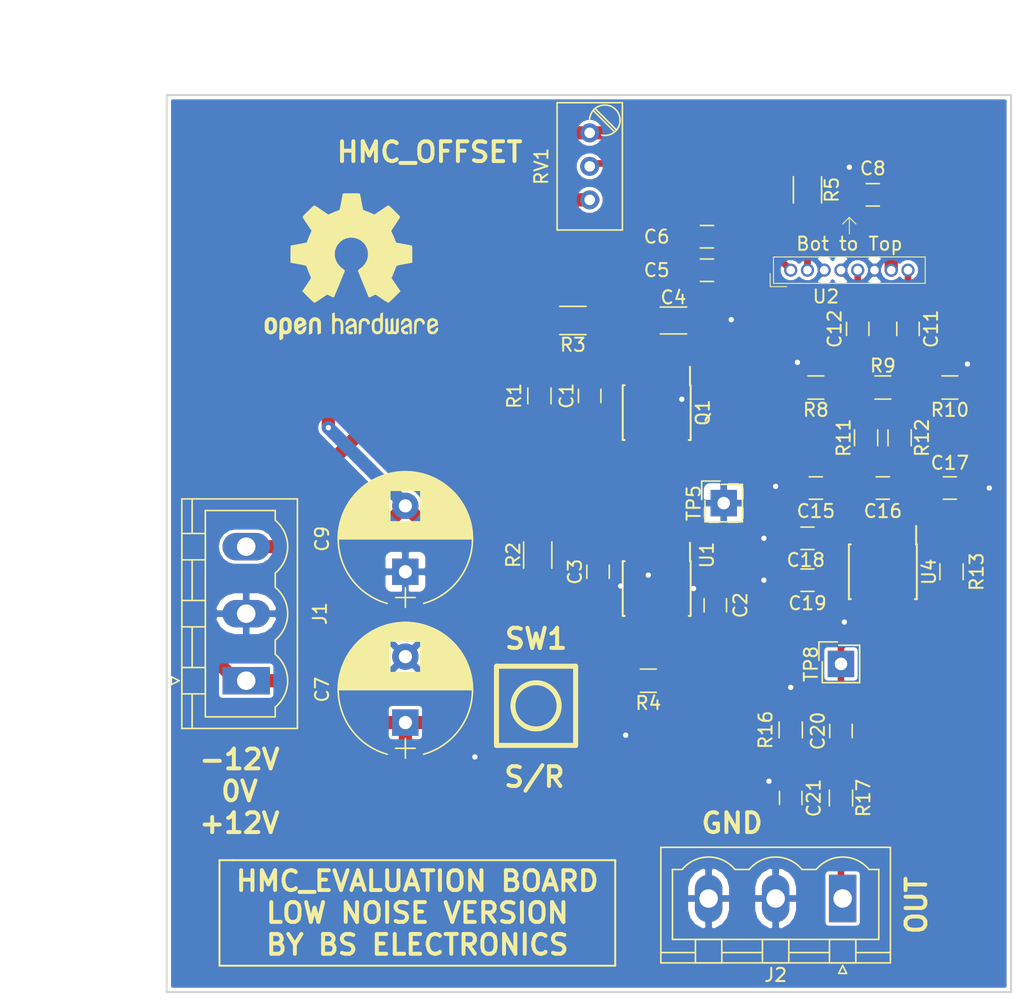
<source format=kicad_pcb>
(kicad_pcb (version 20171130) (host pcbnew "(5.0.2)-1")

  (general
    (thickness 1.6)
    (drawings 19)
    (tracks 221)
    (zones 0)
    (modules 42)
    (nets 25)
  )

  (page A4)
  (layers
    (0 F.Cu signal)
    (31 B.Cu signal)
    (32 B.Adhes user)
    (33 F.Adhes user)
    (34 B.Paste user)
    (35 F.Paste user)
    (36 B.SilkS user)
    (37 F.SilkS user)
    (38 B.Mask user)
    (39 F.Mask user)
    (40 Dwgs.User user)
    (41 Cmts.User user)
    (42 Eco1.User user)
    (43 Eco2.User user)
    (44 Edge.Cuts user)
    (45 Margin user)
    (46 B.CrtYd user)
    (47 F.CrtYd user)
    (48 B.Fab user)
    (49 F.Fab user)
  )

  (setup
    (last_trace_width 0.25)
    (user_trace_width 0.25)
    (user_trace_width 0.5)
    (user_trace_width 1)
    (trace_clearance 0.2)
    (zone_clearance 0.254)
    (zone_45_only no)
    (trace_min 0.2)
    (segment_width 0.2)
    (edge_width 0.15)
    (via_size 0.8)
    (via_drill 0.4)
    (via_min_size 0.4)
    (via_min_drill 0.3)
    (uvia_size 0.3)
    (uvia_drill 0.1)
    (uvias_allowed no)
    (uvia_min_size 0.2)
    (uvia_min_drill 0.1)
    (pcb_text_width 0.3)
    (pcb_text_size 1.5 1.5)
    (mod_edge_width 0.15)
    (mod_text_size 1 1)
    (mod_text_width 0.15)
    (pad_size 1.524 1.524)
    (pad_drill 0.762)
    (pad_to_mask_clearance 0.051)
    (solder_mask_min_width 0.25)
    (aux_axis_origin 0 0)
    (grid_origin 116.967 85.725)
    (visible_elements 7FFDF7FF)
    (pcbplotparams
      (layerselection 0x010fc_ffffffff)
      (usegerberextensions false)
      (usegerberattributes false)
      (usegerberadvancedattributes false)
      (creategerberjobfile false)
      (excludeedgelayer true)
      (linewidth 0.100000)
      (plotframeref false)
      (viasonmask false)
      (mode 1)
      (useauxorigin false)
      (hpglpennumber 1)
      (hpglpenspeed 20)
      (hpglpendiameter 15.000000)
      (psnegative false)
      (psa4output false)
      (plotreference true)
      (plotvalue true)
      (plotinvisibletext false)
      (padsonsilk false)
      (subtractmaskfromsilk false)
      (outputformat 1)
      (mirror false)
      (drillshape 1)
      (scaleselection 1)
      (outputdirectory ""))
  )

  (net 0 "")
  (net 1 "Net-(C1-Pad2)")
  (net 2 "Net-(C1-Pad1)")
  (net 3 +12V)
  (net 4 GNDA)
  (net 5 -12V)
  (net 6 "Net-(C4-Pad1)")
  (net 7 "Net-(C5-Pad1)")
  (net 8 "Net-(C5-Pad2)")
  (net 9 "Net-(C11-Pad1)")
  (net 10 "Net-(C11-Pad2)")
  (net 11 "Net-(C12-Pad2)")
  (net 12 "Net-(C12-Pad1)")
  (net 13 "Net-(C15-Pad1)")
  (net 14 "Net-(C16-Pad1)")
  (net 15 "Net-(C20-Pad1)")
  (net 16 "Net-(C20-Pad2)")
  (net 17 "Net-(C21-Pad2)")
  (net 18 "Net-(R2-Pad1)")
  (net 19 "Net-(R4-Pad2)")
  (net 20 "Net-(R5-Pad2)")
  (net 21 "Net-(R5-Pad1)")
  (net 22 "Net-(R13-Pad1)")
  (net 23 "Net-(R13-Pad2)")
  (net 24 "Net-(U1-Pad1)")

  (net_class Default "Ceci est la Netclass par défaut."
    (clearance 0.2)
    (trace_width 0.25)
    (via_dia 0.8)
    (via_drill 0.4)
    (uvia_dia 0.3)
    (uvia_drill 0.1)
    (add_net +12V)
    (add_net -12V)
    (add_net GNDA)
    (add_net "Net-(C1-Pad1)")
    (add_net "Net-(C1-Pad2)")
    (add_net "Net-(C11-Pad1)")
    (add_net "Net-(C11-Pad2)")
    (add_net "Net-(C12-Pad1)")
    (add_net "Net-(C12-Pad2)")
    (add_net "Net-(C15-Pad1)")
    (add_net "Net-(C16-Pad1)")
    (add_net "Net-(C20-Pad1)")
    (add_net "Net-(C20-Pad2)")
    (add_net "Net-(C21-Pad2)")
    (add_net "Net-(C4-Pad1)")
    (add_net "Net-(C5-Pad1)")
    (add_net "Net-(C5-Pad2)")
    (add_net "Net-(R13-Pad1)")
    (add_net "Net-(R13-Pad2)")
    (add_net "Net-(R2-Pad1)")
    (add_net "Net-(R4-Pad2)")
    (add_net "Net-(R5-Pad1)")
    (add_net "Net-(R5-Pad2)")
    (add_net "Net-(U1-Pad1)")
  )

  (module Capacitors_SMD:C_0805_HandSoldering (layer F.Cu) (tedit 58AA84A8) (tstamp 5CB436D1)
    (at 133.35 44.45 90)
    (descr "Capacitor SMD 0805, hand soldering")
    (tags "capacitor 0805")
    (path /5CB168D2)
    (attr smd)
    (fp_text reference C12 (at 0 -1.75 90) (layer F.SilkS)
      (effects (font (size 1 1) (thickness 0.15)))
    )
    (fp_text value TBD (at 0 1.75 90) (layer F.Fab)
      (effects (font (size 1 1) (thickness 0.15)))
    )
    (fp_line (start 2.25 0.87) (end -2.25 0.87) (layer F.CrtYd) (width 0.05))
    (fp_line (start 2.25 0.87) (end 2.25 -0.88) (layer F.CrtYd) (width 0.05))
    (fp_line (start -2.25 -0.88) (end -2.25 0.87) (layer F.CrtYd) (width 0.05))
    (fp_line (start -2.25 -0.88) (end 2.25 -0.88) (layer F.CrtYd) (width 0.05))
    (fp_line (start -0.5 0.85) (end 0.5 0.85) (layer F.SilkS) (width 0.12))
    (fp_line (start 0.5 -0.85) (end -0.5 -0.85) (layer F.SilkS) (width 0.12))
    (fp_line (start -1 -0.62) (end 1 -0.62) (layer F.Fab) (width 0.1))
    (fp_line (start 1 -0.62) (end 1 0.62) (layer F.Fab) (width 0.1))
    (fp_line (start 1 0.62) (end -1 0.62) (layer F.Fab) (width 0.1))
    (fp_line (start -1 0.62) (end -1 -0.62) (layer F.Fab) (width 0.1))
    (fp_text user %R (at 0 -1.75 90) (layer F.Fab)
      (effects (font (size 1 1) (thickness 0.15)))
    )
    (pad 2 smd rect (at 1.25 0 90) (size 1.5 1.25) (layers F.Cu F.Paste F.Mask)
      (net 11 "Net-(C12-Pad2)"))
    (pad 1 smd rect (at -1.25 0 90) (size 1.5 1.25) (layers F.Cu F.Paste F.Mask)
      (net 12 "Net-(C12-Pad1)"))
    (model Capacitors_SMD.3dshapes/C_0805.wrl
      (at (xyz 0 0 0))
      (scale (xyz 1 1 1))
      (rotate (xyz 0 0 0))
    )
  )

  (module Capacitors_SMD:C_0805_HandSoldering (layer F.Cu) (tedit 58AA84A8) (tstamp 5CB435E1)
    (at 134.493 34.29 180)
    (descr "Capacitor SMD 0805, hand soldering")
    (tags "capacitor 0805")
    (path /5CB1305A)
    (attr smd)
    (fp_text reference C8 (at 0 2 180) (layer F.SilkS)
      (effects (font (size 1 1) (thickness 0.15)))
    )
    (fp_text value 100nF (at 0 1.75 180) (layer F.Fab)
      (effects (font (size 1 1) (thickness 0.15)))
    )
    (fp_text user %R (at 0 2 180) (layer F.Fab)
      (effects (font (size 1 1) (thickness 0.15)))
    )
    (fp_line (start -1 0.62) (end -1 -0.62) (layer F.Fab) (width 0.1))
    (fp_line (start 1 0.62) (end -1 0.62) (layer F.Fab) (width 0.1))
    (fp_line (start 1 -0.62) (end 1 0.62) (layer F.Fab) (width 0.1))
    (fp_line (start -1 -0.62) (end 1 -0.62) (layer F.Fab) (width 0.1))
    (fp_line (start 0.5 -0.85) (end -0.5 -0.85) (layer F.SilkS) (width 0.12))
    (fp_line (start -0.5 0.85) (end 0.5 0.85) (layer F.SilkS) (width 0.12))
    (fp_line (start -2.25 -0.88) (end 2.25 -0.88) (layer F.CrtYd) (width 0.05))
    (fp_line (start -2.25 -0.88) (end -2.25 0.87) (layer F.CrtYd) (width 0.05))
    (fp_line (start 2.25 0.87) (end 2.25 -0.88) (layer F.CrtYd) (width 0.05))
    (fp_line (start 2.25 0.87) (end -2.25 0.87) (layer F.CrtYd) (width 0.05))
    (pad 1 smd rect (at -1.25 0 180) (size 1.5 1.25) (layers F.Cu F.Paste F.Mask)
      (net 3 +12V))
    (pad 2 smd rect (at 1.25 0 180) (size 1.5 1.25) (layers F.Cu F.Paste F.Mask)
      (net 4 GNDA))
    (model Capacitors_SMD.3dshapes/C_0805.wrl
      (at (xyz 0 0 0))
      (scale (xyz 1 1 1))
      (rotate (xyz 0 0 0))
    )
  )

  (module Resistors_SMD:R_1206_HandSoldering (layer F.Cu) (tedit 58E0A804) (tstamp 5CB4A5A8)
    (at 129.54 33.909 270)
    (descr "Resistor SMD 1206, hand soldering")
    (tags "resistor 1206")
    (path /5CD1AAA1)
    (attr smd)
    (fp_text reference R5 (at 0 -1.85 270) (layer F.SilkS)
      (effects (font (size 1 1) (thickness 0.15)))
    )
    (fp_text value 499R (at 0 1.9 270) (layer F.Fab)
      (effects (font (size 1 1) (thickness 0.15)))
    )
    (fp_line (start 3.25 1.1) (end -3.25 1.1) (layer F.CrtYd) (width 0.05))
    (fp_line (start 3.25 1.1) (end 3.25 -1.11) (layer F.CrtYd) (width 0.05))
    (fp_line (start -3.25 -1.11) (end -3.25 1.1) (layer F.CrtYd) (width 0.05))
    (fp_line (start -3.25 -1.11) (end 3.25 -1.11) (layer F.CrtYd) (width 0.05))
    (fp_line (start -1 -1.07) (end 1 -1.07) (layer F.SilkS) (width 0.12))
    (fp_line (start 1 1.07) (end -1 1.07) (layer F.SilkS) (width 0.12))
    (fp_line (start -1.6 -0.8) (end 1.6 -0.8) (layer F.Fab) (width 0.1))
    (fp_line (start 1.6 -0.8) (end 1.6 0.8) (layer F.Fab) (width 0.1))
    (fp_line (start 1.6 0.8) (end -1.6 0.8) (layer F.Fab) (width 0.1))
    (fp_line (start -1.6 0.8) (end -1.6 -0.8) (layer F.Fab) (width 0.1))
    (fp_text user %R (at 0 0 270) (layer F.Fab)
      (effects (font (size 0.7 0.7) (thickness 0.105)))
    )
    (pad 2 smd rect (at 2 0 270) (size 2 1.7) (layers F.Cu F.Paste F.Mask)
      (net 20 "Net-(R5-Pad2)"))
    (pad 1 smd rect (at -2 0 270) (size 2 1.7) (layers F.Cu F.Paste F.Mask)
      (net 21 "Net-(R5-Pad1)"))
    (model ${KISYS3DMOD}/Resistors_SMD.3dshapes/R_1206.wrl
      (at (xyz 0 0 0))
      (scale (xyz 1 1 1))
      (rotate (xyz 0 0 0))
    )
  )

  (module Potentiometers:Potentiometer_Trimmer_Bourns_3296W (layer F.Cu) (tedit 58826ECB) (tstamp 5CB43988)
    (at 113.03 29.591 90)
    (descr "Spindle Trimmer Potentiometer, Bourns 3296W, https://www.bourns.com/pdfs/3296.pdf")
    (tags "Spindle Trimmer Potentiometer   Bourns 3296W")
    (path /5CCE7A27)
    (fp_text reference RV1 (at -2.54 -3.66 90) (layer F.SilkS)
      (effects (font (size 1 1) (thickness 0.15)))
    )
    (fp_text value R_POT (at -2.54 3.67 90) (layer F.Fab)
      (effects (font (size 1 1) (thickness 0.15)))
    )
    (fp_line (start 2.5 -2.7) (end -7.6 -2.7) (layer F.CrtYd) (width 0.05))
    (fp_line (start 2.5 2.7) (end 2.5 -2.7) (layer F.CrtYd) (width 0.05))
    (fp_line (start -7.6 2.7) (end 2.5 2.7) (layer F.CrtYd) (width 0.05))
    (fp_line (start -7.6 -2.7) (end -7.6 2.7) (layer F.CrtYd) (width 0.05))
    (fp_line (start 1.691 0.275) (end 0.079 1.885) (layer F.SilkS) (width 0.12))
    (fp_line (start 1.831 0.416) (end 0.22 2.026) (layer F.SilkS) (width 0.12))
    (fp_line (start 2.285 -2.47) (end 2.285 2.481) (layer F.SilkS) (width 0.12))
    (fp_line (start -7.365 -2.47) (end -7.365 2.481) (layer F.SilkS) (width 0.12))
    (fp_line (start -7.365 2.481) (end 2.285 2.481) (layer F.SilkS) (width 0.12))
    (fp_line (start -7.365 -2.47) (end 2.285 -2.47) (layer F.SilkS) (width 0.12))
    (fp_line (start 1.652 0.32) (end 0.125 1.847) (layer F.Fab) (width 0.1))
    (fp_line (start 1.786 0.454) (end 0.259 1.981) (layer F.Fab) (width 0.1))
    (fp_line (start 2.225 -2.41) (end -7.305 -2.41) (layer F.Fab) (width 0.1))
    (fp_line (start 2.225 2.42) (end 2.225 -2.41) (layer F.Fab) (width 0.1))
    (fp_line (start -7.305 2.42) (end 2.225 2.42) (layer F.Fab) (width 0.1))
    (fp_line (start -7.305 -2.41) (end -7.305 2.42) (layer F.Fab) (width 0.1))
    (fp_circle (center 0.955 1.15) (end 2.05 1.15) (layer F.Fab) (width 0.1))
    (fp_arc (start 0.955 1.15) (end -0.174 0.91) (angle -103) (layer F.SilkS) (width 0.12))
    (fp_arc (start 0.955 1.15) (end 0.955 2.305) (angle -182) (layer F.SilkS) (width 0.12))
    (pad 3 thru_hole circle (at -5.08 0 90) (size 1.44 1.44) (drill 0.8) (layers *.Cu *.Mask)
      (net 5 -12V))
    (pad 2 thru_hole circle (at -2.54 0 90) (size 1.44 1.44) (drill 0.8) (layers *.Cu *.Mask)
      (net 21 "Net-(R5-Pad1)"))
    (pad 1 thru_hole circle (at 0 0 90) (size 1.44 1.44) (drill 0.8) (layers *.Cu *.Mask)
      (net 3 +12V))
    (model Potentiometers.3dshapes/Potentiometer_Trimmer_Bourns_3296W.wrl
      (at (xyz 0 0 0))
      (scale (xyz 1 1 1))
      (rotate (xyz 0 0 -90))
    )
  )

  (module Capacitors_SMD:C_0805_HandSoldering (layer F.Cu) (tedit 58AA84A8) (tstamp 5CB3B663)
    (at 113.03 49.53 90)
    (descr "Capacitor SMD 0805, hand soldering")
    (tags "capacitor 0805")
    (path /5CBF0052)
    (attr smd)
    (fp_text reference C1 (at 0 -1.75 90) (layer F.SilkS)
      (effects (font (size 1 1) (thickness 0.15)))
    )
    (fp_text value 100nF (at 0 1.75 90) (layer F.Fab)
      (effects (font (size 1 1) (thickness 0.15)))
    )
    (fp_line (start 2.25 0.87) (end -2.25 0.87) (layer F.CrtYd) (width 0.05))
    (fp_line (start 2.25 0.87) (end 2.25 -0.88) (layer F.CrtYd) (width 0.05))
    (fp_line (start -2.25 -0.88) (end -2.25 0.87) (layer F.CrtYd) (width 0.05))
    (fp_line (start -2.25 -0.88) (end 2.25 -0.88) (layer F.CrtYd) (width 0.05))
    (fp_line (start -0.5 0.85) (end 0.5 0.85) (layer F.SilkS) (width 0.12))
    (fp_line (start 0.5 -0.85) (end -0.5 -0.85) (layer F.SilkS) (width 0.12))
    (fp_line (start -1 -0.62) (end 1 -0.62) (layer F.Fab) (width 0.1))
    (fp_line (start 1 -0.62) (end 1 0.62) (layer F.Fab) (width 0.1))
    (fp_line (start 1 0.62) (end -1 0.62) (layer F.Fab) (width 0.1))
    (fp_line (start -1 0.62) (end -1 -0.62) (layer F.Fab) (width 0.1))
    (fp_text user %R (at 0 -1.75 90) (layer F.Fab)
      (effects (font (size 1 1) (thickness 0.15)))
    )
    (pad 2 smd rect (at 1.25 0 90) (size 1.5 1.25) (layers F.Cu F.Paste F.Mask)
      (net 1 "Net-(C1-Pad2)"))
    (pad 1 smd rect (at -1.25 0 90) (size 1.5 1.25) (layers F.Cu F.Paste F.Mask)
      (net 2 "Net-(C1-Pad1)"))
    (model Capacitors_SMD.3dshapes/C_0805.wrl
      (at (xyz 0 0 0))
      (scale (xyz 1 1 1))
      (rotate (xyz 0 0 0))
    )
  )

  (module Capacitors_SMD:C_0805_HandSoldering (layer F.Cu) (tedit 58AA84A8) (tstamp 5CB434BE)
    (at 122.555 65.405 90)
    (descr "Capacitor SMD 0805, hand soldering")
    (tags "capacitor 0805")
    (path /5CB47629)
    (attr smd)
    (fp_text reference C2 (at 0 1.905 90) (layer F.SilkS)
      (effects (font (size 1 1) (thickness 0.15)))
    )
    (fp_text value 100nF (at 0 1.75 90) (layer F.Fab)
      (effects (font (size 1 1) (thickness 0.15)))
    )
    (fp_text user %R (at 0 1.905 90) (layer F.Fab)
      (effects (font (size 1 1) (thickness 0.15)))
    )
    (fp_line (start -1 0.62) (end -1 -0.62) (layer F.Fab) (width 0.1))
    (fp_line (start 1 0.62) (end -1 0.62) (layer F.Fab) (width 0.1))
    (fp_line (start 1 -0.62) (end 1 0.62) (layer F.Fab) (width 0.1))
    (fp_line (start -1 -0.62) (end 1 -0.62) (layer F.Fab) (width 0.1))
    (fp_line (start 0.5 -0.85) (end -0.5 -0.85) (layer F.SilkS) (width 0.12))
    (fp_line (start -0.5 0.85) (end 0.5 0.85) (layer F.SilkS) (width 0.12))
    (fp_line (start -2.25 -0.88) (end 2.25 -0.88) (layer F.CrtYd) (width 0.05))
    (fp_line (start -2.25 -0.88) (end -2.25 0.87) (layer F.CrtYd) (width 0.05))
    (fp_line (start 2.25 0.87) (end 2.25 -0.88) (layer F.CrtYd) (width 0.05))
    (fp_line (start 2.25 0.87) (end -2.25 0.87) (layer F.CrtYd) (width 0.05))
    (pad 1 smd rect (at -1.25 0 90) (size 1.5 1.25) (layers F.Cu F.Paste F.Mask)
      (net 3 +12V))
    (pad 2 smd rect (at 1.25 0 90) (size 1.5 1.25) (layers F.Cu F.Paste F.Mask)
      (net 4 GNDA))
    (model Capacitors_SMD.3dshapes/C_0805.wrl
      (at (xyz 0 0 0))
      (scale (xyz 1 1 1))
      (rotate (xyz 0 0 0))
    )
  )

  (module Capacitors_SMD:C_0805_HandSoldering (layer F.Cu) (tedit 58AA84A8) (tstamp 5CB434CF)
    (at 113.665 62.865 90)
    (descr "Capacitor SMD 0805, hand soldering")
    (tags "capacitor 0805")
    (path /5CB4E3CB)
    (attr smd)
    (fp_text reference C3 (at 0 -1.75 90) (layer F.SilkS)
      (effects (font (size 1 1) (thickness 0.15)))
    )
    (fp_text value 100nF (at 0 1.75 90) (layer F.Fab)
      (effects (font (size 1 1) (thickness 0.15)))
    )
    (fp_line (start 2.25 0.87) (end -2.25 0.87) (layer F.CrtYd) (width 0.05))
    (fp_line (start 2.25 0.87) (end 2.25 -0.88) (layer F.CrtYd) (width 0.05))
    (fp_line (start -2.25 -0.88) (end -2.25 0.87) (layer F.CrtYd) (width 0.05))
    (fp_line (start -2.25 -0.88) (end 2.25 -0.88) (layer F.CrtYd) (width 0.05))
    (fp_line (start -0.5 0.85) (end 0.5 0.85) (layer F.SilkS) (width 0.12))
    (fp_line (start 0.5 -0.85) (end -0.5 -0.85) (layer F.SilkS) (width 0.12))
    (fp_line (start -1 -0.62) (end 1 -0.62) (layer F.Fab) (width 0.1))
    (fp_line (start 1 -0.62) (end 1 0.62) (layer F.Fab) (width 0.1))
    (fp_line (start 1 0.62) (end -1 0.62) (layer F.Fab) (width 0.1))
    (fp_line (start -1 0.62) (end -1 -0.62) (layer F.Fab) (width 0.1))
    (fp_text user %R (at 0 -1.75 90) (layer F.Fab)
      (effects (font (size 1 1) (thickness 0.15)))
    )
    (pad 2 smd rect (at 1.25 0 90) (size 1.5 1.25) (layers F.Cu F.Paste F.Mask)
      (net 5 -12V))
    (pad 1 smd rect (at -1.25 0 90) (size 1.5 1.25) (layers F.Cu F.Paste F.Mask)
      (net 4 GNDA))
    (model Capacitors_SMD.3dshapes/C_0805.wrl
      (at (xyz 0 0 0))
      (scale (xyz 1 1 1))
      (rotate (xyz 0 0 0))
    )
  )

  (module Capacitors_SMD:C_1206_HandSoldering (layer F.Cu) (tedit 58AA84D1) (tstamp 5CB434E0)
    (at 119.38 43.815)
    (descr "Capacitor SMD 1206, hand soldering")
    (tags "capacitor 1206")
    (path /5CC0AE05)
    (attr smd)
    (fp_text reference C4 (at 0 -1.75) (layer F.SilkS)
      (effects (font (size 1 1) (thickness 0.15)))
    )
    (fp_text value "10uF 25V" (at 0 2) (layer F.Fab)
      (effects (font (size 1 1) (thickness 0.15)))
    )
    (fp_line (start 3.25 1.05) (end -3.25 1.05) (layer F.CrtYd) (width 0.05))
    (fp_line (start 3.25 1.05) (end 3.25 -1.05) (layer F.CrtYd) (width 0.05))
    (fp_line (start -3.25 -1.05) (end -3.25 1.05) (layer F.CrtYd) (width 0.05))
    (fp_line (start -3.25 -1.05) (end 3.25 -1.05) (layer F.CrtYd) (width 0.05))
    (fp_line (start -1 1.02) (end 1 1.02) (layer F.SilkS) (width 0.12))
    (fp_line (start 1 -1.02) (end -1 -1.02) (layer F.SilkS) (width 0.12))
    (fp_line (start -1.6 -0.8) (end 1.6 -0.8) (layer F.Fab) (width 0.1))
    (fp_line (start 1.6 -0.8) (end 1.6 0.8) (layer F.Fab) (width 0.1))
    (fp_line (start 1.6 0.8) (end -1.6 0.8) (layer F.Fab) (width 0.1))
    (fp_line (start -1.6 0.8) (end -1.6 -0.8) (layer F.Fab) (width 0.1))
    (fp_text user %R (at 0 -1.75) (layer F.Fab)
      (effects (font (size 1 1) (thickness 0.15)))
    )
    (pad 2 smd rect (at 2 0) (size 2 1.6) (layers F.Cu F.Paste F.Mask)
      (net 4 GNDA))
    (pad 1 smd rect (at -2 0) (size 2 1.6) (layers F.Cu F.Paste F.Mask)
      (net 6 "Net-(C4-Pad1)"))
    (model Capacitors_SMD.3dshapes/C_1206.wrl
      (at (xyz 0 0 0))
      (scale (xyz 1 1 1))
      (rotate (xyz 0 0 0))
    )
  )

  (module Capacitors_SMD:C_0805_HandSoldering (layer F.Cu) (tedit 58AA84A8) (tstamp 5CB434F1)
    (at 121.92 40.005 180)
    (descr "Capacitor SMD 0805, hand soldering")
    (tags "capacitor 0805")
    (path /5CBAE5E9)
    (attr smd)
    (fp_text reference C5 (at 3.81 0 180) (layer F.SilkS)
      (effects (font (size 1 1) (thickness 0.15)))
    )
    (fp_text value 470nF (at 0 1.75 180) (layer F.Fab)
      (effects (font (size 1 1) (thickness 0.15)))
    )
    (fp_text user %R (at 3.81 0 180) (layer F.Fab)
      (effects (font (size 1 1) (thickness 0.15)))
    )
    (fp_line (start -1 0.62) (end -1 -0.62) (layer F.Fab) (width 0.1))
    (fp_line (start 1 0.62) (end -1 0.62) (layer F.Fab) (width 0.1))
    (fp_line (start 1 -0.62) (end 1 0.62) (layer F.Fab) (width 0.1))
    (fp_line (start -1 -0.62) (end 1 -0.62) (layer F.Fab) (width 0.1))
    (fp_line (start 0.5 -0.85) (end -0.5 -0.85) (layer F.SilkS) (width 0.12))
    (fp_line (start -0.5 0.85) (end 0.5 0.85) (layer F.SilkS) (width 0.12))
    (fp_line (start -2.25 -0.88) (end 2.25 -0.88) (layer F.CrtYd) (width 0.05))
    (fp_line (start -2.25 -0.88) (end -2.25 0.87) (layer F.CrtYd) (width 0.05))
    (fp_line (start 2.25 0.87) (end 2.25 -0.88) (layer F.CrtYd) (width 0.05))
    (fp_line (start 2.25 0.87) (end -2.25 0.87) (layer F.CrtYd) (width 0.05))
    (pad 1 smd rect (at -1.25 0 180) (size 1.5 1.25) (layers F.Cu F.Paste F.Mask)
      (net 7 "Net-(C5-Pad1)"))
    (pad 2 smd rect (at 1.25 0 180) (size 1.5 1.25) (layers F.Cu F.Paste F.Mask)
      (net 8 "Net-(C5-Pad2)"))
    (model Capacitors_SMD.3dshapes/C_0805.wrl
      (at (xyz 0 0 0))
      (scale (xyz 1 1 1))
      (rotate (xyz 0 0 0))
    )
  )

  (module Capacitors_SMD:C_0805_HandSoldering (layer F.Cu) (tedit 58AA84A8) (tstamp 5CB43502)
    (at 121.92 37.465 180)
    (descr "Capacitor SMD 0805, hand soldering")
    (tags "capacitor 0805")
    (path /5CBB3B67)
    (attr smd)
    (fp_text reference C6 (at 3.81 0 180) (layer F.SilkS)
      (effects (font (size 1 1) (thickness 0.15)))
    )
    (fp_text value 470nF (at 0 1.75 180) (layer F.Fab)
      (effects (font (size 1 1) (thickness 0.15)))
    )
    (fp_line (start 2.25 0.87) (end -2.25 0.87) (layer F.CrtYd) (width 0.05))
    (fp_line (start 2.25 0.87) (end 2.25 -0.88) (layer F.CrtYd) (width 0.05))
    (fp_line (start -2.25 -0.88) (end -2.25 0.87) (layer F.CrtYd) (width 0.05))
    (fp_line (start -2.25 -0.88) (end 2.25 -0.88) (layer F.CrtYd) (width 0.05))
    (fp_line (start -0.5 0.85) (end 0.5 0.85) (layer F.SilkS) (width 0.12))
    (fp_line (start 0.5 -0.85) (end -0.5 -0.85) (layer F.SilkS) (width 0.12))
    (fp_line (start -1 -0.62) (end 1 -0.62) (layer F.Fab) (width 0.1))
    (fp_line (start 1 -0.62) (end 1 0.62) (layer F.Fab) (width 0.1))
    (fp_line (start 1 0.62) (end -1 0.62) (layer F.Fab) (width 0.1))
    (fp_line (start -1 0.62) (end -1 -0.62) (layer F.Fab) (width 0.1))
    (fp_text user %R (at 3.81 0 180) (layer F.Fab)
      (effects (font (size 1 1) (thickness 0.15)))
    )
    (pad 2 smd rect (at 1.25 0 180) (size 1.5 1.25) (layers F.Cu F.Paste F.Mask)
      (net 8 "Net-(C5-Pad2)"))
    (pad 1 smd rect (at -1.25 0 180) (size 1.5 1.25) (layers F.Cu F.Paste F.Mask)
      (net 7 "Net-(C5-Pad1)"))
    (model Capacitors_SMD.3dshapes/C_0805.wrl
      (at (xyz 0 0 0))
      (scale (xyz 1 1 1))
      (rotate (xyz 0 0 0))
    )
  )

  (module Capacitors_THT:CP_Radial_D10.0mm_P5.00mm (layer F.Cu) (tedit 597BC7C2) (tstamp 5CB435D0)
    (at 99.06 74.295 90)
    (descr "CP, Radial series, Radial, pin pitch=5.00mm, , diameter=10mm, Electrolytic Capacitor")
    (tags "CP Radial series Radial pin pitch 5.00mm  diameter 10mm Electrolytic Capacitor")
    (path /5CB11DAF)
    (fp_text reference C7 (at 2.5 -6.31 90) (layer F.SilkS)
      (effects (font (size 1 1) (thickness 0.15)))
    )
    (fp_text value "100uF 25V" (at 2.5 6.31 90) (layer F.Fab)
      (effects (font (size 1 1) (thickness 0.15)))
    )
    (fp_text user %R (at 2.5 0 90) (layer F.Fab)
      (effects (font (size 1 1) (thickness 0.15)))
    )
    (fp_line (start 7.85 -5.35) (end -2.85 -5.35) (layer F.CrtYd) (width 0.05))
    (fp_line (start 7.85 5.35) (end 7.85 -5.35) (layer F.CrtYd) (width 0.05))
    (fp_line (start -2.85 5.35) (end 7.85 5.35) (layer F.CrtYd) (width 0.05))
    (fp_line (start -2.85 -5.35) (end -2.85 5.35) (layer F.CrtYd) (width 0.05))
    (fp_line (start -1.95 -0.75) (end -1.95 0.75) (layer F.SilkS) (width 0.12))
    (fp_line (start -2.7 0) (end -1.2 0) (layer F.SilkS) (width 0.12))
    (fp_line (start 7.581 -0.279) (end 7.581 0.279) (layer F.SilkS) (width 0.12))
    (fp_line (start 7.541 -0.672) (end 7.541 0.672) (layer F.SilkS) (width 0.12))
    (fp_line (start 7.501 -0.913) (end 7.501 0.913) (layer F.SilkS) (width 0.12))
    (fp_line (start 7.461 -1.104) (end 7.461 1.104) (layer F.SilkS) (width 0.12))
    (fp_line (start 7.421 -1.265) (end 7.421 1.265) (layer F.SilkS) (width 0.12))
    (fp_line (start 7.381 -1.407) (end 7.381 1.407) (layer F.SilkS) (width 0.12))
    (fp_line (start 7.341 -1.536) (end 7.341 1.536) (layer F.SilkS) (width 0.12))
    (fp_line (start 7.301 -1.654) (end 7.301 1.654) (layer F.SilkS) (width 0.12))
    (fp_line (start 7.261 -1.763) (end 7.261 1.763) (layer F.SilkS) (width 0.12))
    (fp_line (start 7.221 -1.866) (end 7.221 1.866) (layer F.SilkS) (width 0.12))
    (fp_line (start 7.181 -1.962) (end 7.181 1.962) (layer F.SilkS) (width 0.12))
    (fp_line (start 7.141 -2.053) (end 7.141 2.053) (layer F.SilkS) (width 0.12))
    (fp_line (start 7.101 -2.14) (end 7.101 2.14) (layer F.SilkS) (width 0.12))
    (fp_line (start 7.061 -2.222) (end 7.061 2.222) (layer F.SilkS) (width 0.12))
    (fp_line (start 7.021 -2.301) (end 7.021 2.301) (layer F.SilkS) (width 0.12))
    (fp_line (start 6.981 -2.377) (end 6.981 2.377) (layer F.SilkS) (width 0.12))
    (fp_line (start 6.941 -2.449) (end 6.941 2.449) (layer F.SilkS) (width 0.12))
    (fp_line (start 6.901 -2.519) (end 6.901 2.519) (layer F.SilkS) (width 0.12))
    (fp_line (start 6.861 -2.587) (end 6.861 2.587) (layer F.SilkS) (width 0.12))
    (fp_line (start 6.821 -2.652) (end 6.821 2.652) (layer F.SilkS) (width 0.12))
    (fp_line (start 6.781 -2.715) (end 6.781 2.715) (layer F.SilkS) (width 0.12))
    (fp_line (start 6.741 -2.777) (end 6.741 2.777) (layer F.SilkS) (width 0.12))
    (fp_line (start 6.701 -2.836) (end 6.701 2.836) (layer F.SilkS) (width 0.12))
    (fp_line (start 6.661 -2.894) (end 6.661 2.894) (layer F.SilkS) (width 0.12))
    (fp_line (start 6.621 -2.949) (end 6.621 2.949) (layer F.SilkS) (width 0.12))
    (fp_line (start 6.581 -3.004) (end 6.581 3.004) (layer F.SilkS) (width 0.12))
    (fp_line (start 6.541 -3.057) (end 6.541 3.057) (layer F.SilkS) (width 0.12))
    (fp_line (start 6.501 -3.108) (end 6.501 3.108) (layer F.SilkS) (width 0.12))
    (fp_line (start 6.461 -3.158) (end 6.461 3.158) (layer F.SilkS) (width 0.12))
    (fp_line (start 6.421 -3.207) (end 6.421 3.207) (layer F.SilkS) (width 0.12))
    (fp_line (start 6.381 -3.255) (end 6.381 3.255) (layer F.SilkS) (width 0.12))
    (fp_line (start 6.341 -3.302) (end 6.341 3.302) (layer F.SilkS) (width 0.12))
    (fp_line (start 6.301 -3.347) (end 6.301 3.347) (layer F.SilkS) (width 0.12))
    (fp_line (start 6.261 -3.391) (end 6.261 3.391) (layer F.SilkS) (width 0.12))
    (fp_line (start 6.221 -3.435) (end 6.221 3.435) (layer F.SilkS) (width 0.12))
    (fp_line (start 6.181 -3.477) (end 6.181 3.477) (layer F.SilkS) (width 0.12))
    (fp_line (start 6.141 1.181) (end 6.141 3.518) (layer F.SilkS) (width 0.12))
    (fp_line (start 6.141 -3.518) (end 6.141 -1.181) (layer F.SilkS) (width 0.12))
    (fp_line (start 6.101 1.181) (end 6.101 3.559) (layer F.SilkS) (width 0.12))
    (fp_line (start 6.101 -3.559) (end 6.101 -1.181) (layer F.SilkS) (width 0.12))
    (fp_line (start 6.061 1.181) (end 6.061 3.598) (layer F.SilkS) (width 0.12))
    (fp_line (start 6.061 -3.598) (end 6.061 -1.181) (layer F.SilkS) (width 0.12))
    (fp_line (start 6.021 1.181) (end 6.021 3.637) (layer F.SilkS) (width 0.12))
    (fp_line (start 6.021 -3.637) (end 6.021 -1.181) (layer F.SilkS) (width 0.12))
    (fp_line (start 5.981 1.181) (end 5.981 3.675) (layer F.SilkS) (width 0.12))
    (fp_line (start 5.981 -3.675) (end 5.981 -1.181) (layer F.SilkS) (width 0.12))
    (fp_line (start 5.941 1.181) (end 5.941 3.712) (layer F.SilkS) (width 0.12))
    (fp_line (start 5.941 -3.712) (end 5.941 -1.181) (layer F.SilkS) (width 0.12))
    (fp_line (start 5.901 1.181) (end 5.901 3.748) (layer F.SilkS) (width 0.12))
    (fp_line (start 5.901 -3.748) (end 5.901 -1.181) (layer F.SilkS) (width 0.12))
    (fp_line (start 5.861 1.181) (end 5.861 3.784) (layer F.SilkS) (width 0.12))
    (fp_line (start 5.861 -3.784) (end 5.861 -1.181) (layer F.SilkS) (width 0.12))
    (fp_line (start 5.821 1.181) (end 5.821 3.819) (layer F.SilkS) (width 0.12))
    (fp_line (start 5.821 -3.819) (end 5.821 -1.181) (layer F.SilkS) (width 0.12))
    (fp_line (start 5.781 1.181) (end 5.781 3.853) (layer F.SilkS) (width 0.12))
    (fp_line (start 5.781 -3.853) (end 5.781 -1.181) (layer F.SilkS) (width 0.12))
    (fp_line (start 5.741 1.181) (end 5.741 3.886) (layer F.SilkS) (width 0.12))
    (fp_line (start 5.741 -3.886) (end 5.741 -1.181) (layer F.SilkS) (width 0.12))
    (fp_line (start 5.701 1.181) (end 5.701 3.919) (layer F.SilkS) (width 0.12))
    (fp_line (start 5.701 -3.919) (end 5.701 -1.181) (layer F.SilkS) (width 0.12))
    (fp_line (start 5.661 1.181) (end 5.661 3.951) (layer F.SilkS) (width 0.12))
    (fp_line (start 5.661 -3.951) (end 5.661 -1.181) (layer F.SilkS) (width 0.12))
    (fp_line (start 5.621 1.181) (end 5.621 3.982) (layer F.SilkS) (width 0.12))
    (fp_line (start 5.621 -3.982) (end 5.621 -1.181) (layer F.SilkS) (width 0.12))
    (fp_line (start 5.581 1.181) (end 5.581 4.013) (layer F.SilkS) (width 0.12))
    (fp_line (start 5.581 -4.013) (end 5.581 -1.181) (layer F.SilkS) (width 0.12))
    (fp_line (start 5.541 1.181) (end 5.541 4.043) (layer F.SilkS) (width 0.12))
    (fp_line (start 5.541 -4.043) (end 5.541 -1.181) (layer F.SilkS) (width 0.12))
    (fp_line (start 5.501 1.181) (end 5.501 4.072) (layer F.SilkS) (width 0.12))
    (fp_line (start 5.501 -4.072) (end 5.501 -1.181) (layer F.SilkS) (width 0.12))
    (fp_line (start 5.461 1.181) (end 5.461 4.101) (layer F.SilkS) (width 0.12))
    (fp_line (start 5.461 -4.101) (end 5.461 -1.181) (layer F.SilkS) (width 0.12))
    (fp_line (start 5.421 1.181) (end 5.421 4.13) (layer F.SilkS) (width 0.12))
    (fp_line (start 5.421 -4.13) (end 5.421 -1.181) (layer F.SilkS) (width 0.12))
    (fp_line (start 5.381 1.181) (end 5.381 4.157) (layer F.SilkS) (width 0.12))
    (fp_line (start 5.381 -4.157) (end 5.381 -1.181) (layer F.SilkS) (width 0.12))
    (fp_line (start 5.341 1.181) (end 5.341 4.185) (layer F.SilkS) (width 0.12))
    (fp_line (start 5.341 -4.185) (end 5.341 -1.181) (layer F.SilkS) (width 0.12))
    (fp_line (start 5.301 1.181) (end 5.301 4.211) (layer F.SilkS) (width 0.12))
    (fp_line (start 5.301 -4.211) (end 5.301 -1.181) (layer F.SilkS) (width 0.12))
    (fp_line (start 5.261 1.181) (end 5.261 4.237) (layer F.SilkS) (width 0.12))
    (fp_line (start 5.261 -4.237) (end 5.261 -1.181) (layer F.SilkS) (width 0.12))
    (fp_line (start 5.221 1.181) (end 5.221 4.263) (layer F.SilkS) (width 0.12))
    (fp_line (start 5.221 -4.263) (end 5.221 -1.181) (layer F.SilkS) (width 0.12))
    (fp_line (start 5.181 1.181) (end 5.181 4.288) (layer F.SilkS) (width 0.12))
    (fp_line (start 5.181 -4.288) (end 5.181 -1.181) (layer F.SilkS) (width 0.12))
    (fp_line (start 5.141 1.181) (end 5.141 4.312) (layer F.SilkS) (width 0.12))
    (fp_line (start 5.141 -4.312) (end 5.141 -1.181) (layer F.SilkS) (width 0.12))
    (fp_line (start 5.101 1.181) (end 5.101 4.336) (layer F.SilkS) (width 0.12))
    (fp_line (start 5.101 -4.336) (end 5.101 -1.181) (layer F.SilkS) (width 0.12))
    (fp_line (start 5.061 1.181) (end 5.061 4.36) (layer F.SilkS) (width 0.12))
    (fp_line (start 5.061 -4.36) (end 5.061 -1.181) (layer F.SilkS) (width 0.12))
    (fp_line (start 5.021 1.181) (end 5.021 4.383) (layer F.SilkS) (width 0.12))
    (fp_line (start 5.021 -4.383) (end 5.021 -1.181) (layer F.SilkS) (width 0.12))
    (fp_line (start 4.981 1.181) (end 4.981 4.405) (layer F.SilkS) (width 0.12))
    (fp_line (start 4.981 -4.405) (end 4.981 -1.181) (layer F.SilkS) (width 0.12))
    (fp_line (start 4.941 1.181) (end 4.941 4.428) (layer F.SilkS) (width 0.12))
    (fp_line (start 4.941 -4.428) (end 4.941 -1.181) (layer F.SilkS) (width 0.12))
    (fp_line (start 4.901 1.181) (end 4.901 4.449) (layer F.SilkS) (width 0.12))
    (fp_line (start 4.901 -4.449) (end 4.901 -1.181) (layer F.SilkS) (width 0.12))
    (fp_line (start 4.861 1.181) (end 4.861 4.47) (layer F.SilkS) (width 0.12))
    (fp_line (start 4.861 -4.47) (end 4.861 -1.181) (layer F.SilkS) (width 0.12))
    (fp_line (start 4.821 1.181) (end 4.821 4.491) (layer F.SilkS) (width 0.12))
    (fp_line (start 4.821 -4.491) (end 4.821 -1.181) (layer F.SilkS) (width 0.12))
    (fp_line (start 4.781 1.181) (end 4.781 4.511) (layer F.SilkS) (width 0.12))
    (fp_line (start 4.781 -4.511) (end 4.781 -1.181) (layer F.SilkS) (width 0.12))
    (fp_line (start 4.741 1.181) (end 4.741 4.531) (layer F.SilkS) (width 0.12))
    (fp_line (start 4.741 -4.531) (end 4.741 -1.181) (layer F.SilkS) (width 0.12))
    (fp_line (start 4.701 1.181) (end 4.701 4.55) (layer F.SilkS) (width 0.12))
    (fp_line (start 4.701 -4.55) (end 4.701 -1.181) (layer F.SilkS) (width 0.12))
    (fp_line (start 4.661 1.181) (end 4.661 4.569) (layer F.SilkS) (width 0.12))
    (fp_line (start 4.661 -4.569) (end 4.661 -1.181) (layer F.SilkS) (width 0.12))
    (fp_line (start 4.621 1.181) (end 4.621 4.588) (layer F.SilkS) (width 0.12))
    (fp_line (start 4.621 -4.588) (end 4.621 -1.181) (layer F.SilkS) (width 0.12))
    (fp_line (start 4.581 1.181) (end 4.581 4.606) (layer F.SilkS) (width 0.12))
    (fp_line (start 4.581 -4.606) (end 4.581 -1.181) (layer F.SilkS) (width 0.12))
    (fp_line (start 4.541 1.181) (end 4.541 4.624) (layer F.SilkS) (width 0.12))
    (fp_line (start 4.541 -4.624) (end 4.541 -1.181) (layer F.SilkS) (width 0.12))
    (fp_line (start 4.501 1.181) (end 4.501 4.641) (layer F.SilkS) (width 0.12))
    (fp_line (start 4.501 -4.641) (end 4.501 -1.181) (layer F.SilkS) (width 0.12))
    (fp_line (start 4.461 1.181) (end 4.461 4.658) (layer F.SilkS) (width 0.12))
    (fp_line (start 4.461 -4.658) (end 4.461 -1.181) (layer F.SilkS) (width 0.12))
    (fp_line (start 4.421 1.181) (end 4.421 4.674) (layer F.SilkS) (width 0.12))
    (fp_line (start 4.421 -4.674) (end 4.421 -1.181) (layer F.SilkS) (width 0.12))
    (fp_line (start 4.381 1.181) (end 4.381 4.691) (layer F.SilkS) (width 0.12))
    (fp_line (start 4.381 -4.691) (end 4.381 -1.181) (layer F.SilkS) (width 0.12))
    (fp_line (start 4.341 1.181) (end 4.341 4.706) (layer F.SilkS) (width 0.12))
    (fp_line (start 4.341 -4.706) (end 4.341 -1.181) (layer F.SilkS) (width 0.12))
    (fp_line (start 4.301 1.181) (end 4.301 4.722) (layer F.SilkS) (width 0.12))
    (fp_line (start 4.301 -4.722) (end 4.301 -1.181) (layer F.SilkS) (width 0.12))
    (fp_line (start 4.261 1.181) (end 4.261 4.737) (layer F.SilkS) (width 0.12))
    (fp_line (start 4.261 -4.737) (end 4.261 -1.181) (layer F.SilkS) (width 0.12))
    (fp_line (start 4.221 1.181) (end 4.221 4.751) (layer F.SilkS) (width 0.12))
    (fp_line (start 4.221 -4.751) (end 4.221 -1.181) (layer F.SilkS) (width 0.12))
    (fp_line (start 4.181 1.181) (end 4.181 4.765) (layer F.SilkS) (width 0.12))
    (fp_line (start 4.181 -4.765) (end 4.181 -1.181) (layer F.SilkS) (width 0.12))
    (fp_line (start 4.141 1.181) (end 4.141 4.779) (layer F.SilkS) (width 0.12))
    (fp_line (start 4.141 -4.779) (end 4.141 -1.181) (layer F.SilkS) (width 0.12))
    (fp_line (start 4.101 1.181) (end 4.101 4.792) (layer F.SilkS) (width 0.12))
    (fp_line (start 4.101 -4.792) (end 4.101 -1.181) (layer F.SilkS) (width 0.12))
    (fp_line (start 4.061 1.181) (end 4.061 4.806) (layer F.SilkS) (width 0.12))
    (fp_line (start 4.061 -4.806) (end 4.061 -1.181) (layer F.SilkS) (width 0.12))
    (fp_line (start 4.021 1.181) (end 4.021 4.818) (layer F.SilkS) (width 0.12))
    (fp_line (start 4.021 -4.818) (end 4.021 -1.181) (layer F.SilkS) (width 0.12))
    (fp_line (start 3.981 1.181) (end 3.981 4.831) (layer F.SilkS) (width 0.12))
    (fp_line (start 3.981 -4.831) (end 3.981 -1.181) (layer F.SilkS) (width 0.12))
    (fp_line (start 3.941 1.181) (end 3.941 4.843) (layer F.SilkS) (width 0.12))
    (fp_line (start 3.941 -4.843) (end 3.941 -1.181) (layer F.SilkS) (width 0.12))
    (fp_line (start 3.901 1.181) (end 3.901 4.854) (layer F.SilkS) (width 0.12))
    (fp_line (start 3.901 -4.854) (end 3.901 -1.181) (layer F.SilkS) (width 0.12))
    (fp_line (start 3.861 1.181) (end 3.861 4.865) (layer F.SilkS) (width 0.12))
    (fp_line (start 3.861 -4.865) (end 3.861 -1.181) (layer F.SilkS) (width 0.12))
    (fp_line (start 3.821 1.181) (end 3.821 4.876) (layer F.SilkS) (width 0.12))
    (fp_line (start 3.821 -4.876) (end 3.821 -1.181) (layer F.SilkS) (width 0.12))
    (fp_line (start 3.781 -4.887) (end 3.781 4.887) (layer F.SilkS) (width 0.12))
    (fp_line (start 3.741 -4.897) (end 3.741 4.897) (layer F.SilkS) (width 0.12))
    (fp_line (start 3.701 -4.907) (end 3.701 4.907) (layer F.SilkS) (width 0.12))
    (fp_line (start 3.661 -4.917) (end 3.661 4.917) (layer F.SilkS) (width 0.12))
    (fp_line (start 3.621 -4.926) (end 3.621 4.926) (layer F.SilkS) (width 0.12))
    (fp_line (start 3.581 -4.935) (end 3.581 4.935) (layer F.SilkS) (width 0.12))
    (fp_line (start 3.541 -4.943) (end 3.541 4.943) (layer F.SilkS) (width 0.12))
    (fp_line (start 3.501 -4.951) (end 3.501 4.951) (layer F.SilkS) (width 0.12))
    (fp_line (start 3.461 -4.959) (end 3.461 4.959) (layer F.SilkS) (width 0.12))
    (fp_line (start 3.421 -4.967) (end 3.421 4.967) (layer F.SilkS) (width 0.12))
    (fp_line (start 3.381 -4.974) (end 3.381 4.974) (layer F.SilkS) (width 0.12))
    (fp_line (start 3.341 -4.981) (end 3.341 4.981) (layer F.SilkS) (width 0.12))
    (fp_line (start 3.301 -4.987) (end 3.301 4.987) (layer F.SilkS) (width 0.12))
    (fp_line (start 3.261 -4.993) (end 3.261 4.993) (layer F.SilkS) (width 0.12))
    (fp_line (start 3.221 -4.999) (end 3.221 4.999) (layer F.SilkS) (width 0.12))
    (fp_line (start 3.18 -5.005) (end 3.18 5.005) (layer F.SilkS) (width 0.12))
    (fp_line (start 3.14 -5.01) (end 3.14 5.01) (layer F.SilkS) (width 0.12))
    (fp_line (start 3.1 -5.015) (end 3.1 5.015) (layer F.SilkS) (width 0.12))
    (fp_line (start 3.06 -5.02) (end 3.06 5.02) (layer F.SilkS) (width 0.12))
    (fp_line (start 3.02 -5.024) (end 3.02 5.024) (layer F.SilkS) (width 0.12))
    (fp_line (start 2.98 -5.028) (end 2.98 5.028) (layer F.SilkS) (width 0.12))
    (fp_line (start 2.94 -5.031) (end 2.94 5.031) (layer F.SilkS) (width 0.12))
    (fp_line (start 2.9 -5.035) (end 2.9 5.035) (layer F.SilkS) (width 0.12))
    (fp_line (start 2.86 -5.038) (end 2.86 5.038) (layer F.SilkS) (width 0.12))
    (fp_line (start 2.82 -5.04) (end 2.82 5.04) (layer F.SilkS) (width 0.12))
    (fp_line (start 2.78 -5.043) (end 2.78 5.043) (layer F.SilkS) (width 0.12))
    (fp_line (start 2.74 -5.045) (end 2.74 5.045) (layer F.SilkS) (width 0.12))
    (fp_line (start 2.7 -5.047) (end 2.7 5.047) (layer F.SilkS) (width 0.12))
    (fp_line (start 2.66 -5.048) (end 2.66 5.048) (layer F.SilkS) (width 0.12))
    (fp_line (start 2.62 -5.049) (end 2.62 5.049) (layer F.SilkS) (width 0.12))
    (fp_line (start 2.58 -5.05) (end 2.58 5.05) (layer F.SilkS) (width 0.12))
    (fp_line (start 2.54 -5.05) (end 2.54 5.05) (layer F.SilkS) (width 0.12))
    (fp_line (start 2.5 -5.05) (end 2.5 5.05) (layer F.SilkS) (width 0.12))
    (fp_line (start -1.95 -0.75) (end -1.95 0.75) (layer F.Fab) (width 0.1))
    (fp_line (start -2.7 0) (end -1.2 0) (layer F.Fab) (width 0.1))
    (fp_circle (center 2.5 0) (end 7.5 0) (layer F.Fab) (width 0.1))
    (fp_arc (start 2.5 0) (end 7.399357 -1.38) (angle 31.5) (layer F.SilkS) (width 0.12))
    (fp_arc (start 2.5 0) (end -2.399357 1.38) (angle -148.5) (layer F.SilkS) (width 0.12))
    (fp_arc (start 2.5 0) (end -2.399357 -1.38) (angle 148.5) (layer F.SilkS) (width 0.12))
    (pad 2 thru_hole circle (at 5 0 90) (size 2 2) (drill 1) (layers *.Cu *.Mask)
      (net 4 GNDA))
    (pad 1 thru_hole rect (at 0 0 90) (size 2 2) (drill 1) (layers *.Cu *.Mask)
      (net 3 +12V))
    (model ${KISYS3DMOD}/Capacitors_THT.3dshapes/CP_Radial_D10.0mm_P5.00mm.wrl
      (at (xyz 0 0 0))
      (scale (xyz 1 1 1))
      (rotate (xyz 0 0 0))
    )
  )

  (module Capacitors_THT:CP_Radial_D10.0mm_P5.00mm (layer F.Cu) (tedit 597BC7C2) (tstamp 5CB436AF)
    (at 99.06 62.865 90)
    (descr "CP, Radial series, Radial, pin pitch=5.00mm, , diameter=10mm, Electrolytic Capacitor")
    (tags "CP Radial series Radial pin pitch 5.00mm  diameter 10mm Electrolytic Capacitor")
    (path /5CB11FD9)
    (fp_text reference C9 (at 2.5 -6.31 90) (layer F.SilkS)
      (effects (font (size 1 1) (thickness 0.15)))
    )
    (fp_text value "100uF 25V" (at 2.5 6.31 90) (layer F.Fab)
      (effects (font (size 1 1) (thickness 0.15)))
    )
    (fp_arc (start 2.5 0) (end -2.399357 -1.38) (angle 148.5) (layer F.SilkS) (width 0.12))
    (fp_arc (start 2.5 0) (end -2.399357 1.38) (angle -148.5) (layer F.SilkS) (width 0.12))
    (fp_arc (start 2.5 0) (end 7.399357 -1.38) (angle 31.5) (layer F.SilkS) (width 0.12))
    (fp_circle (center 2.5 0) (end 7.5 0) (layer F.Fab) (width 0.1))
    (fp_line (start -2.7 0) (end -1.2 0) (layer F.Fab) (width 0.1))
    (fp_line (start -1.95 -0.75) (end -1.95 0.75) (layer F.Fab) (width 0.1))
    (fp_line (start 2.5 -5.05) (end 2.5 5.05) (layer F.SilkS) (width 0.12))
    (fp_line (start 2.54 -5.05) (end 2.54 5.05) (layer F.SilkS) (width 0.12))
    (fp_line (start 2.58 -5.05) (end 2.58 5.05) (layer F.SilkS) (width 0.12))
    (fp_line (start 2.62 -5.049) (end 2.62 5.049) (layer F.SilkS) (width 0.12))
    (fp_line (start 2.66 -5.048) (end 2.66 5.048) (layer F.SilkS) (width 0.12))
    (fp_line (start 2.7 -5.047) (end 2.7 5.047) (layer F.SilkS) (width 0.12))
    (fp_line (start 2.74 -5.045) (end 2.74 5.045) (layer F.SilkS) (width 0.12))
    (fp_line (start 2.78 -5.043) (end 2.78 5.043) (layer F.SilkS) (width 0.12))
    (fp_line (start 2.82 -5.04) (end 2.82 5.04) (layer F.SilkS) (width 0.12))
    (fp_line (start 2.86 -5.038) (end 2.86 5.038) (layer F.SilkS) (width 0.12))
    (fp_line (start 2.9 -5.035) (end 2.9 5.035) (layer F.SilkS) (width 0.12))
    (fp_line (start 2.94 -5.031) (end 2.94 5.031) (layer F.SilkS) (width 0.12))
    (fp_line (start 2.98 -5.028) (end 2.98 5.028) (layer F.SilkS) (width 0.12))
    (fp_line (start 3.02 -5.024) (end 3.02 5.024) (layer F.SilkS) (width 0.12))
    (fp_line (start 3.06 -5.02) (end 3.06 5.02) (layer F.SilkS) (width 0.12))
    (fp_line (start 3.1 -5.015) (end 3.1 5.015) (layer F.SilkS) (width 0.12))
    (fp_line (start 3.14 -5.01) (end 3.14 5.01) (layer F.SilkS) (width 0.12))
    (fp_line (start 3.18 -5.005) (end 3.18 5.005) (layer F.SilkS) (width 0.12))
    (fp_line (start 3.221 -4.999) (end 3.221 4.999) (layer F.SilkS) (width 0.12))
    (fp_line (start 3.261 -4.993) (end 3.261 4.993) (layer F.SilkS) (width 0.12))
    (fp_line (start 3.301 -4.987) (end 3.301 4.987) (layer F.SilkS) (width 0.12))
    (fp_line (start 3.341 -4.981) (end 3.341 4.981) (layer F.SilkS) (width 0.12))
    (fp_line (start 3.381 -4.974) (end 3.381 4.974) (layer F.SilkS) (width 0.12))
    (fp_line (start 3.421 -4.967) (end 3.421 4.967) (layer F.SilkS) (width 0.12))
    (fp_line (start 3.461 -4.959) (end 3.461 4.959) (layer F.SilkS) (width 0.12))
    (fp_line (start 3.501 -4.951) (end 3.501 4.951) (layer F.SilkS) (width 0.12))
    (fp_line (start 3.541 -4.943) (end 3.541 4.943) (layer F.SilkS) (width 0.12))
    (fp_line (start 3.581 -4.935) (end 3.581 4.935) (layer F.SilkS) (width 0.12))
    (fp_line (start 3.621 -4.926) (end 3.621 4.926) (layer F.SilkS) (width 0.12))
    (fp_line (start 3.661 -4.917) (end 3.661 4.917) (layer F.SilkS) (width 0.12))
    (fp_line (start 3.701 -4.907) (end 3.701 4.907) (layer F.SilkS) (width 0.12))
    (fp_line (start 3.741 -4.897) (end 3.741 4.897) (layer F.SilkS) (width 0.12))
    (fp_line (start 3.781 -4.887) (end 3.781 4.887) (layer F.SilkS) (width 0.12))
    (fp_line (start 3.821 -4.876) (end 3.821 -1.181) (layer F.SilkS) (width 0.12))
    (fp_line (start 3.821 1.181) (end 3.821 4.876) (layer F.SilkS) (width 0.12))
    (fp_line (start 3.861 -4.865) (end 3.861 -1.181) (layer F.SilkS) (width 0.12))
    (fp_line (start 3.861 1.181) (end 3.861 4.865) (layer F.SilkS) (width 0.12))
    (fp_line (start 3.901 -4.854) (end 3.901 -1.181) (layer F.SilkS) (width 0.12))
    (fp_line (start 3.901 1.181) (end 3.901 4.854) (layer F.SilkS) (width 0.12))
    (fp_line (start 3.941 -4.843) (end 3.941 -1.181) (layer F.SilkS) (width 0.12))
    (fp_line (start 3.941 1.181) (end 3.941 4.843) (layer F.SilkS) (width 0.12))
    (fp_line (start 3.981 -4.831) (end 3.981 -1.181) (layer F.SilkS) (width 0.12))
    (fp_line (start 3.981 1.181) (end 3.981 4.831) (layer F.SilkS) (width 0.12))
    (fp_line (start 4.021 -4.818) (end 4.021 -1.181) (layer F.SilkS) (width 0.12))
    (fp_line (start 4.021 1.181) (end 4.021 4.818) (layer F.SilkS) (width 0.12))
    (fp_line (start 4.061 -4.806) (end 4.061 -1.181) (layer F.SilkS) (width 0.12))
    (fp_line (start 4.061 1.181) (end 4.061 4.806) (layer F.SilkS) (width 0.12))
    (fp_line (start 4.101 -4.792) (end 4.101 -1.181) (layer F.SilkS) (width 0.12))
    (fp_line (start 4.101 1.181) (end 4.101 4.792) (layer F.SilkS) (width 0.12))
    (fp_line (start 4.141 -4.779) (end 4.141 -1.181) (layer F.SilkS) (width 0.12))
    (fp_line (start 4.141 1.181) (end 4.141 4.779) (layer F.SilkS) (width 0.12))
    (fp_line (start 4.181 -4.765) (end 4.181 -1.181) (layer F.SilkS) (width 0.12))
    (fp_line (start 4.181 1.181) (end 4.181 4.765) (layer F.SilkS) (width 0.12))
    (fp_line (start 4.221 -4.751) (end 4.221 -1.181) (layer F.SilkS) (width 0.12))
    (fp_line (start 4.221 1.181) (end 4.221 4.751) (layer F.SilkS) (width 0.12))
    (fp_line (start 4.261 -4.737) (end 4.261 -1.181) (layer F.SilkS) (width 0.12))
    (fp_line (start 4.261 1.181) (end 4.261 4.737) (layer F.SilkS) (width 0.12))
    (fp_line (start 4.301 -4.722) (end 4.301 -1.181) (layer F.SilkS) (width 0.12))
    (fp_line (start 4.301 1.181) (end 4.301 4.722) (layer F.SilkS) (width 0.12))
    (fp_line (start 4.341 -4.706) (end 4.341 -1.181) (layer F.SilkS) (width 0.12))
    (fp_line (start 4.341 1.181) (end 4.341 4.706) (layer F.SilkS) (width 0.12))
    (fp_line (start 4.381 -4.691) (end 4.381 -1.181) (layer F.SilkS) (width 0.12))
    (fp_line (start 4.381 1.181) (end 4.381 4.691) (layer F.SilkS) (width 0.12))
    (fp_line (start 4.421 -4.674) (end 4.421 -1.181) (layer F.SilkS) (width 0.12))
    (fp_line (start 4.421 1.181) (end 4.421 4.674) (layer F.SilkS) (width 0.12))
    (fp_line (start 4.461 -4.658) (end 4.461 -1.181) (layer F.SilkS) (width 0.12))
    (fp_line (start 4.461 1.181) (end 4.461 4.658) (layer F.SilkS) (width 0.12))
    (fp_line (start 4.501 -4.641) (end 4.501 -1.181) (layer F.SilkS) (width 0.12))
    (fp_line (start 4.501 1.181) (end 4.501 4.641) (layer F.SilkS) (width 0.12))
    (fp_line (start 4.541 -4.624) (end 4.541 -1.181) (layer F.SilkS) (width 0.12))
    (fp_line (start 4.541 1.181) (end 4.541 4.624) (layer F.SilkS) (width 0.12))
    (fp_line (start 4.581 -4.606) (end 4.581 -1.181) (layer F.SilkS) (width 0.12))
    (fp_line (start 4.581 1.181) (end 4.581 4.606) (layer F.SilkS) (width 0.12))
    (fp_line (start 4.621 -4.588) (end 4.621 -1.181) (layer F.SilkS) (width 0.12))
    (fp_line (start 4.621 1.181) (end 4.621 4.588) (layer F.SilkS) (width 0.12))
    (fp_line (start 4.661 -4.569) (end 4.661 -1.181) (layer F.SilkS) (width 0.12))
    (fp_line (start 4.661 1.181) (end 4.661 4.569) (layer F.SilkS) (width 0.12))
    (fp_line (start 4.701 -4.55) (end 4.701 -1.181) (layer F.SilkS) (width 0.12))
    (fp_line (start 4.701 1.181) (end 4.701 4.55) (layer F.SilkS) (width 0.12))
    (fp_line (start 4.741 -4.531) (end 4.741 -1.181) (layer F.SilkS) (width 0.12))
    (fp_line (start 4.741 1.181) (end 4.741 4.531) (layer F.SilkS) (width 0.12))
    (fp_line (start 4.781 -4.511) (end 4.781 -1.181) (layer F.SilkS) (width 0.12))
    (fp_line (start 4.781 1.181) (end 4.781 4.511) (layer F.SilkS) (width 0.12))
    (fp_line (start 4.821 -4.491) (end 4.821 -1.181) (layer F.SilkS) (width 0.12))
    (fp_line (start 4.821 1.181) (end 4.821 4.491) (layer F.SilkS) (width 0.12))
    (fp_line (start 4.861 -4.47) (end 4.861 -1.181) (layer F.SilkS) (width 0.12))
    (fp_line (start 4.861 1.181) (end 4.861 4.47) (layer F.SilkS) (width 0.12))
    (fp_line (start 4.901 -4.449) (end 4.901 -1.181) (layer F.SilkS) (width 0.12))
    (fp_line (start 4.901 1.181) (end 4.901 4.449) (layer F.SilkS) (width 0.12))
    (fp_line (start 4.941 -4.428) (end 4.941 -1.181) (layer F.SilkS) (width 0.12))
    (fp_line (start 4.941 1.181) (end 4.941 4.428) (layer F.SilkS) (width 0.12))
    (fp_line (start 4.981 -4.405) (end 4.981 -1.181) (layer F.SilkS) (width 0.12))
    (fp_line (start 4.981 1.181) (end 4.981 4.405) (layer F.SilkS) (width 0.12))
    (fp_line (start 5.021 -4.383) (end 5.021 -1.181) (layer F.SilkS) (width 0.12))
    (fp_line (start 5.021 1.181) (end 5.021 4.383) (layer F.SilkS) (width 0.12))
    (fp_line (start 5.061 -4.36) (end 5.061 -1.181) (layer F.SilkS) (width 0.12))
    (fp_line (start 5.061 1.181) (end 5.061 4.36) (layer F.SilkS) (width 0.12))
    (fp_line (start 5.101 -4.336) (end 5.101 -1.181) (layer F.SilkS) (width 0.12))
    (fp_line (start 5.101 1.181) (end 5.101 4.336) (layer F.SilkS) (width 0.12))
    (fp_line (start 5.141 -4.312) (end 5.141 -1.181) (layer F.SilkS) (width 0.12))
    (fp_line (start 5.141 1.181) (end 5.141 4.312) (layer F.SilkS) (width 0.12))
    (fp_line (start 5.181 -4.288) (end 5.181 -1.181) (layer F.SilkS) (width 0.12))
    (fp_line (start 5.181 1.181) (end 5.181 4.288) (layer F.SilkS) (width 0.12))
    (fp_line (start 5.221 -4.263) (end 5.221 -1.181) (layer F.SilkS) (width 0.12))
    (fp_line (start 5.221 1.181) (end 5.221 4.263) (layer F.SilkS) (width 0.12))
    (fp_line (start 5.261 -4.237) (end 5.261 -1.181) (layer F.SilkS) (width 0.12))
    (fp_line (start 5.261 1.181) (end 5.261 4.237) (layer F.SilkS) (width 0.12))
    (fp_line (start 5.301 -4.211) (end 5.301 -1.181) (layer F.SilkS) (width 0.12))
    (fp_line (start 5.301 1.181) (end 5.301 4.211) (layer F.SilkS) (width 0.12))
    (fp_line (start 5.341 -4.185) (end 5.341 -1.181) (layer F.SilkS) (width 0.12))
    (fp_line (start 5.341 1.181) (end 5.341 4.185) (layer F.SilkS) (width 0.12))
    (fp_line (start 5.381 -4.157) (end 5.381 -1.181) (layer F.SilkS) (width 0.12))
    (fp_line (start 5.381 1.181) (end 5.381 4.157) (layer F.SilkS) (width 0.12))
    (fp_line (start 5.421 -4.13) (end 5.421 -1.181) (layer F.SilkS) (width 0.12))
    (fp_line (start 5.421 1.181) (end 5.421 4.13) (layer F.SilkS) (width 0.12))
    (fp_line (start 5.461 -4.101) (end 5.461 -1.181) (layer F.SilkS) (width 0.12))
    (fp_line (start 5.461 1.181) (end 5.461 4.101) (layer F.SilkS) (width 0.12))
    (fp_line (start 5.501 -4.072) (end 5.501 -1.181) (layer F.SilkS) (width 0.12))
    (fp_line (start 5.501 1.181) (end 5.501 4.072) (layer F.SilkS) (width 0.12))
    (fp_line (start 5.541 -4.043) (end 5.541 -1.181) (layer F.SilkS) (width 0.12))
    (fp_line (start 5.541 1.181) (end 5.541 4.043) (layer F.SilkS) (width 0.12))
    (fp_line (start 5.581 -4.013) (end 5.581 -1.181) (layer F.SilkS) (width 0.12))
    (fp_line (start 5.581 1.181) (end 5.581 4.013) (layer F.SilkS) (width 0.12))
    (fp_line (start 5.621 -3.982) (end 5.621 -1.181) (layer F.SilkS) (width 0.12))
    (fp_line (start 5.621 1.181) (end 5.621 3.982) (layer F.SilkS) (width 0.12))
    (fp_line (start 5.661 -3.951) (end 5.661 -1.181) (layer F.SilkS) (width 0.12))
    (fp_line (start 5.661 1.181) (end 5.661 3.951) (layer F.SilkS) (width 0.12))
    (fp_line (start 5.701 -3.919) (end 5.701 -1.181) (layer F.SilkS) (width 0.12))
    (fp_line (start 5.701 1.181) (end 5.701 3.919) (layer F.SilkS) (width 0.12))
    (fp_line (start 5.741 -3.886) (end 5.741 -1.181) (layer F.SilkS) (width 0.12))
    (fp_line (start 5.741 1.181) (end 5.741 3.886) (layer F.SilkS) (width 0.12))
    (fp_line (start 5.781 -3.853) (end 5.781 -1.181) (layer F.SilkS) (width 0.12))
    (fp_line (start 5.781 1.181) (end 5.781 3.853) (layer F.SilkS) (width 0.12))
    (fp_line (start 5.821 -3.819) (end 5.821 -1.181) (layer F.SilkS) (width 0.12))
    (fp_line (start 5.821 1.181) (end 5.821 3.819) (layer F.SilkS) (width 0.12))
    (fp_line (start 5.861 -3.784) (end 5.861 -1.181) (layer F.SilkS) (width 0.12))
    (fp_line (start 5.861 1.181) (end 5.861 3.784) (layer F.SilkS) (width 0.12))
    (fp_line (start 5.901 -3.748) (end 5.901 -1.181) (layer F.SilkS) (width 0.12))
    (fp_line (start 5.901 1.181) (end 5.901 3.748) (layer F.SilkS) (width 0.12))
    (fp_line (start 5.941 -3.712) (end 5.941 -1.181) (layer F.SilkS) (width 0.12))
    (fp_line (start 5.941 1.181) (end 5.941 3.712) (layer F.SilkS) (width 0.12))
    (fp_line (start 5.981 -3.675) (end 5.981 -1.181) (layer F.SilkS) (width 0.12))
    (fp_line (start 5.981 1.181) (end 5.981 3.675) (layer F.SilkS) (width 0.12))
    (fp_line (start 6.021 -3.637) (end 6.021 -1.181) (layer F.SilkS) (width 0.12))
    (fp_line (start 6.021 1.181) (end 6.021 3.637) (layer F.SilkS) (width 0.12))
    (fp_line (start 6.061 -3.598) (end 6.061 -1.181) (layer F.SilkS) (width 0.12))
    (fp_line (start 6.061 1.181) (end 6.061 3.598) (layer F.SilkS) (width 0.12))
    (fp_line (start 6.101 -3.559) (end 6.101 -1.181) (layer F.SilkS) (width 0.12))
    (fp_line (start 6.101 1.181) (end 6.101 3.559) (layer F.SilkS) (width 0.12))
    (fp_line (start 6.141 -3.518) (end 6.141 -1.181) (layer F.SilkS) (width 0.12))
    (fp_line (start 6.141 1.181) (end 6.141 3.518) (layer F.SilkS) (width 0.12))
    (fp_line (start 6.181 -3.477) (end 6.181 3.477) (layer F.SilkS) (width 0.12))
    (fp_line (start 6.221 -3.435) (end 6.221 3.435) (layer F.SilkS) (width 0.12))
    (fp_line (start 6.261 -3.391) (end 6.261 3.391) (layer F.SilkS) (width 0.12))
    (fp_line (start 6.301 -3.347) (end 6.301 3.347) (layer F.SilkS) (width 0.12))
    (fp_line (start 6.341 -3.302) (end 6.341 3.302) (layer F.SilkS) (width 0.12))
    (fp_line (start 6.381 -3.255) (end 6.381 3.255) (layer F.SilkS) (width 0.12))
    (fp_line (start 6.421 -3.207) (end 6.421 3.207) (layer F.SilkS) (width 0.12))
    (fp_line (start 6.461 -3.158) (end 6.461 3.158) (layer F.SilkS) (width 0.12))
    (fp_line (start 6.501 -3.108) (end 6.501 3.108) (layer F.SilkS) (width 0.12))
    (fp_line (start 6.541 -3.057) (end 6.541 3.057) (layer F.SilkS) (width 0.12))
    (fp_line (start 6.581 -3.004) (end 6.581 3.004) (layer F.SilkS) (width 0.12))
    (fp_line (start 6.621 -2.949) (end 6.621 2.949) (layer F.SilkS) (width 0.12))
    (fp_line (start 6.661 -2.894) (end 6.661 2.894) (layer F.SilkS) (width 0.12))
    (fp_line (start 6.701 -2.836) (end 6.701 2.836) (layer F.SilkS) (width 0.12))
    (fp_line (start 6.741 -2.777) (end 6.741 2.777) (layer F.SilkS) (width 0.12))
    (fp_line (start 6.781 -2.715) (end 6.781 2.715) (layer F.SilkS) (width 0.12))
    (fp_line (start 6.821 -2.652) (end 6.821 2.652) (layer F.SilkS) (width 0.12))
    (fp_line (start 6.861 -2.587) (end 6.861 2.587) (layer F.SilkS) (width 0.12))
    (fp_line (start 6.901 -2.519) (end 6.901 2.519) (layer F.SilkS) (width 0.12))
    (fp_line (start 6.941 -2.449) (end 6.941 2.449) (layer F.SilkS) (width 0.12))
    (fp_line (start 6.981 -2.377) (end 6.981 2.377) (layer F.SilkS) (width 0.12))
    (fp_line (start 7.021 -2.301) (end 7.021 2.301) (layer F.SilkS) (width 0.12))
    (fp_line (start 7.061 -2.222) (end 7.061 2.222) (layer F.SilkS) (width 0.12))
    (fp_line (start 7.101 -2.14) (end 7.101 2.14) (layer F.SilkS) (width 0.12))
    (fp_line (start 7.141 -2.053) (end 7.141 2.053) (layer F.SilkS) (width 0.12))
    (fp_line (start 7.181 -1.962) (end 7.181 1.962) (layer F.SilkS) (width 0.12))
    (fp_line (start 7.221 -1.866) (end 7.221 1.866) (layer F.SilkS) (width 0.12))
    (fp_line (start 7.261 -1.763) (end 7.261 1.763) (layer F.SilkS) (width 0.12))
    (fp_line (start 7.301 -1.654) (end 7.301 1.654) (layer F.SilkS) (width 0.12))
    (fp_line (start 7.341 -1.536) (end 7.341 1.536) (layer F.SilkS) (width 0.12))
    (fp_line (start 7.381 -1.407) (end 7.381 1.407) (layer F.SilkS) (width 0.12))
    (fp_line (start 7.421 -1.265) (end 7.421 1.265) (layer F.SilkS) (width 0.12))
    (fp_line (start 7.461 -1.104) (end 7.461 1.104) (layer F.SilkS) (width 0.12))
    (fp_line (start 7.501 -0.913) (end 7.501 0.913) (layer F.SilkS) (width 0.12))
    (fp_line (start 7.541 -0.672) (end 7.541 0.672) (layer F.SilkS) (width 0.12))
    (fp_line (start 7.581 -0.279) (end 7.581 0.279) (layer F.SilkS) (width 0.12))
    (fp_line (start -2.7 0) (end -1.2 0) (layer F.SilkS) (width 0.12))
    (fp_line (start -1.95 -0.75) (end -1.95 0.75) (layer F.SilkS) (width 0.12))
    (fp_line (start -2.85 -5.35) (end -2.85 5.35) (layer F.CrtYd) (width 0.05))
    (fp_line (start -2.85 5.35) (end 7.85 5.35) (layer F.CrtYd) (width 0.05))
    (fp_line (start 7.85 5.35) (end 7.85 -5.35) (layer F.CrtYd) (width 0.05))
    (fp_line (start 7.85 -5.35) (end -2.85 -5.35) (layer F.CrtYd) (width 0.05))
    (fp_text user %R (at 2.5 0 90) (layer F.Fab)
      (effects (font (size 1 1) (thickness 0.15)))
    )
    (pad 1 thru_hole rect (at 0 0 90) (size 2 2) (drill 1) (layers *.Cu *.Mask)
      (net 4 GNDA))
    (pad 2 thru_hole circle (at 5 0 90) (size 2 2) (drill 1) (layers *.Cu *.Mask)
      (net 5 -12V))
    (model ${KISYS3DMOD}/Capacitors_THT.3dshapes/CP_Radial_D10.0mm_P5.00mm.wrl
      (at (xyz 0 0 0))
      (scale (xyz 1 1 1))
      (rotate (xyz 0 0 0))
    )
  )

  (module Capacitors_SMD:C_0805_HandSoldering (layer F.Cu) (tedit 58AA84A8) (tstamp 5CB436C0)
    (at 137.16 44.45 270)
    (descr "Capacitor SMD 0805, hand soldering")
    (tags "capacitor 0805")
    (path /5CB16F5F)
    (attr smd)
    (fp_text reference C11 (at 0 -1.75 270) (layer F.SilkS)
      (effects (font (size 1 1) (thickness 0.15)))
    )
    (fp_text value TBD (at 0 1.75 270) (layer F.Fab)
      (effects (font (size 1 1) (thickness 0.15)))
    )
    (fp_text user %R (at 0 -1.75 270) (layer F.Fab)
      (effects (font (size 1 1) (thickness 0.15)))
    )
    (fp_line (start -1 0.62) (end -1 -0.62) (layer F.Fab) (width 0.1))
    (fp_line (start 1 0.62) (end -1 0.62) (layer F.Fab) (width 0.1))
    (fp_line (start 1 -0.62) (end 1 0.62) (layer F.Fab) (width 0.1))
    (fp_line (start -1 -0.62) (end 1 -0.62) (layer F.Fab) (width 0.1))
    (fp_line (start 0.5 -0.85) (end -0.5 -0.85) (layer F.SilkS) (width 0.12))
    (fp_line (start -0.5 0.85) (end 0.5 0.85) (layer F.SilkS) (width 0.12))
    (fp_line (start -2.25 -0.88) (end 2.25 -0.88) (layer F.CrtYd) (width 0.05))
    (fp_line (start -2.25 -0.88) (end -2.25 0.87) (layer F.CrtYd) (width 0.05))
    (fp_line (start 2.25 0.87) (end 2.25 -0.88) (layer F.CrtYd) (width 0.05))
    (fp_line (start 2.25 0.87) (end -2.25 0.87) (layer F.CrtYd) (width 0.05))
    (pad 1 smd rect (at -1.25 0 270) (size 1.5 1.25) (layers F.Cu F.Paste F.Mask)
      (net 9 "Net-(C11-Pad1)"))
    (pad 2 smd rect (at 1.25 0 270) (size 1.5 1.25) (layers F.Cu F.Paste F.Mask)
      (net 10 "Net-(C11-Pad2)"))
    (model Capacitors_SMD.3dshapes/C_0805.wrl
      (at (xyz 0 0 0))
      (scale (xyz 1 1 1))
      (rotate (xyz 0 0 0))
    )
  )

  (module Capacitors_SMD:C_0805_HandSoldering (layer F.Cu) (tedit 58AA84A8) (tstamp 5CB3AA7E)
    (at 130.175 56.515 180)
    (descr "Capacitor SMD 0805, hand soldering")
    (tags "capacitor 0805")
    (path /5CB1954E)
    (attr smd)
    (fp_text reference C15 (at 0 -1.75 180) (layer F.SilkS)
      (effects (font (size 1 1) (thickness 0.15)))
    )
    (fp_text value TBD (at 0 1.75 180) (layer F.Fab)
      (effects (font (size 1 1) (thickness 0.15)))
    )
    (fp_text user %R (at 0 -1.75 180) (layer F.Fab)
      (effects (font (size 1 1) (thickness 0.15)))
    )
    (fp_line (start -1 0.62) (end -1 -0.62) (layer F.Fab) (width 0.1))
    (fp_line (start 1 0.62) (end -1 0.62) (layer F.Fab) (width 0.1))
    (fp_line (start 1 -0.62) (end 1 0.62) (layer F.Fab) (width 0.1))
    (fp_line (start -1 -0.62) (end 1 -0.62) (layer F.Fab) (width 0.1))
    (fp_line (start 0.5 -0.85) (end -0.5 -0.85) (layer F.SilkS) (width 0.12))
    (fp_line (start -0.5 0.85) (end 0.5 0.85) (layer F.SilkS) (width 0.12))
    (fp_line (start -2.25 -0.88) (end 2.25 -0.88) (layer F.CrtYd) (width 0.05))
    (fp_line (start -2.25 -0.88) (end -2.25 0.87) (layer F.CrtYd) (width 0.05))
    (fp_line (start 2.25 0.87) (end 2.25 -0.88) (layer F.CrtYd) (width 0.05))
    (fp_line (start 2.25 0.87) (end -2.25 0.87) (layer F.CrtYd) (width 0.05))
    (pad 1 smd rect (at -1.25 0 180) (size 1.5 1.25) (layers F.Cu F.Paste F.Mask)
      (net 13 "Net-(C15-Pad1)"))
    (pad 2 smd rect (at 1.25 0 180) (size 1.5 1.25) (layers F.Cu F.Paste F.Mask)
      (net 4 GNDA))
    (model Capacitors_SMD.3dshapes/C_0805.wrl
      (at (xyz 0 0 0))
      (scale (xyz 1 1 1))
      (rotate (xyz 0 0 0))
    )
  )

  (module Capacitors_SMD:C_0805_HandSoldering (layer F.Cu) (tedit 58AA84A8) (tstamp 5CB43704)
    (at 135.255 56.515 180)
    (descr "Capacitor SMD 0805, hand soldering")
    (tags "capacitor 0805")
    (path /5CB17283)
    (attr smd)
    (fp_text reference C16 (at 0 -1.75 180) (layer F.SilkS)
      (effects (font (size 1 1) (thickness 0.15)))
    )
    (fp_text value TBD (at 0 1.75 180) (layer F.Fab)
      (effects (font (size 1 1) (thickness 0.15)))
    )
    (fp_line (start 2.25 0.87) (end -2.25 0.87) (layer F.CrtYd) (width 0.05))
    (fp_line (start 2.25 0.87) (end 2.25 -0.88) (layer F.CrtYd) (width 0.05))
    (fp_line (start -2.25 -0.88) (end -2.25 0.87) (layer F.CrtYd) (width 0.05))
    (fp_line (start -2.25 -0.88) (end 2.25 -0.88) (layer F.CrtYd) (width 0.05))
    (fp_line (start -0.5 0.85) (end 0.5 0.85) (layer F.SilkS) (width 0.12))
    (fp_line (start 0.5 -0.85) (end -0.5 -0.85) (layer F.SilkS) (width 0.12))
    (fp_line (start -1 -0.62) (end 1 -0.62) (layer F.Fab) (width 0.1))
    (fp_line (start 1 -0.62) (end 1 0.62) (layer F.Fab) (width 0.1))
    (fp_line (start 1 0.62) (end -1 0.62) (layer F.Fab) (width 0.1))
    (fp_line (start -1 0.62) (end -1 -0.62) (layer F.Fab) (width 0.1))
    (fp_text user %R (at 0 -1.75 180) (layer F.Fab)
      (effects (font (size 1 1) (thickness 0.15)))
    )
    (pad 2 smd rect (at 1.25 0 180) (size 1.5 1.25) (layers F.Cu F.Paste F.Mask)
      (net 13 "Net-(C15-Pad1)"))
    (pad 1 smd rect (at -1.25 0 180) (size 1.5 1.25) (layers F.Cu F.Paste F.Mask)
      (net 14 "Net-(C16-Pad1)"))
    (model Capacitors_SMD.3dshapes/C_0805.wrl
      (at (xyz 0 0 0))
      (scale (xyz 1 1 1))
      (rotate (xyz 0 0 0))
    )
  )

  (module Capacitors_SMD:C_0805_HandSoldering (layer F.Cu) (tedit 58AA84A8) (tstamp 5CB43715)
    (at 140.335 56.515 180)
    (descr "Capacitor SMD 0805, hand soldering")
    (tags "capacitor 0805")
    (path /5CB19598)
    (attr smd)
    (fp_text reference C17 (at 0 1.905 180) (layer F.SilkS)
      (effects (font (size 1 1) (thickness 0.15)))
    )
    (fp_text value TBD (at 0 1.75 180) (layer F.Fab)
      (effects (font (size 1 1) (thickness 0.15)))
    )
    (fp_line (start 2.25 0.87) (end -2.25 0.87) (layer F.CrtYd) (width 0.05))
    (fp_line (start 2.25 0.87) (end 2.25 -0.88) (layer F.CrtYd) (width 0.05))
    (fp_line (start -2.25 -0.88) (end -2.25 0.87) (layer F.CrtYd) (width 0.05))
    (fp_line (start -2.25 -0.88) (end 2.25 -0.88) (layer F.CrtYd) (width 0.05))
    (fp_line (start -0.5 0.85) (end 0.5 0.85) (layer F.SilkS) (width 0.12))
    (fp_line (start 0.5 -0.85) (end -0.5 -0.85) (layer F.SilkS) (width 0.12))
    (fp_line (start -1 -0.62) (end 1 -0.62) (layer F.Fab) (width 0.1))
    (fp_line (start 1 -0.62) (end 1 0.62) (layer F.Fab) (width 0.1))
    (fp_line (start 1 0.62) (end -1 0.62) (layer F.Fab) (width 0.1))
    (fp_line (start -1 0.62) (end -1 -0.62) (layer F.Fab) (width 0.1))
    (fp_text user %R (at 0 1.905 180) (layer F.Fab)
      (effects (font (size 1 1) (thickness 0.15)))
    )
    (pad 2 smd rect (at 1.25 0 180) (size 1.5 1.25) (layers F.Cu F.Paste F.Mask)
      (net 14 "Net-(C16-Pad1)"))
    (pad 1 smd rect (at -1.25 0 180) (size 1.5 1.25) (layers F.Cu F.Paste F.Mask)
      (net 4 GNDA))
    (model Capacitors_SMD.3dshapes/C_0805.wrl
      (at (xyz 0 0 0))
      (scale (xyz 1 1 1))
      (rotate (xyz 0 0 0))
    )
  )

  (module Capacitors_SMD:C_0805_HandSoldering (layer F.Cu) (tedit 5CB3B2C1) (tstamp 5CB43726)
    (at 129.54 60.325)
    (descr "Capacitor SMD 0805, hand soldering")
    (tags "capacitor 0805")
    (path /5CB29F77)
    (attr smd)
    (fp_text reference C18 (at -0.127 1.651) (layer F.SilkS)
      (effects (font (size 1 1) (thickness 0.15)))
    )
    (fp_text value 100nF (at 0 1.75) (layer F.Fab)
      (effects (font (size 1 1) (thickness 0.15)))
    )
    (fp_text user %R (at -0.127 1.651) (layer F.Fab)
      (effects (font (size 1 1) (thickness 0.15)))
    )
    (fp_line (start -1 0.62) (end -1 -0.62) (layer F.Fab) (width 0.1))
    (fp_line (start 1 0.62) (end -1 0.62) (layer F.Fab) (width 0.1))
    (fp_line (start 1 -0.62) (end 1 0.62) (layer F.Fab) (width 0.1))
    (fp_line (start -1 -0.62) (end 1 -0.62) (layer F.Fab) (width 0.1))
    (fp_line (start 0.5 -0.85) (end -0.5 -0.85) (layer F.SilkS) (width 0.12))
    (fp_line (start -0.5 0.85) (end 0.5 0.85) (layer F.SilkS) (width 0.12))
    (fp_line (start -2.25 -0.88) (end 2.25 -0.88) (layer F.CrtYd) (width 0.05))
    (fp_line (start -2.25 -0.88) (end -2.25 0.87) (layer F.CrtYd) (width 0.05))
    (fp_line (start 2.25 0.87) (end 2.25 -0.88) (layer F.CrtYd) (width 0.05))
    (fp_line (start 2.25 0.87) (end -2.25 0.87) (layer F.CrtYd) (width 0.05))
    (pad 1 smd rect (at -1.25 0) (size 1.5 1.25) (layers F.Cu F.Paste F.Mask)
      (net 4 GNDA))
    (pad 2 smd rect (at 1.25 0) (size 1.5 1.25) (layers F.Cu F.Paste F.Mask)
      (net 5 -12V))
    (model Capacitors_SMD.3dshapes/C_0805.wrl
      (at (xyz 0 0 0))
      (scale (xyz 1 1 1))
      (rotate (xyz 0 0 0))
    )
  )

  (module Capacitors_SMD:C_0805_HandSoldering (layer F.Cu) (tedit 58AA84A8) (tstamp 5CB43737)
    (at 129.54 63.5 180)
    (descr "Capacitor SMD 0805, hand soldering")
    (tags "capacitor 0805")
    (path /5CB25AB3)
    (attr smd)
    (fp_text reference C19 (at 0 -1.75 180) (layer F.SilkS)
      (effects (font (size 1 1) (thickness 0.15)))
    )
    (fp_text value 100nF (at 0 1.75 180) (layer F.Fab)
      (effects (font (size 1 1) (thickness 0.15)))
    )
    (fp_line (start 2.25 0.87) (end -2.25 0.87) (layer F.CrtYd) (width 0.05))
    (fp_line (start 2.25 0.87) (end 2.25 -0.88) (layer F.CrtYd) (width 0.05))
    (fp_line (start -2.25 -0.88) (end -2.25 0.87) (layer F.CrtYd) (width 0.05))
    (fp_line (start -2.25 -0.88) (end 2.25 -0.88) (layer F.CrtYd) (width 0.05))
    (fp_line (start -0.5 0.85) (end 0.5 0.85) (layer F.SilkS) (width 0.12))
    (fp_line (start 0.5 -0.85) (end -0.5 -0.85) (layer F.SilkS) (width 0.12))
    (fp_line (start -1 -0.62) (end 1 -0.62) (layer F.Fab) (width 0.1))
    (fp_line (start 1 -0.62) (end 1 0.62) (layer F.Fab) (width 0.1))
    (fp_line (start 1 0.62) (end -1 0.62) (layer F.Fab) (width 0.1))
    (fp_line (start -1 0.62) (end -1 -0.62) (layer F.Fab) (width 0.1))
    (fp_text user %R (at 0 -1.75 180) (layer F.Fab)
      (effects (font (size 1 1) (thickness 0.15)))
    )
    (pad 2 smd rect (at 1.25 0 180) (size 1.5 1.25) (layers F.Cu F.Paste F.Mask)
      (net 4 GNDA))
    (pad 1 smd rect (at -1.25 0 180) (size 1.5 1.25) (layers F.Cu F.Paste F.Mask)
      (net 3 +12V))
    (model Capacitors_SMD.3dshapes/C_0805.wrl
      (at (xyz 0 0 0))
      (scale (xyz 1 1 1))
      (rotate (xyz 0 0 0))
    )
  )

  (module Capacitors_SMD:C_0805_HandSoldering (layer F.Cu) (tedit 58AA84A8) (tstamp 5CB43748)
    (at 132.08 74.93 90)
    (descr "Capacitor SMD 0805, hand soldering")
    (tags "capacitor 0805")
    (path /5CB408D2)
    (attr smd)
    (fp_text reference C20 (at 0 -1.75 90) (layer F.SilkS)
      (effects (font (size 1 1) (thickness 0.15)))
    )
    (fp_text value TBD (at 0 1.75 90) (layer F.Fab)
      (effects (font (size 1 1) (thickness 0.15)))
    )
    (fp_text user %R (at 0 -1.75 90) (layer F.Fab)
      (effects (font (size 1 1) (thickness 0.15)))
    )
    (fp_line (start -1 0.62) (end -1 -0.62) (layer F.Fab) (width 0.1))
    (fp_line (start 1 0.62) (end -1 0.62) (layer F.Fab) (width 0.1))
    (fp_line (start 1 -0.62) (end 1 0.62) (layer F.Fab) (width 0.1))
    (fp_line (start -1 -0.62) (end 1 -0.62) (layer F.Fab) (width 0.1))
    (fp_line (start 0.5 -0.85) (end -0.5 -0.85) (layer F.SilkS) (width 0.12))
    (fp_line (start -0.5 0.85) (end 0.5 0.85) (layer F.SilkS) (width 0.12))
    (fp_line (start -2.25 -0.88) (end 2.25 -0.88) (layer F.CrtYd) (width 0.05))
    (fp_line (start -2.25 -0.88) (end -2.25 0.87) (layer F.CrtYd) (width 0.05))
    (fp_line (start 2.25 0.87) (end 2.25 -0.88) (layer F.CrtYd) (width 0.05))
    (fp_line (start 2.25 0.87) (end -2.25 0.87) (layer F.CrtYd) (width 0.05))
    (pad 1 smd rect (at -1.25 0 90) (size 1.5 1.25) (layers F.Cu F.Paste F.Mask)
      (net 15 "Net-(C20-Pad1)"))
    (pad 2 smd rect (at 1.25 0 90) (size 1.5 1.25) (layers F.Cu F.Paste F.Mask)
      (net 16 "Net-(C20-Pad2)"))
    (model Capacitors_SMD.3dshapes/C_0805.wrl
      (at (xyz 0 0 0))
      (scale (xyz 1 1 1))
      (rotate (xyz 0 0 0))
    )
  )

  (module Capacitors_SMD:C_0805_HandSoldering (layer F.Cu) (tedit 58AA84A8) (tstamp 5CB43759)
    (at 128.27 80.01 270)
    (descr "Capacitor SMD 0805, hand soldering")
    (tags "capacitor 0805")
    (path /5CB40D71)
    (attr smd)
    (fp_text reference C21 (at 0 -1.75 270) (layer F.SilkS)
      (effects (font (size 1 1) (thickness 0.15)))
    )
    (fp_text value TBD (at 0 1.75 270) (layer F.Fab)
      (effects (font (size 1 1) (thickness 0.15)))
    )
    (fp_text user %R (at 0 -1.75 270) (layer F.Fab)
      (effects (font (size 1 1) (thickness 0.15)))
    )
    (fp_line (start -1 0.62) (end -1 -0.62) (layer F.Fab) (width 0.1))
    (fp_line (start 1 0.62) (end -1 0.62) (layer F.Fab) (width 0.1))
    (fp_line (start 1 -0.62) (end 1 0.62) (layer F.Fab) (width 0.1))
    (fp_line (start -1 -0.62) (end 1 -0.62) (layer F.Fab) (width 0.1))
    (fp_line (start 0.5 -0.85) (end -0.5 -0.85) (layer F.SilkS) (width 0.12))
    (fp_line (start -0.5 0.85) (end 0.5 0.85) (layer F.SilkS) (width 0.12))
    (fp_line (start -2.25 -0.88) (end 2.25 -0.88) (layer F.CrtYd) (width 0.05))
    (fp_line (start -2.25 -0.88) (end -2.25 0.87) (layer F.CrtYd) (width 0.05))
    (fp_line (start 2.25 0.87) (end 2.25 -0.88) (layer F.CrtYd) (width 0.05))
    (fp_line (start 2.25 0.87) (end -2.25 0.87) (layer F.CrtYd) (width 0.05))
    (pad 1 smd rect (at -1.25 0 270) (size 1.5 1.25) (layers F.Cu F.Paste F.Mask)
      (net 4 GNDA))
    (pad 2 smd rect (at 1.25 0 270) (size 1.5 1.25) (layers F.Cu F.Paste F.Mask)
      (net 17 "Net-(C21-Pad2)"))
    (model Capacitors_SMD.3dshapes/C_0805.wrl
      (at (xyz 0 0 0))
      (scale (xyz 1 1 1))
      (rotate (xyz 0 0 0))
    )
  )

  (module Connectors_Phoenix:PhoenixContact_MSTBVA-G_03x5.08mm_Vertical (layer F.Cu) (tedit 59566E5D) (tstamp 5CB4378D)
    (at 86.995 71.12 90)
    (descr "Generic Phoenix Contact connector footprint for series: MSTBVA-G; number of pins: 03; pin pitch: 5.08mm; Vertical || order number: 1755749 12A || order number: 1924318 16A (HC)")
    (tags "phoenix_contact connector MSTBVA_01x03_G_5.08mm")
    (path /5CB11AF5)
    (fp_text reference J1 (at 5.08 5.588 90) (layer F.SilkS)
      (effects (font (size 1 1) (thickness 0.15)))
    )
    (fp_text value Conn_01x03 (at 5.08 4.8 90) (layer F.Fab)
      (effects (font (size 1 1) (thickness 0.15)))
    )
    (fp_text user %R (at 5.08 -3 90) (layer F.Fab)
      (effects (font (size 1 1) (thickness 0.15)))
    )
    (fp_line (start -0.5 -3.55) (end 0.5 -3.55) (layer F.Fab) (width 0.1))
    (fp_line (start 0 -2.55) (end -0.5 -3.55) (layer F.Fab) (width 0.1))
    (fp_line (start 0.5 -3.55) (end 0 -2.55) (layer F.Fab) (width 0.1))
    (fp_line (start -0.3 -5.68) (end 0.3 -5.68) (layer F.SilkS) (width 0.12))
    (fp_line (start 0 -5.08) (end -0.3 -5.68) (layer F.SilkS) (width 0.12))
    (fp_line (start 0.3 -5.68) (end 0 -5.08) (layer F.SilkS) (width 0.12))
    (fp_line (start 14.2 -5.3) (end -4.04 -5.3) (layer F.CrtYd) (width 0.05))
    (fp_line (start 14.2 4.3) (end 14.2 -5.3) (layer F.CrtYd) (width 0.05))
    (fp_line (start -4.04 4.3) (end 14.2 4.3) (layer F.CrtYd) (width 0.05))
    (fp_line (start -4.04 -5.3) (end -4.04 4.3) (layer F.CrtYd) (width 0.05))
    (fp_line (start 12.9 2.2) (end 12.16 2.2) (layer F.SilkS) (width 0.12))
    (fp_line (start 12.9 -3.1) (end 12.9 2.2) (layer F.SilkS) (width 0.12))
    (fp_line (start -2.74 -3.1) (end 12.9 -3.1) (layer F.SilkS) (width 0.12))
    (fp_line (start -2.74 2.2) (end -2.74 -3.1) (layer F.SilkS) (width 0.12))
    (fp_line (start -2 2.2) (end -2.74 2.2) (layer F.SilkS) (width 0.12))
    (fp_line (start 7.08 2.2) (end 8.16 2.2) (layer F.SilkS) (width 0.12))
    (fp_line (start 2 2.2) (end 3.08 2.2) (layer F.SilkS) (width 0.12))
    (fp_line (start 11.16 -3.1) (end 9.16 -3.1) (layer F.SilkS) (width 0.12))
    (fp_line (start 11.16 -4.88) (end 11.16 -3.1) (layer F.SilkS) (width 0.12))
    (fp_line (start 9.16 -4.88) (end 11.16 -4.88) (layer F.SilkS) (width 0.12))
    (fp_line (start 9.16 -3.1) (end 9.16 -4.88) (layer F.SilkS) (width 0.12))
    (fp_line (start 6.08 -3.1) (end 4.08 -3.1) (layer F.SilkS) (width 0.12))
    (fp_line (start 6.08 -4.88) (end 6.08 -3.1) (layer F.SilkS) (width 0.12))
    (fp_line (start 4.08 -4.88) (end 6.08 -4.88) (layer F.SilkS) (width 0.12))
    (fp_line (start 4.08 -3.1) (end 4.08 -4.88) (layer F.SilkS) (width 0.12))
    (fp_line (start 1 -3.1) (end -1 -3.1) (layer F.SilkS) (width 0.12))
    (fp_line (start 1 -4.88) (end 1 -3.1) (layer F.SilkS) (width 0.12))
    (fp_line (start -1 -4.88) (end 1 -4.88) (layer F.SilkS) (width 0.12))
    (fp_line (start -1 -3.1) (end -1 -4.88) (layer F.SilkS) (width 0.12))
    (fp_line (start 6.08 -4.1) (end 9.16 -4.1) (layer F.SilkS) (width 0.12))
    (fp_line (start 1 -4.1) (end 4.08 -4.1) (layer F.SilkS) (width 0.12))
    (fp_line (start 13.78 -4.1) (end 11.24 -4.1) (layer F.SilkS) (width 0.12))
    (fp_line (start -3.62 -4.1) (end -1.08 -4.1) (layer F.SilkS) (width 0.12))
    (fp_line (start 13.7 -4.8) (end -3.54 -4.8) (layer F.Fab) (width 0.1))
    (fp_line (start 13.7 3.8) (end 13.7 -4.8) (layer F.Fab) (width 0.1))
    (fp_line (start -3.54 3.8) (end 13.7 3.8) (layer F.Fab) (width 0.1))
    (fp_line (start -3.54 -4.8) (end -3.54 3.8) (layer F.Fab) (width 0.1))
    (fp_line (start 13.78 -4.88) (end -3.62 -4.88) (layer F.SilkS) (width 0.12))
    (fp_line (start 13.78 3.88) (end 13.78 -4.88) (layer F.SilkS) (width 0.12))
    (fp_line (start -3.62 3.88) (end 13.78 3.88) (layer F.SilkS) (width 0.12))
    (fp_line (start -3.62 -4.88) (end -3.62 3.88) (layer F.SilkS) (width 0.12))
    (fp_arc (start 10.16 0.55) (end 8.16 2.2) (angle -100.5) (layer F.SilkS) (width 0.12))
    (fp_arc (start 5.08 0.55) (end 3.08 2.2) (angle -100.5) (layer F.SilkS) (width 0.12))
    (fp_arc (start 0 0.55) (end -2 2.2) (angle -100.5) (layer F.SilkS) (width 0.12))
    (pad 3 thru_hole oval (at 10.16 0 90) (size 2.08 3.6) (drill 1.4) (layers *.Cu *.Mask)
      (net 5 -12V))
    (pad 2 thru_hole oval (at 5.08 0 90) (size 2.08 3.6) (drill 1.4) (layers *.Cu *.Mask)
      (net 4 GNDA))
    (pad 1 thru_hole rect (at 0 0 90) (size 2.08 3.6) (drill 1.4) (layers *.Cu *.Mask)
      (net 3 +12V))
    (model ${KISYS3DMOD}/Connectors_Phoenix.3dshapes/PhoenixContact_MSTBVA-G_03x5.08mm_Vertical.wrl
      (at (xyz 0 0 0))
      (scale (xyz 1 1 1))
      (rotate (xyz 0 0 0))
    )
  )

  (module Connectors_Phoenix:PhoenixContact_MSTBVA-G_03x5.08mm_Vertical (layer F.Cu) (tedit 59566E5D) (tstamp 5CB437C1)
    (at 132.207 87.63 180)
    (descr "Generic Phoenix Contact connector footprint for series: MSTBVA-G; number of pins: 03; pin pitch: 5.08mm; Vertical || order number: 1755749 12A || order number: 1924318 16A (HC)")
    (tags "phoenix_contact connector MSTBVA_01x03_G_5.08mm")
    (path /5CB5DBBA)
    (fp_text reference J2 (at 5.08 -5.8 180) (layer F.SilkS)
      (effects (font (size 1 1) (thickness 0.15)))
    )
    (fp_text value Conn_01x03 (at 5.08 4.8 180) (layer F.Fab)
      (effects (font (size 1 1) (thickness 0.15)))
    )
    (fp_arc (start 0 0.55) (end -2 2.2) (angle -100.5) (layer F.SilkS) (width 0.12))
    (fp_arc (start 5.08 0.55) (end 3.08 2.2) (angle -100.5) (layer F.SilkS) (width 0.12))
    (fp_arc (start 10.16 0.55) (end 8.16 2.2) (angle -100.5) (layer F.SilkS) (width 0.12))
    (fp_line (start -3.62 -4.88) (end -3.62 3.88) (layer F.SilkS) (width 0.12))
    (fp_line (start -3.62 3.88) (end 13.78 3.88) (layer F.SilkS) (width 0.12))
    (fp_line (start 13.78 3.88) (end 13.78 -4.88) (layer F.SilkS) (width 0.12))
    (fp_line (start 13.78 -4.88) (end -3.62 -4.88) (layer F.SilkS) (width 0.12))
    (fp_line (start -3.54 -4.8) (end -3.54 3.8) (layer F.Fab) (width 0.1))
    (fp_line (start -3.54 3.8) (end 13.7 3.8) (layer F.Fab) (width 0.1))
    (fp_line (start 13.7 3.8) (end 13.7 -4.8) (layer F.Fab) (width 0.1))
    (fp_line (start 13.7 -4.8) (end -3.54 -4.8) (layer F.Fab) (width 0.1))
    (fp_line (start -3.62 -4.1) (end -1.08 -4.1) (layer F.SilkS) (width 0.12))
    (fp_line (start 13.78 -4.1) (end 11.24 -4.1) (layer F.SilkS) (width 0.12))
    (fp_line (start 1 -4.1) (end 4.08 -4.1) (layer F.SilkS) (width 0.12))
    (fp_line (start 6.08 -4.1) (end 9.16 -4.1) (layer F.SilkS) (width 0.12))
    (fp_line (start -1 -3.1) (end -1 -4.88) (layer F.SilkS) (width 0.12))
    (fp_line (start -1 -4.88) (end 1 -4.88) (layer F.SilkS) (width 0.12))
    (fp_line (start 1 -4.88) (end 1 -3.1) (layer F.SilkS) (width 0.12))
    (fp_line (start 1 -3.1) (end -1 -3.1) (layer F.SilkS) (width 0.12))
    (fp_line (start 4.08 -3.1) (end 4.08 -4.88) (layer F.SilkS) (width 0.12))
    (fp_line (start 4.08 -4.88) (end 6.08 -4.88) (layer F.SilkS) (width 0.12))
    (fp_line (start 6.08 -4.88) (end 6.08 -3.1) (layer F.SilkS) (width 0.12))
    (fp_line (start 6.08 -3.1) (end 4.08 -3.1) (layer F.SilkS) (width 0.12))
    (fp_line (start 9.16 -3.1) (end 9.16 -4.88) (layer F.SilkS) (width 0.12))
    (fp_line (start 9.16 -4.88) (end 11.16 -4.88) (layer F.SilkS) (width 0.12))
    (fp_line (start 11.16 -4.88) (end 11.16 -3.1) (layer F.SilkS) (width 0.12))
    (fp_line (start 11.16 -3.1) (end 9.16 -3.1) (layer F.SilkS) (width 0.12))
    (fp_line (start 2 2.2) (end 3.08 2.2) (layer F.SilkS) (width 0.12))
    (fp_line (start 7.08 2.2) (end 8.16 2.2) (layer F.SilkS) (width 0.12))
    (fp_line (start -2 2.2) (end -2.74 2.2) (layer F.SilkS) (width 0.12))
    (fp_line (start -2.74 2.2) (end -2.74 -3.1) (layer F.SilkS) (width 0.12))
    (fp_line (start -2.74 -3.1) (end 12.9 -3.1) (layer F.SilkS) (width 0.12))
    (fp_line (start 12.9 -3.1) (end 12.9 2.2) (layer F.SilkS) (width 0.12))
    (fp_line (start 12.9 2.2) (end 12.16 2.2) (layer F.SilkS) (width 0.12))
    (fp_line (start -4.04 -5.3) (end -4.04 4.3) (layer F.CrtYd) (width 0.05))
    (fp_line (start -4.04 4.3) (end 14.2 4.3) (layer F.CrtYd) (width 0.05))
    (fp_line (start 14.2 4.3) (end 14.2 -5.3) (layer F.CrtYd) (width 0.05))
    (fp_line (start 14.2 -5.3) (end -4.04 -5.3) (layer F.CrtYd) (width 0.05))
    (fp_line (start 0.3 -5.68) (end 0 -5.08) (layer F.SilkS) (width 0.12))
    (fp_line (start 0 -5.08) (end -0.3 -5.68) (layer F.SilkS) (width 0.12))
    (fp_line (start -0.3 -5.68) (end 0.3 -5.68) (layer F.SilkS) (width 0.12))
    (fp_line (start 0.5 -3.55) (end 0 -2.55) (layer F.Fab) (width 0.1))
    (fp_line (start 0 -2.55) (end -0.5 -3.55) (layer F.Fab) (width 0.1))
    (fp_line (start -0.5 -3.55) (end 0.5 -3.55) (layer F.Fab) (width 0.1))
    (fp_text user %R (at 5.08 -3 180) (layer F.Fab)
      (effects (font (size 1 1) (thickness 0.15)))
    )
    (pad 1 thru_hole rect (at 0 0 180) (size 2.08 3.6) (drill 1.4) (layers *.Cu *.Mask)
      (net 17 "Net-(C21-Pad2)"))
    (pad 2 thru_hole oval (at 5.08 0 180) (size 2.08 3.6) (drill 1.4) (layers *.Cu *.Mask)
      (net 4 GNDA))
    (pad 3 thru_hole oval (at 10.16 0 180) (size 2.08 3.6) (drill 1.4) (layers *.Cu *.Mask)
      (net 4 GNDA))
    (model ${KISYS3DMOD}/Connectors_Phoenix.3dshapes/PhoenixContact_MSTBVA-G_03x5.08mm_Vertical.wrl
      (at (xyz 0 0 0))
      (scale (xyz 1 1 1))
      (rotate (xyz 0 0 0))
    )
  )

  (module Housings_SOIC:SOIC-8_3.9x4.9mm_Pitch1.27mm (layer F.Cu) (tedit 58CD0CDA) (tstamp 5CB4384D)
    (at 118.11 50.8 270)
    (descr "8-Lead Plastic Small Outline (SN) - Narrow, 3.90 mm Body [SOIC] (see Microchip Packaging Specification 00000049BS.pdf)")
    (tags "SOIC 1.27")
    (path /5CBC5805)
    (attr smd)
    (fp_text reference Q1 (at 0 -3.5 270) (layer F.SilkS)
      (effects (font (size 1 1) (thickness 0.15)))
    )
    (fp_text value IRF7319IPBF (at 0 3.5 270) (layer F.Fab)
      (effects (font (size 1 1) (thickness 0.15)))
    )
    (fp_line (start -2.075 -2.525) (end -3.475 -2.525) (layer F.SilkS) (width 0.15))
    (fp_line (start -2.075 2.575) (end 2.075 2.575) (layer F.SilkS) (width 0.15))
    (fp_line (start -2.075 -2.575) (end 2.075 -2.575) (layer F.SilkS) (width 0.15))
    (fp_line (start -2.075 2.575) (end -2.075 2.43) (layer F.SilkS) (width 0.15))
    (fp_line (start 2.075 2.575) (end 2.075 2.43) (layer F.SilkS) (width 0.15))
    (fp_line (start 2.075 -2.575) (end 2.075 -2.43) (layer F.SilkS) (width 0.15))
    (fp_line (start -2.075 -2.575) (end -2.075 -2.525) (layer F.SilkS) (width 0.15))
    (fp_line (start -3.73 2.7) (end 3.73 2.7) (layer F.CrtYd) (width 0.05))
    (fp_line (start -3.73 -2.7) (end 3.73 -2.7) (layer F.CrtYd) (width 0.05))
    (fp_line (start 3.73 -2.7) (end 3.73 2.7) (layer F.CrtYd) (width 0.05))
    (fp_line (start -3.73 -2.7) (end -3.73 2.7) (layer F.CrtYd) (width 0.05))
    (fp_line (start -1.95 -1.45) (end -0.95 -2.45) (layer F.Fab) (width 0.1))
    (fp_line (start -1.95 2.45) (end -1.95 -1.45) (layer F.Fab) (width 0.1))
    (fp_line (start 1.95 2.45) (end -1.95 2.45) (layer F.Fab) (width 0.1))
    (fp_line (start 1.95 -2.45) (end 1.95 2.45) (layer F.Fab) (width 0.1))
    (fp_line (start -0.95 -2.45) (end 1.95 -2.45) (layer F.Fab) (width 0.1))
    (fp_text user %R (at 0 0 270) (layer F.Fab)
      (effects (font (size 1 1) (thickness 0.15)))
    )
    (pad 8 smd rect (at 2.7 -1.905 270) (size 1.55 0.6) (layers F.Cu F.Paste F.Mask)
      (net 8 "Net-(C5-Pad2)"))
    (pad 7 smd rect (at 2.7 -0.635 270) (size 1.55 0.6) (layers F.Cu F.Paste F.Mask)
      (net 8 "Net-(C5-Pad2)"))
    (pad 6 smd rect (at 2.7 0.635 270) (size 1.55 0.6) (layers F.Cu F.Paste F.Mask)
      (net 8 "Net-(C5-Pad2)"))
    (pad 5 smd rect (at 2.7 1.905 270) (size 1.55 0.6) (layers F.Cu F.Paste F.Mask)
      (net 8 "Net-(C5-Pad2)"))
    (pad 4 smd rect (at -2.7 1.905 270) (size 1.55 0.6) (layers F.Cu F.Paste F.Mask)
      (net 1 "Net-(C1-Pad2)"))
    (pad 3 smd rect (at -2.7 0.635 270) (size 1.55 0.6) (layers F.Cu F.Paste F.Mask)
      (net 6 "Net-(C4-Pad1)"))
    (pad 2 smd rect (at -2.7 -0.635 270) (size 1.55 0.6) (layers F.Cu F.Paste F.Mask)
      (net 2 "Net-(C1-Pad1)"))
    (pad 1 smd rect (at -2.7 -1.905 270) (size 1.55 0.6) (layers F.Cu F.Paste F.Mask)
      (net 4 GNDA))
    (model ${KISYS3DMOD}/Housings_SOIC.3dshapes/SOIC-8_3.9x4.9mm_Pitch1.27mm.wrl
      (at (xyz 0 0 0))
      (scale (xyz 1 1 1))
      (rotate (xyz 0 0 0))
    )
  )

  (module Resistors_SMD:R_0805_HandSoldering (layer F.Cu) (tedit 58E0A804) (tstamp 5CB4385E)
    (at 109.22 49.53 270)
    (descr "Resistor SMD 0805, hand soldering")
    (tags "resistor 0805")
    (path /5CBF0727)
    (attr smd)
    (fp_text reference R1 (at 0 1.905 270) (layer F.SilkS)
      (effects (font (size 1 1) (thickness 0.15)))
    )
    (fp_text value 22K (at 0 1.75 270) (layer F.Fab)
      (effects (font (size 1 1) (thickness 0.15)))
    )
    (fp_line (start 2.35 0.9) (end -2.35 0.9) (layer F.CrtYd) (width 0.05))
    (fp_line (start 2.35 0.9) (end 2.35 -0.9) (layer F.CrtYd) (width 0.05))
    (fp_line (start -2.35 -0.9) (end -2.35 0.9) (layer F.CrtYd) (width 0.05))
    (fp_line (start -2.35 -0.9) (end 2.35 -0.9) (layer F.CrtYd) (width 0.05))
    (fp_line (start -0.6 -0.88) (end 0.6 -0.88) (layer F.SilkS) (width 0.12))
    (fp_line (start 0.6 0.88) (end -0.6 0.88) (layer F.SilkS) (width 0.12))
    (fp_line (start -1 -0.62) (end 1 -0.62) (layer F.Fab) (width 0.1))
    (fp_line (start 1 -0.62) (end 1 0.62) (layer F.Fab) (width 0.1))
    (fp_line (start 1 0.62) (end -1 0.62) (layer F.Fab) (width 0.1))
    (fp_line (start -1 0.62) (end -1 -0.62) (layer F.Fab) (width 0.1))
    (fp_text user %R (at 0 0 270) (layer F.Fab)
      (effects (font (size 0.5 0.5) (thickness 0.075)))
    )
    (pad 2 smd rect (at 1.35 0 270) (size 1.5 1.3) (layers F.Cu F.Paste F.Mask)
      (net 3 +12V))
    (pad 1 smd rect (at -1.35 0 270) (size 1.5 1.3) (layers F.Cu F.Paste F.Mask)
      (net 1 "Net-(C1-Pad2)"))
    (model ${KISYS3DMOD}/Resistors_SMD.3dshapes/R_0805.wrl
      (at (xyz 0 0 0))
      (scale (xyz 1 1 1))
      (rotate (xyz 0 0 0))
    )
  )

  (module Resistors_SMD:R_1206_HandSoldering (layer F.Cu) (tedit 58E0A804) (tstamp 5CB4386F)
    (at 109.093 61.595 90)
    (descr "Resistor SMD 1206, hand soldering")
    (tags "resistor 1206")
    (path /5CC66572)
    (attr smd)
    (fp_text reference R2 (at 0 -1.85 90) (layer F.SilkS)
      (effects (font (size 1 1) (thickness 0.15)))
    )
    (fp_text value 100R (at 0 1.9 90) (layer F.Fab)
      (effects (font (size 1 1) (thickness 0.15)))
    )
    (fp_line (start 3.25 1.1) (end -3.25 1.1) (layer F.CrtYd) (width 0.05))
    (fp_line (start 3.25 1.1) (end 3.25 -1.11) (layer F.CrtYd) (width 0.05))
    (fp_line (start -3.25 -1.11) (end -3.25 1.1) (layer F.CrtYd) (width 0.05))
    (fp_line (start -3.25 -1.11) (end 3.25 -1.11) (layer F.CrtYd) (width 0.05))
    (fp_line (start -1 -1.07) (end 1 -1.07) (layer F.SilkS) (width 0.12))
    (fp_line (start 1 1.07) (end -1 1.07) (layer F.SilkS) (width 0.12))
    (fp_line (start -1.6 -0.8) (end 1.6 -0.8) (layer F.Fab) (width 0.1))
    (fp_line (start 1.6 -0.8) (end 1.6 0.8) (layer F.Fab) (width 0.1))
    (fp_line (start 1.6 0.8) (end -1.6 0.8) (layer F.Fab) (width 0.1))
    (fp_line (start -1.6 0.8) (end -1.6 -0.8) (layer F.Fab) (width 0.1))
    (fp_text user %R (at 0 0 90) (layer F.Fab)
      (effects (font (size 0.7 0.7) (thickness 0.105)))
    )
    (pad 2 smd rect (at 2 0 90) (size 2 1.7) (layers F.Cu F.Paste F.Mask)
      (net 2 "Net-(C1-Pad1)"))
    (pad 1 smd rect (at -2 0 90) (size 2 1.7) (layers F.Cu F.Paste F.Mask)
      (net 18 "Net-(R2-Pad1)"))
    (model ${KISYS3DMOD}/Resistors_SMD.3dshapes/R_1206.wrl
      (at (xyz 0 0 0))
      (scale (xyz 1 1 1))
      (rotate (xyz 0 0 0))
    )
  )

  (module Resistors_SMD:R_1206_HandSoldering (layer F.Cu) (tedit 58E0A804) (tstamp 5CB43880)
    (at 111.76 43.815 180)
    (descr "Resistor SMD 1206, hand soldering")
    (tags "resistor 1206")
    (path /5CBF0B0D)
    (attr smd)
    (fp_text reference R3 (at 0 -1.85 180) (layer F.SilkS)
      (effects (font (size 1 1) (thickness 0.15)))
    )
    (fp_text value 200R (at 0 1.9 180) (layer F.Fab)
      (effects (font (size 1 1) (thickness 0.15)))
    )
    (fp_text user %R (at 0 0 180) (layer F.Fab)
      (effects (font (size 0.7 0.7) (thickness 0.105)))
    )
    (fp_line (start -1.6 0.8) (end -1.6 -0.8) (layer F.Fab) (width 0.1))
    (fp_line (start 1.6 0.8) (end -1.6 0.8) (layer F.Fab) (width 0.1))
    (fp_line (start 1.6 -0.8) (end 1.6 0.8) (layer F.Fab) (width 0.1))
    (fp_line (start -1.6 -0.8) (end 1.6 -0.8) (layer F.Fab) (width 0.1))
    (fp_line (start 1 1.07) (end -1 1.07) (layer F.SilkS) (width 0.12))
    (fp_line (start -1 -1.07) (end 1 -1.07) (layer F.SilkS) (width 0.12))
    (fp_line (start -3.25 -1.11) (end 3.25 -1.11) (layer F.CrtYd) (width 0.05))
    (fp_line (start -3.25 -1.11) (end -3.25 1.1) (layer F.CrtYd) (width 0.05))
    (fp_line (start 3.25 1.1) (end 3.25 -1.11) (layer F.CrtYd) (width 0.05))
    (fp_line (start 3.25 1.1) (end -3.25 1.1) (layer F.CrtYd) (width 0.05))
    (pad 1 smd rect (at -2 0 180) (size 2 1.7) (layers F.Cu F.Paste F.Mask)
      (net 6 "Net-(C4-Pad1)"))
    (pad 2 smd rect (at 2 0 180) (size 2 1.7) (layers F.Cu F.Paste F.Mask)
      (net 3 +12V))
    (model ${KISYS3DMOD}/Resistors_SMD.3dshapes/R_1206.wrl
      (at (xyz 0 0 0))
      (scale (xyz 1 1 1))
      (rotate (xyz 0 0 0))
    )
  )

  (module Resistors_SMD:R_0805_HandSoldering (layer F.Cu) (tedit 58E0A804) (tstamp 5CB43891)
    (at 117.475 71.12 180)
    (descr "Resistor SMD 0805, hand soldering")
    (tags "resistor 0805")
    (path /5CC80F56)
    (attr smd)
    (fp_text reference R4 (at 0 -1.7 180) (layer F.SilkS)
      (effects (font (size 1 1) (thickness 0.15)))
    )
    (fp_text value 1K (at 0 1.75 180) (layer F.Fab)
      (effects (font (size 1 1) (thickness 0.15)))
    )
    (fp_line (start 2.35 0.9) (end -2.35 0.9) (layer F.CrtYd) (width 0.05))
    (fp_line (start 2.35 0.9) (end 2.35 -0.9) (layer F.CrtYd) (width 0.05))
    (fp_line (start -2.35 -0.9) (end -2.35 0.9) (layer F.CrtYd) (width 0.05))
    (fp_line (start -2.35 -0.9) (end 2.35 -0.9) (layer F.CrtYd) (width 0.05))
    (fp_line (start -0.6 -0.88) (end 0.6 -0.88) (layer F.SilkS) (width 0.12))
    (fp_line (start 0.6 0.88) (end -0.6 0.88) (layer F.SilkS) (width 0.12))
    (fp_line (start -1 -0.62) (end 1 -0.62) (layer F.Fab) (width 0.1))
    (fp_line (start 1 -0.62) (end 1 0.62) (layer F.Fab) (width 0.1))
    (fp_line (start 1 0.62) (end -1 0.62) (layer F.Fab) (width 0.1))
    (fp_line (start -1 0.62) (end -1 -0.62) (layer F.Fab) (width 0.1))
    (fp_text user %R (at 0 0 180) (layer F.Fab)
      (effects (font (size 0.5 0.5) (thickness 0.075)))
    )
    (pad 2 smd rect (at 1.35 0 180) (size 1.5 1.3) (layers F.Cu F.Paste F.Mask)
      (net 19 "Net-(R4-Pad2)"))
    (pad 1 smd rect (at -1.35 0 180) (size 1.5 1.3) (layers F.Cu F.Paste F.Mask)
      (net 3 +12V))
    (model ${KISYS3DMOD}/Resistors_SMD.3dshapes/R_0805.wrl
      (at (xyz 0 0 0))
      (scale (xyz 1 1 1))
      (rotate (xyz 0 0 0))
    )
  )

  (module Resistors_SMD:R_0805_HandSoldering (layer F.Cu) (tedit 58E0A804) (tstamp 5CB438D5)
    (at 130.175 48.895 180)
    (descr "Resistor SMD 0805, hand soldering")
    (tags "resistor 0805")
    (path /5CB1942B)
    (attr smd)
    (fp_text reference R8 (at 0 -1.7 180) (layer F.SilkS)
      (effects (font (size 1 1) (thickness 0.15)))
    )
    (fp_text value R (at 0 1.75 180) (layer F.Fab)
      (effects (font (size 1 1) (thickness 0.15)))
    )
    (fp_text user %R (at 0 0 180) (layer F.Fab)
      (effects (font (size 0.5 0.5) (thickness 0.075)))
    )
    (fp_line (start -1 0.62) (end -1 -0.62) (layer F.Fab) (width 0.1))
    (fp_line (start 1 0.62) (end -1 0.62) (layer F.Fab) (width 0.1))
    (fp_line (start 1 -0.62) (end 1 0.62) (layer F.Fab) (width 0.1))
    (fp_line (start -1 -0.62) (end 1 -0.62) (layer F.Fab) (width 0.1))
    (fp_line (start 0.6 0.88) (end -0.6 0.88) (layer F.SilkS) (width 0.12))
    (fp_line (start -0.6 -0.88) (end 0.6 -0.88) (layer F.SilkS) (width 0.12))
    (fp_line (start -2.35 -0.9) (end 2.35 -0.9) (layer F.CrtYd) (width 0.05))
    (fp_line (start -2.35 -0.9) (end -2.35 0.9) (layer F.CrtYd) (width 0.05))
    (fp_line (start 2.35 0.9) (end 2.35 -0.9) (layer F.CrtYd) (width 0.05))
    (fp_line (start 2.35 0.9) (end -2.35 0.9) (layer F.CrtYd) (width 0.05))
    (pad 1 smd rect (at -1.35 0 180) (size 1.5 1.3) (layers F.Cu F.Paste F.Mask)
      (net 12 "Net-(C12-Pad1)"))
    (pad 2 smd rect (at 1.35 0 180) (size 1.5 1.3) (layers F.Cu F.Paste F.Mask)
      (net 4 GNDA))
    (model ${KISYS3DMOD}/Resistors_SMD.3dshapes/R_0805.wrl
      (at (xyz 0 0 0))
      (scale (xyz 1 1 1))
      (rotate (xyz 0 0 0))
    )
  )

  (module Resistors_SMD:R_0805_HandSoldering (layer F.Cu) (tedit 5CB3B14A) (tstamp 5CB438E6)
    (at 135.255 48.895 180)
    (descr "Resistor SMD 0805, hand soldering")
    (tags "resistor 0805")
    (path /5CB13DDA)
    (attr smd)
    (fp_text reference R9 (at 0 1.651 180) (layer F.SilkS)
      (effects (font (size 1 1) (thickness 0.15)))
    )
    (fp_text value R (at 0 1.75 180) (layer F.Fab)
      (effects (font (size 1 1) (thickness 0.15)))
    )
    (fp_text user %R (at 0 0 180) (layer F.Fab)
      (effects (font (size 0.5 0.5) (thickness 0.075)))
    )
    (fp_line (start -1 0.62) (end -1 -0.62) (layer F.Fab) (width 0.1))
    (fp_line (start 1 0.62) (end -1 0.62) (layer F.Fab) (width 0.1))
    (fp_line (start 1 -0.62) (end 1 0.62) (layer F.Fab) (width 0.1))
    (fp_line (start -1 -0.62) (end 1 -0.62) (layer F.Fab) (width 0.1))
    (fp_line (start 0.6 0.88) (end -0.6 0.88) (layer F.SilkS) (width 0.12))
    (fp_line (start -0.6 -0.88) (end 0.6 -0.88) (layer F.SilkS) (width 0.12))
    (fp_line (start -2.35 -0.9) (end 2.35 -0.9) (layer F.CrtYd) (width 0.05))
    (fp_line (start -2.35 -0.9) (end -2.35 0.9) (layer F.CrtYd) (width 0.05))
    (fp_line (start 2.35 0.9) (end 2.35 -0.9) (layer F.CrtYd) (width 0.05))
    (fp_line (start 2.35 0.9) (end -2.35 0.9) (layer F.CrtYd) (width 0.05))
    (pad 1 smd rect (at -1.35 0 180) (size 1.5 1.3) (layers F.Cu F.Paste F.Mask)
      (net 10 "Net-(C11-Pad2)"))
    (pad 2 smd rect (at 1.35 0 180) (size 1.5 1.3) (layers F.Cu F.Paste F.Mask)
      (net 12 "Net-(C12-Pad1)"))
    (model ${KISYS3DMOD}/Resistors_SMD.3dshapes/R_0805.wrl
      (at (xyz 0 0 0))
      (scale (xyz 1 1 1))
      (rotate (xyz 0 0 0))
    )
  )

  (module Resistors_SMD:R_0805_HandSoldering (layer F.Cu) (tedit 58E0A804) (tstamp 5CB438F7)
    (at 140.335 48.895 180)
    (descr "Resistor SMD 0805, hand soldering")
    (tags "resistor 0805")
    (path /5CB194E3)
    (attr smd)
    (fp_text reference R10 (at 0 -1.7 180) (layer F.SilkS)
      (effects (font (size 1 1) (thickness 0.15)))
    )
    (fp_text value R (at 0 1.75 180) (layer F.Fab)
      (effects (font (size 1 1) (thickness 0.15)))
    )
    (fp_line (start 2.35 0.9) (end -2.35 0.9) (layer F.CrtYd) (width 0.05))
    (fp_line (start 2.35 0.9) (end 2.35 -0.9) (layer F.CrtYd) (width 0.05))
    (fp_line (start -2.35 -0.9) (end -2.35 0.9) (layer F.CrtYd) (width 0.05))
    (fp_line (start -2.35 -0.9) (end 2.35 -0.9) (layer F.CrtYd) (width 0.05))
    (fp_line (start -0.6 -0.88) (end 0.6 -0.88) (layer F.SilkS) (width 0.12))
    (fp_line (start 0.6 0.88) (end -0.6 0.88) (layer F.SilkS) (width 0.12))
    (fp_line (start -1 -0.62) (end 1 -0.62) (layer F.Fab) (width 0.1))
    (fp_line (start 1 -0.62) (end 1 0.62) (layer F.Fab) (width 0.1))
    (fp_line (start 1 0.62) (end -1 0.62) (layer F.Fab) (width 0.1))
    (fp_line (start -1 0.62) (end -1 -0.62) (layer F.Fab) (width 0.1))
    (fp_text user %R (at 0 0 180) (layer F.Fab)
      (effects (font (size 0.5 0.5) (thickness 0.075)))
    )
    (pad 2 smd rect (at 1.35 0 180) (size 1.5 1.3) (layers F.Cu F.Paste F.Mask)
      (net 10 "Net-(C11-Pad2)"))
    (pad 1 smd rect (at -1.35 0 180) (size 1.5 1.3) (layers F.Cu F.Paste F.Mask)
      (net 4 GNDA))
    (model ${KISYS3DMOD}/Resistors_SMD.3dshapes/R_0805.wrl
      (at (xyz 0 0 0))
      (scale (xyz 1 1 1))
      (rotate (xyz 0 0 0))
    )
  )

  (module Resistors_SMD:R_0805_HandSoldering (layer F.Cu) (tedit 58E0A804) (tstamp 5CB43908)
    (at 133.985 52.705 90)
    (descr "Resistor SMD 0805, hand soldering")
    (tags "resistor 0805")
    (path /5CB1680A)
    (attr smd)
    (fp_text reference R11 (at 0 -1.7 90) (layer F.SilkS)
      (effects (font (size 1 1) (thickness 0.15)))
    )
    (fp_text value R (at 0 1.75 90) (layer F.Fab)
      (effects (font (size 1 1) (thickness 0.15)))
    )
    (fp_line (start 2.35 0.9) (end -2.35 0.9) (layer F.CrtYd) (width 0.05))
    (fp_line (start 2.35 0.9) (end 2.35 -0.9) (layer F.CrtYd) (width 0.05))
    (fp_line (start -2.35 -0.9) (end -2.35 0.9) (layer F.CrtYd) (width 0.05))
    (fp_line (start -2.35 -0.9) (end 2.35 -0.9) (layer F.CrtYd) (width 0.05))
    (fp_line (start -0.6 -0.88) (end 0.6 -0.88) (layer F.SilkS) (width 0.12))
    (fp_line (start 0.6 0.88) (end -0.6 0.88) (layer F.SilkS) (width 0.12))
    (fp_line (start -1 -0.62) (end 1 -0.62) (layer F.Fab) (width 0.1))
    (fp_line (start 1 -0.62) (end 1 0.62) (layer F.Fab) (width 0.1))
    (fp_line (start 1 0.62) (end -1 0.62) (layer F.Fab) (width 0.1))
    (fp_line (start -1 0.62) (end -1 -0.62) (layer F.Fab) (width 0.1))
    (fp_text user %R (at 0 0 90) (layer F.Fab)
      (effects (font (size 0.5 0.5) (thickness 0.075)))
    )
    (pad 2 smd rect (at 1.35 0 90) (size 1.5 1.3) (layers F.Cu F.Paste F.Mask)
      (net 12 "Net-(C12-Pad1)"))
    (pad 1 smd rect (at -1.35 0 90) (size 1.5 1.3) (layers F.Cu F.Paste F.Mask)
      (net 13 "Net-(C15-Pad1)"))
    (model ${KISYS3DMOD}/Resistors_SMD.3dshapes/R_0805.wrl
      (at (xyz 0 0 0))
      (scale (xyz 1 1 1))
      (rotate (xyz 0 0 0))
    )
  )

  (module Resistors_SMD:R_0805_HandSoldering (layer F.Cu) (tedit 58E0A804) (tstamp 5CB43919)
    (at 136.525 52.705 270)
    (descr "Resistor SMD 0805, hand soldering")
    (tags "resistor 0805")
    (path /5CB171E9)
    (attr smd)
    (fp_text reference R12 (at 0 -1.7 270) (layer F.SilkS)
      (effects (font (size 1 1) (thickness 0.15)))
    )
    (fp_text value R (at 0 1.75 270) (layer F.Fab)
      (effects (font (size 1 1) (thickness 0.15)))
    )
    (fp_text user %R (at 0 0 270) (layer F.Fab)
      (effects (font (size 0.5 0.5) (thickness 0.075)))
    )
    (fp_line (start -1 0.62) (end -1 -0.62) (layer F.Fab) (width 0.1))
    (fp_line (start 1 0.62) (end -1 0.62) (layer F.Fab) (width 0.1))
    (fp_line (start 1 -0.62) (end 1 0.62) (layer F.Fab) (width 0.1))
    (fp_line (start -1 -0.62) (end 1 -0.62) (layer F.Fab) (width 0.1))
    (fp_line (start 0.6 0.88) (end -0.6 0.88) (layer F.SilkS) (width 0.12))
    (fp_line (start -0.6 -0.88) (end 0.6 -0.88) (layer F.SilkS) (width 0.12))
    (fp_line (start -2.35 -0.9) (end 2.35 -0.9) (layer F.CrtYd) (width 0.05))
    (fp_line (start -2.35 -0.9) (end -2.35 0.9) (layer F.CrtYd) (width 0.05))
    (fp_line (start 2.35 0.9) (end 2.35 -0.9) (layer F.CrtYd) (width 0.05))
    (fp_line (start 2.35 0.9) (end -2.35 0.9) (layer F.CrtYd) (width 0.05))
    (pad 1 smd rect (at -1.35 0 270) (size 1.5 1.3) (layers F.Cu F.Paste F.Mask)
      (net 10 "Net-(C11-Pad2)"))
    (pad 2 smd rect (at 1.35 0 270) (size 1.5 1.3) (layers F.Cu F.Paste F.Mask)
      (net 14 "Net-(C16-Pad1)"))
    (model ${KISYS3DMOD}/Resistors_SMD.3dshapes/R_0805.wrl
      (at (xyz 0 0 0))
      (scale (xyz 1 1 1))
      (rotate (xyz 0 0 0))
    )
  )

  (module Resistors_SMD:R_0805_HandSoldering (layer F.Cu) (tedit 5CB3B125) (tstamp 5CB4392A)
    (at 140.462 62.865 90)
    (descr "Resistor SMD 0805, hand soldering")
    (tags "resistor 0805")
    (path /5CB6B681)
    (attr smd)
    (fp_text reference R13 (at 0 1.905 90) (layer F.SilkS)
      (effects (font (size 1 1) (thickness 0.15)))
    )
    (fp_text value 49.9 (at 0 1.75 90) (layer F.Fab)
      (effects (font (size 1 1) (thickness 0.15)))
    )
    (fp_text user %R (at 0 0 90) (layer F.Fab)
      (effects (font (size 0.5 0.5) (thickness 0.075)))
    )
    (fp_line (start -1 0.62) (end -1 -0.62) (layer F.Fab) (width 0.1))
    (fp_line (start 1 0.62) (end -1 0.62) (layer F.Fab) (width 0.1))
    (fp_line (start 1 -0.62) (end 1 0.62) (layer F.Fab) (width 0.1))
    (fp_line (start -1 -0.62) (end 1 -0.62) (layer F.Fab) (width 0.1))
    (fp_line (start 0.6 0.88) (end -0.6 0.88) (layer F.SilkS) (width 0.12))
    (fp_line (start -0.6 -0.88) (end 0.6 -0.88) (layer F.SilkS) (width 0.12))
    (fp_line (start -2.35 -0.9) (end 2.35 -0.9) (layer F.CrtYd) (width 0.05))
    (fp_line (start -2.35 -0.9) (end -2.35 0.9) (layer F.CrtYd) (width 0.05))
    (fp_line (start 2.35 0.9) (end 2.35 -0.9) (layer F.CrtYd) (width 0.05))
    (fp_line (start 2.35 0.9) (end -2.35 0.9) (layer F.CrtYd) (width 0.05))
    (pad 1 smd rect (at -1.35 0 90) (size 1.5 1.3) (layers F.Cu F.Paste F.Mask)
      (net 22 "Net-(R13-Pad1)"))
    (pad 2 smd rect (at 1.35 0 90) (size 1.5 1.3) (layers F.Cu F.Paste F.Mask)
      (net 23 "Net-(R13-Pad2)"))
    (model ${KISYS3DMOD}/Resistors_SMD.3dshapes/R_0805.wrl
      (at (xyz 0 0 0))
      (scale (xyz 1 1 1))
      (rotate (xyz 0 0 0))
    )
  )

  (module Resistors_SMD:R_0805_HandSoldering (layer F.Cu) (tedit 58E0A804) (tstamp 5CB3AD81)
    (at 128.27 74.85 270)
    (descr "Resistor SMD 0805, hand soldering")
    (tags "resistor 0805")
    (path /5CB40A82)
    (attr smd)
    (fp_text reference R16 (at 0 1.905 270) (layer F.SilkS)
      (effects (font (size 1 1) (thickness 0.15)))
    )
    (fp_text value R (at 0 1.75 270) (layer F.Fab)
      (effects (font (size 1 1) (thickness 0.15)))
    )
    (fp_line (start 2.35 0.9) (end -2.35 0.9) (layer F.CrtYd) (width 0.05))
    (fp_line (start 2.35 0.9) (end 2.35 -0.9) (layer F.CrtYd) (width 0.05))
    (fp_line (start -2.35 -0.9) (end -2.35 0.9) (layer F.CrtYd) (width 0.05))
    (fp_line (start -2.35 -0.9) (end 2.35 -0.9) (layer F.CrtYd) (width 0.05))
    (fp_line (start -0.6 -0.88) (end 0.6 -0.88) (layer F.SilkS) (width 0.12))
    (fp_line (start 0.6 0.88) (end -0.6 0.88) (layer F.SilkS) (width 0.12))
    (fp_line (start -1 -0.62) (end 1 -0.62) (layer F.Fab) (width 0.1))
    (fp_line (start 1 -0.62) (end 1 0.62) (layer F.Fab) (width 0.1))
    (fp_line (start 1 0.62) (end -1 0.62) (layer F.Fab) (width 0.1))
    (fp_line (start -1 0.62) (end -1 -0.62) (layer F.Fab) (width 0.1))
    (fp_text user %R (at 0 0 270) (layer F.Fab)
      (effects (font (size 0.5 0.5) (thickness 0.075)))
    )
    (pad 2 smd rect (at 1.35 0 270) (size 1.5 1.3) (layers F.Cu F.Paste F.Mask)
      (net 15 "Net-(C20-Pad1)"))
    (pad 1 smd rect (at -1.35 0 270) (size 1.5 1.3) (layers F.Cu F.Paste F.Mask)
      (net 4 GNDA))
    (model ${KISYS3DMOD}/Resistors_SMD.3dshapes/R_0805.wrl
      (at (xyz 0 0 0))
      (scale (xyz 1 1 1))
      (rotate (xyz 0 0 0))
    )
  )

  (module Resistors_SMD:R_0805_HandSoldering (layer F.Cu) (tedit 58E0A804) (tstamp 5CB4396E)
    (at 132.08 80.01 270)
    (descr "Resistor SMD 0805, hand soldering")
    (tags "resistor 0805")
    (path /5CB40CB2)
    (attr smd)
    (fp_text reference R17 (at 0 -1.7 270) (layer F.SilkS)
      (effects (font (size 1 1) (thickness 0.15)))
    )
    (fp_text value R (at 0 1.75 270) (layer F.Fab)
      (effects (font (size 1 1) (thickness 0.15)))
    )
    (fp_text user %R (at 0 0 270) (layer F.Fab)
      (effects (font (size 0.5 0.5) (thickness 0.075)))
    )
    (fp_line (start -1 0.62) (end -1 -0.62) (layer F.Fab) (width 0.1))
    (fp_line (start 1 0.62) (end -1 0.62) (layer F.Fab) (width 0.1))
    (fp_line (start 1 -0.62) (end 1 0.62) (layer F.Fab) (width 0.1))
    (fp_line (start -1 -0.62) (end 1 -0.62) (layer F.Fab) (width 0.1))
    (fp_line (start 0.6 0.88) (end -0.6 0.88) (layer F.SilkS) (width 0.12))
    (fp_line (start -0.6 -0.88) (end 0.6 -0.88) (layer F.SilkS) (width 0.12))
    (fp_line (start -2.35 -0.9) (end 2.35 -0.9) (layer F.CrtYd) (width 0.05))
    (fp_line (start -2.35 -0.9) (end -2.35 0.9) (layer F.CrtYd) (width 0.05))
    (fp_line (start 2.35 0.9) (end 2.35 -0.9) (layer F.CrtYd) (width 0.05))
    (fp_line (start 2.35 0.9) (end -2.35 0.9) (layer F.CrtYd) (width 0.05))
    (pad 1 smd rect (at -1.35 0 270) (size 1.5 1.3) (layers F.Cu F.Paste F.Mask)
      (net 15 "Net-(C20-Pad1)"))
    (pad 2 smd rect (at 1.35 0 270) (size 1.5 1.3) (layers F.Cu F.Paste F.Mask)
      (net 17 "Net-(C21-Pad2)"))
    (model ${KISYS3DMOD}/Resistors_SMD.3dshapes/R_0805.wrl
      (at (xyz 0 0 0))
      (scale (xyz 1 1 1))
      (rotate (xyz 0 0 0))
    )
  )

  (module airsystems:FSM2JSMA (layer F.Cu) (tedit 519B58D5) (tstamp 5CB439AF)
    (at 108.966 73.025 270)
    (path /5CCAEFD5)
    (fp_text reference SW1 (at -5.08 0) (layer F.SilkS)
      (effects (font (size 1.524 1.524) (thickness 0.3048)))
    )
    (fp_text value SW_Push (at 8.99922 2.99974 270) (layer F.SilkS) hide
      (effects (font (size 1.524 1.524) (thickness 0.3048)))
    )
    (fp_line (start -2.99974 -2.99974) (end 2.99974 -2.99974) (layer F.SilkS) (width 0.381))
    (fp_line (start 2.99974 -2.99974) (end 2.99974 2.99974) (layer F.SilkS) (width 0.381))
    (fp_line (start 2.99974 2.99974) (end -2.99974 2.99974) (layer F.SilkS) (width 0.381))
    (fp_line (start -2.99974 2.99974) (end -2.99974 -2.99974) (layer F.SilkS) (width 0.381))
    (fp_circle (center 0 0) (end 1.75006 0) (layer F.SilkS) (width 0.381))
    (pad 1 smd rect (at -2.25044 -4.54914 270) (size 1.39954 2.10058) (layers F.Cu F.Paste F.Mask)
      (net 19 "Net-(R4-Pad2)"))
    (pad 2 smd rect (at 2.25044 -4.54914 270) (size 1.39954 2.10058) (layers F.Cu F.Paste F.Mask)
      (net 4 GNDA))
    (pad 1 smd rect (at -2.25044 4.54914 270) (size 1.39954 2.10058) (layers F.Cu F.Paste F.Mask)
      (net 19 "Net-(R4-Pad2)"))
    (pad 2 smd rect (at 2.25044 4.54914 270) (size 1.39954 2.10058) (layers F.Cu F.Paste F.Mask)
      (net 4 GNDA))
  )

  (module Connectors_Samtec:SL-101-X-XX_1x01 (layer F.Cu) (tedit 590274D5) (tstamp 5CB43A27)
    (at 123.19 57.658)
    (descr "Low profile, screw machine socket strip, through hole, 100mil / 2.54mm pitch")
    (tags "samtec socket strip tht single")
    (path /5CB304D9)
    (fp_text reference TP5 (at -2.27 0 90) (layer F.SilkS)
      (effects (font (size 1 1) (thickness 0.15)))
    )
    (fp_text value TestPoint (at 2.27 0 90) (layer F.Fab)
      (effects (font (size 1 1) (thickness 0.15)))
    )
    (fp_line (start -0.17 -1.42) (end 1.42 -1.42) (layer F.SilkS) (width 0.12))
    (fp_line (start 1.42 -1.42) (end 1.42 1.42) (layer F.SilkS) (width 0.12))
    (fp_line (start 1.42 1.42) (end -1.42 1.42) (layer F.SilkS) (width 0.12))
    (fp_line (start -1.42 1.42) (end -1.42 -0.17) (layer F.SilkS) (width 0.12))
    (fp_line (start -0.27 -1.67) (end -1.67 -1.67) (layer F.SilkS) (width 0.12))
    (fp_line (start -1.67 -1.67) (end -1.67 -0.27) (layer F.SilkS) (width 0.12))
    (fp_line (start -0.27 -1.67) (end -1.67 -1.67) (layer F.Fab) (width 0.1))
    (fp_line (start -1.67 -1.67) (end -1.67 -0.27) (layer F.Fab) (width 0.1))
    (fp_line (start -1.27 -1.27) (end -1.27 1.27) (layer F.Fab) (width 0.1))
    (fp_line (start -1.27 1.27) (end 1.27 1.27) (layer F.Fab) (width 0.1))
    (fp_line (start 1.27 1.27) (end 1.27 -1.27) (layer F.Fab) (width 0.1))
    (fp_line (start 1.27 -1.27) (end -1.27 -1.27) (layer F.Fab) (width 0.1))
    (fp_line (start -1.77 -1.77) (end -1.77 1.77) (layer F.CrtYd) (width 0.05))
    (fp_line (start -1.77 1.77) (end 1.77 1.77) (layer F.CrtYd) (width 0.05))
    (fp_line (start 1.77 1.77) (end 1.77 -1.77) (layer F.CrtYd) (width 0.05))
    (fp_line (start 1.77 -1.77) (end -1.77 -1.77) (layer F.CrtYd) (width 0.05))
    (fp_line (start -1.27 1.27) (end -1.07 1.27) (layer F.Fab) (width 0.1))
    (fp_line (start 1.27 1.27) (end 1.07 1.27) (layer F.Fab) (width 0.1))
    (fp_text user %R (at 0 0 90) (layer F.Fab)
      (effects (font (size 1 1) (thickness 0.15)))
    )
    (pad 1 thru_hole rect (at 0 0) (size 2 2) (drill 0.95) (layers *.Cu *.Mask)
      (net 4 GNDA))
    (model ${KISYS3DMOD}/Connectors_Samtec.3dshapes/SL-101-X-XX_1x01.wrl
      (at (xyz 0 0 0))
      (scale (xyz 1 1 1))
      (rotate (xyz 0 0 0))
    )
  )

  (module Connectors_Samtec:SL-101-X-XX_1x01 (layer F.Cu) (tedit 590274D5) (tstamp 5CB43A6F)
    (at 132.08 69.85)
    (descr "Low profile, screw machine socket strip, through hole, 100mil / 2.54mm pitch")
    (tags "samtec socket strip tht single")
    (path /5CB23C57)
    (fp_text reference TP8 (at -2.27 0 90) (layer F.SilkS)
      (effects (font (size 1 1) (thickness 0.15)))
    )
    (fp_text value TestPoint (at 2.27 0 90) (layer F.Fab)
      (effects (font (size 1 1) (thickness 0.15)))
    )
    (fp_text user %R (at 0 0 90) (layer F.Fab)
      (effects (font (size 1 1) (thickness 0.15)))
    )
    (fp_line (start 1.27 1.27) (end 1.07 1.27) (layer F.Fab) (width 0.1))
    (fp_line (start -1.27 1.27) (end -1.07 1.27) (layer F.Fab) (width 0.1))
    (fp_line (start 1.77 -1.77) (end -1.77 -1.77) (layer F.CrtYd) (width 0.05))
    (fp_line (start 1.77 1.77) (end 1.77 -1.77) (layer F.CrtYd) (width 0.05))
    (fp_line (start -1.77 1.77) (end 1.77 1.77) (layer F.CrtYd) (width 0.05))
    (fp_line (start -1.77 -1.77) (end -1.77 1.77) (layer F.CrtYd) (width 0.05))
    (fp_line (start 1.27 -1.27) (end -1.27 -1.27) (layer F.Fab) (width 0.1))
    (fp_line (start 1.27 1.27) (end 1.27 -1.27) (layer F.Fab) (width 0.1))
    (fp_line (start -1.27 1.27) (end 1.27 1.27) (layer F.Fab) (width 0.1))
    (fp_line (start -1.27 -1.27) (end -1.27 1.27) (layer F.Fab) (width 0.1))
    (fp_line (start -1.67 -1.67) (end -1.67 -0.27) (layer F.Fab) (width 0.1))
    (fp_line (start -0.27 -1.67) (end -1.67 -1.67) (layer F.Fab) (width 0.1))
    (fp_line (start -1.67 -1.67) (end -1.67 -0.27) (layer F.SilkS) (width 0.12))
    (fp_line (start -0.27 -1.67) (end -1.67 -1.67) (layer F.SilkS) (width 0.12))
    (fp_line (start -1.42 1.42) (end -1.42 -0.17) (layer F.SilkS) (width 0.12))
    (fp_line (start 1.42 1.42) (end -1.42 1.42) (layer F.SilkS) (width 0.12))
    (fp_line (start 1.42 -1.42) (end 1.42 1.42) (layer F.SilkS) (width 0.12))
    (fp_line (start -0.17 -1.42) (end 1.42 -1.42) (layer F.SilkS) (width 0.12))
    (pad 1 thru_hole rect (at 0 0) (size 2 2) (drill 0.95) (layers *.Cu *.Mask)
      (net 16 "Net-(C20-Pad2)"))
    (model ${KISYS3DMOD}/Connectors_Samtec.3dshapes/SL-101-X-XX_1x01.wrl
      (at (xyz 0 0 0))
      (scale (xyz 1 1 1))
      (rotate (xyz 0 0 0))
    )
  )

  (module Housings_SOIC:SOIC-8_3.9x4.9mm_Pitch1.27mm (layer F.Cu) (tedit 58CD0CDA) (tstamp 5CB43A8C)
    (at 118.11 64.135 270)
    (descr "8-Lead Plastic Small Outline (SN) - Narrow, 3.90 mm Body [SOIC] (see Microchip Packaging Specification 00000049BS.pdf)")
    (tags "SOIC 1.27")
    (path /5CB30703)
    (attr smd)
    (fp_text reference U1 (at -2.54 -3.81 270) (layer F.SilkS)
      (effects (font (size 1 1) (thickness 0.15)))
    )
    (fp_text value OPA2209 (at 0 3.5 270) (layer F.Fab)
      (effects (font (size 1 1) (thickness 0.15)))
    )
    (fp_text user %R (at 0 0 270) (layer F.Fab)
      (effects (font (size 1 1) (thickness 0.15)))
    )
    (fp_line (start -0.95 -2.45) (end 1.95 -2.45) (layer F.Fab) (width 0.1))
    (fp_line (start 1.95 -2.45) (end 1.95 2.45) (layer F.Fab) (width 0.1))
    (fp_line (start 1.95 2.45) (end -1.95 2.45) (layer F.Fab) (width 0.1))
    (fp_line (start -1.95 2.45) (end -1.95 -1.45) (layer F.Fab) (width 0.1))
    (fp_line (start -1.95 -1.45) (end -0.95 -2.45) (layer F.Fab) (width 0.1))
    (fp_line (start -3.73 -2.7) (end -3.73 2.7) (layer F.CrtYd) (width 0.05))
    (fp_line (start 3.73 -2.7) (end 3.73 2.7) (layer F.CrtYd) (width 0.05))
    (fp_line (start -3.73 -2.7) (end 3.73 -2.7) (layer F.CrtYd) (width 0.05))
    (fp_line (start -3.73 2.7) (end 3.73 2.7) (layer F.CrtYd) (width 0.05))
    (fp_line (start -2.075 -2.575) (end -2.075 -2.525) (layer F.SilkS) (width 0.15))
    (fp_line (start 2.075 -2.575) (end 2.075 -2.43) (layer F.SilkS) (width 0.15))
    (fp_line (start 2.075 2.575) (end 2.075 2.43) (layer F.SilkS) (width 0.15))
    (fp_line (start -2.075 2.575) (end -2.075 2.43) (layer F.SilkS) (width 0.15))
    (fp_line (start -2.075 -2.575) (end 2.075 -2.575) (layer F.SilkS) (width 0.15))
    (fp_line (start -2.075 2.575) (end 2.075 2.575) (layer F.SilkS) (width 0.15))
    (fp_line (start -2.075 -2.525) (end -3.475 -2.525) (layer F.SilkS) (width 0.15))
    (pad 1 smd rect (at -2.7 -1.905 270) (size 1.55 0.6) (layers F.Cu F.Paste F.Mask)
      (net 24 "Net-(U1-Pad1)"))
    (pad 2 smd rect (at -2.7 -0.635 270) (size 1.55 0.6) (layers F.Cu F.Paste F.Mask)
      (net 24 "Net-(U1-Pad1)"))
    (pad 3 smd rect (at -2.7 0.635 270) (size 1.55 0.6) (layers F.Cu F.Paste F.Mask)
      (net 4 GNDA))
    (pad 4 smd rect (at -2.7 1.905 270) (size 1.55 0.6) (layers F.Cu F.Paste F.Mask)
      (net 5 -12V))
    (pad 5 smd rect (at 2.7 1.905 270) (size 1.55 0.6) (layers F.Cu F.Paste F.Mask)
      (net 19 "Net-(R4-Pad2)"))
    (pad 6 smd rect (at 2.7 0.635 270) (size 1.55 0.6) (layers F.Cu F.Paste F.Mask)
      (net 18 "Net-(R2-Pad1)"))
    (pad 7 smd rect (at 2.7 -0.635 270) (size 1.55 0.6) (layers F.Cu F.Paste F.Mask)
      (net 18 "Net-(R2-Pad1)"))
    (pad 8 smd rect (at 2.7 -1.905 270) (size 1.55 0.6) (layers F.Cu F.Paste F.Mask)
      (net 3 +12V))
    (model ${KISYS3DMOD}/Housings_SOIC.3dshapes/SOIC-8_3.9x4.9mm_Pitch1.27mm.wrl
      (at (xyz 0 0 0))
      (scale (xyz 1 1 1))
      (rotate (xyz 0 0 0))
    )
  )

  (module MyLibKicad:HCM1001 (layer F.Cu) (tedit 5CB114BB) (tstamp 5CB43AA8)
    (at 132.715 40)
    (path /5CB44C8E)
    (fp_text reference U2 (at -1.778 2) (layer F.SilkS)
      (effects (font (size 1 1) (thickness 0.15)))
    )
    (fp_text value HMC1001 (at 0 2) (layer F.Fab)
      (effects (font (size 1 1) (thickness 0.15)))
    )
    (fp_line (start 0 -0.865) (end -5.63 -0.865) (layer F.Fab) (width 0.075))
    (fp_line (start -5.63 -0.865) (end -5.63 0.865) (layer F.Fab) (width 0.075))
    (fp_line (start -5.63 0.865) (end 5.63 0.865) (layer F.Fab) (width 0.075))
    (fp_line (start 5.63 0.865) (end 5.63 -0.865) (layer F.Fab) (width 0.075))
    (fp_line (start 5.63 -0.865) (end 0 -0.865) (layer F.Fab) (width 0.075))
    (fp_line (start -5.6261 0.6731) (end 5.6261 0.6731) (layer F.Fab) (width 0.075))
    (fp_line (start -5.75 -1) (end -5.75 1) (layer F.SilkS) (width 0.075))
    (fp_line (start -5.75 1) (end 5.75 1) (layer F.SilkS) (width 0.075))
    (fp_line (start 5.75 1) (end 5.75 -1) (layer F.SilkS) (width 0.075))
    (fp_line (start 5.75 -1) (end -5.75 -1) (layer F.SilkS) (width 0.075))
    (fp_line (start -6 0.25) (end -6 1.25) (layer F.SilkS) (width 0.075))
    (fp_line (start -6 1.25) (end -4.75 1.25) (layer F.SilkS) (width 0.075))
    (fp_line (start 0 -2.75) (end 0 -4) (layer F.SilkS) (width 0.075))
    (fp_line (start 0 -4) (end -0.5 -3.5) (layer F.SilkS) (width 0.075))
    (fp_line (start 0 -4) (end 0.5 -3.5) (layer F.SilkS) (width 0.075))
    (fp_text user "Bot to Top" (at 0 -2) (layer F.SilkS)
      (effects (font (size 1 1) (thickness 0.15)))
    )
    (pad 1 thru_hole circle (at -4.445 0) (size 1 1) (drill 0.65) (layers *.Cu *.Mask)
      (net 7 "Net-(C5-Pad1)"))
    (pad 2 thru_hole circle (at -3.175 0) (size 1 1) (drill 0.65) (layers *.Cu *.Mask)
      (net 20 "Net-(R5-Pad2)"))
    (pad 3 thru_hole circle (at -1.905 0) (size 1 1) (drill 0.65) (layers *.Cu *.Mask)
      (net 4 GNDA))
    (pad 4 thru_hole circle (at -0.635 0) (size 1 1) (drill 0.65) (layers *.Cu *.Mask)
      (net 4 GNDA))
    (pad 5 thru_hole circle (at 0.635 0) (size 1 1) (drill 0.65) (layers *.Cu *.Mask)
      (net 11 "Net-(C12-Pad2)"))
    (pad 6 thru_hole circle (at 1.905 0) (size 1 1) (drill 0.65) (layers *.Cu *.Mask)
      (net 4 GNDA))
    (pad 7 thru_hole circle (at 3.175 0) (size 1 1) (drill 0.65) (layers *.Cu *.Mask)
      (net 3 +12V))
    (pad 8 thru_hole circle (at 4.445 0) (size 1 1) (drill 0.65) (layers *.Cu *.Mask)
      (net 9 "Net-(C11-Pad1)"))
  )

  (module Housings_SOIC:SOIC-8_3.9x4.9mm_Pitch1.27mm (layer F.Cu) (tedit 58CD0CDA) (tstamp 5CB43AC5)
    (at 135.255 62.865 270)
    (descr "8-Lead Plastic Small Outline (SN) - Narrow, 3.90 mm Body [SOIC] (see Microchip Packaging Specification 00000049BS.pdf)")
    (tags "SOIC 1.27")
    (path /5CB11A08)
    (attr smd)
    (fp_text reference U4 (at 0 -3.5 90) (layer F.SilkS)
      (effects (font (size 1 1) (thickness 0.15)))
    )
    (fp_text value INA128 (at 0 3.5 270) (layer F.Fab)
      (effects (font (size 1 1) (thickness 0.15)))
    )
    (fp_line (start -2.075 -2.525) (end -3.475 -2.525) (layer F.SilkS) (width 0.15))
    (fp_line (start -2.075 2.575) (end 2.075 2.575) (layer F.SilkS) (width 0.15))
    (fp_line (start -2.075 -2.575) (end 2.075 -2.575) (layer F.SilkS) (width 0.15))
    (fp_line (start -2.075 2.575) (end -2.075 2.43) (layer F.SilkS) (width 0.15))
    (fp_line (start 2.075 2.575) (end 2.075 2.43) (layer F.SilkS) (width 0.15))
    (fp_line (start 2.075 -2.575) (end 2.075 -2.43) (layer F.SilkS) (width 0.15))
    (fp_line (start -2.075 -2.575) (end -2.075 -2.525) (layer F.SilkS) (width 0.15))
    (fp_line (start -3.73 2.7) (end 3.73 2.7) (layer F.CrtYd) (width 0.05))
    (fp_line (start -3.73 -2.7) (end 3.73 -2.7) (layer F.CrtYd) (width 0.05))
    (fp_line (start 3.73 -2.7) (end 3.73 2.7) (layer F.CrtYd) (width 0.05))
    (fp_line (start -3.73 -2.7) (end -3.73 2.7) (layer F.CrtYd) (width 0.05))
    (fp_line (start -1.95 -1.45) (end -0.95 -2.45) (layer F.Fab) (width 0.1))
    (fp_line (start -1.95 2.45) (end -1.95 -1.45) (layer F.Fab) (width 0.1))
    (fp_line (start 1.95 2.45) (end -1.95 2.45) (layer F.Fab) (width 0.1))
    (fp_line (start 1.95 -2.45) (end 1.95 2.45) (layer F.Fab) (width 0.1))
    (fp_line (start -0.95 -2.45) (end 1.95 -2.45) (layer F.Fab) (width 0.1))
    (fp_text user %R (at 0 0 270) (layer F.Fab)
      (effects (font (size 1 1) (thickness 0.15)))
    )
    (pad 8 smd rect (at 2.7 -1.905 270) (size 1.55 0.6) (layers F.Cu F.Paste F.Mask)
      (net 22 "Net-(R13-Pad1)"))
    (pad 7 smd rect (at 2.7 -0.635 270) (size 1.55 0.6) (layers F.Cu F.Paste F.Mask)
      (net 3 +12V))
    (pad 6 smd rect (at 2.7 0.635 270) (size 1.55 0.6) (layers F.Cu F.Paste F.Mask)
      (net 16 "Net-(C20-Pad2)"))
    (pad 5 smd rect (at 2.7 1.905 270) (size 1.55 0.6) (layers F.Cu F.Paste F.Mask)
      (net 4 GNDA))
    (pad 4 smd rect (at -2.7 1.905 270) (size 1.55 0.6) (layers F.Cu F.Paste F.Mask)
      (net 5 -12V))
    (pad 3 smd rect (at -2.7 0.635 270) (size 1.55 0.6) (layers F.Cu F.Paste F.Mask)
      (net 13 "Net-(C15-Pad1)"))
    (pad 2 smd rect (at -2.7 -0.635 270) (size 1.55 0.6) (layers F.Cu F.Paste F.Mask)
      (net 14 "Net-(C16-Pad1)"))
    (pad 1 smd rect (at -2.7 -1.905 270) (size 1.55 0.6) (layers F.Cu F.Paste F.Mask)
      (net 23 "Net-(R13-Pad2)"))
    (model ${KISYS3DMOD}/Housings_SOIC.3dshapes/SOIC-8_3.9x4.9mm_Pitch1.27mm.wrl
      (at (xyz 0 0 0))
      (scale (xyz 1 1 1))
      (rotate (xyz 0 0 0))
    )
  )

  (module Symbols:OSHW-Logo2_14.6x12mm_SilkScreen (layer F.Cu) (tedit 0) (tstamp 5CB3B88B)
    (at 94.967 39.725)
    (descr "Open Source Hardware Symbol")
    (tags "Logo Symbol OSHW")
    (attr virtual)
    (fp_text reference REF*** (at 0 0) (layer F.SilkS) hide
      (effects (font (size 1 1) (thickness 0.15)))
    )
    (fp_text value OSHW-Logo2_14.6x12mm_SilkScreen (at 0.75 0) (layer F.Fab) hide
      (effects (font (size 1 1) (thickness 0.15)))
    )
    (fp_poly (pts (xy -4.8281 3.861903) (xy -4.71655 3.917522) (xy -4.618092 4.019931) (xy -4.590977 4.057864)
      (xy -4.561438 4.1075) (xy -4.542272 4.161412) (xy -4.531307 4.233364) (xy -4.526371 4.337122)
      (xy -4.525287 4.474101) (xy -4.530182 4.661815) (xy -4.547196 4.802758) (xy -4.579823 4.907908)
      (xy -4.631558 4.988243) (xy -4.705896 5.054741) (xy -4.711358 5.058678) (xy -4.78462 5.098953)
      (xy -4.87284 5.11888) (xy -4.985038 5.123793) (xy -5.167433 5.123793) (xy -5.167509 5.300857)
      (xy -5.169207 5.39947) (xy -5.17955 5.457314) (xy -5.206578 5.492006) (xy -5.258332 5.521164)
      (xy -5.270761 5.527121) (xy -5.328923 5.555039) (xy -5.373956 5.572672) (xy -5.407441 5.574194)
      (xy -5.430962 5.553781) (xy -5.4461 5.505607) (xy -5.454437 5.423846) (xy -5.457556 5.302672)
      (xy -5.45704 5.13626) (xy -5.454471 4.918785) (xy -5.453668 4.853736) (xy -5.450778 4.629502)
      (xy -5.448188 4.482821) (xy -5.167586 4.482821) (xy -5.166009 4.607326) (xy -5.159 4.688787)
      (xy -5.143142 4.742515) (xy -5.115019 4.783823) (xy -5.095925 4.803971) (xy -5.017865 4.862921)
      (xy -4.948753 4.86772) (xy -4.87744 4.819038) (xy -4.875632 4.817241) (xy -4.846617 4.779618)
      (xy -4.828967 4.728484) (xy -4.820064 4.649738) (xy -4.817291 4.529276) (xy -4.817241 4.502588)
      (xy -4.823942 4.336583) (xy -4.845752 4.221505) (xy -4.885235 4.151254) (xy -4.944956 4.119729)
      (xy -4.979472 4.116552) (xy -5.061389 4.13146) (xy -5.117579 4.180548) (xy -5.151402 4.270362)
      (xy -5.16622 4.407445) (xy -5.167586 4.482821) (xy -5.448188 4.482821) (xy -5.447713 4.455952)
      (xy -5.443753 4.325382) (xy -5.438174 4.230087) (xy -5.430254 4.162364) (xy -5.419269 4.114507)
      (xy -5.404499 4.078813) (xy -5.385218 4.047578) (xy -5.376951 4.035824) (xy -5.267288 3.924797)
      (xy -5.128635 3.861847) (xy -4.968246 3.844297) (xy -4.8281 3.861903)) (layer F.SilkS) (width 0.01))
    (fp_poly (pts (xy -2.582571 3.877719) (xy -2.488877 3.931914) (xy -2.423736 3.985707) (xy -2.376093 4.042066)
      (xy -2.343272 4.110987) (xy -2.322594 4.202468) (xy -2.31138 4.326506) (xy -2.306951 4.493098)
      (xy -2.306437 4.612851) (xy -2.306437 5.053659) (xy -2.430517 5.109283) (xy -2.554598 5.164907)
      (xy -2.569195 4.682095) (xy -2.575227 4.501779) (xy -2.581555 4.370901) (xy -2.589394 4.280511)
      (xy -2.599963 4.221664) (xy -2.614477 4.185413) (xy -2.634152 4.16281) (xy -2.640465 4.157917)
      (xy -2.736112 4.119706) (xy -2.832793 4.134827) (xy -2.890345 4.174943) (xy -2.913755 4.20337)
      (xy -2.929961 4.240672) (xy -2.940259 4.297223) (xy -2.945951 4.383394) (xy -2.948336 4.509558)
      (xy -2.948736 4.641042) (xy -2.948814 4.805999) (xy -2.951639 4.922761) (xy -2.961093 5.00151)
      (xy -2.98106 5.052431) (xy -3.015424 5.085706) (xy -3.068068 5.11152) (xy -3.138383 5.138344)
      (xy -3.21518 5.167542) (xy -3.206038 4.649346) (xy -3.202357 4.462539) (xy -3.19805 4.32449)
      (xy -3.191877 4.225568) (xy -3.182598 4.156145) (xy -3.168973 4.10659) (xy -3.149761 4.067273)
      (xy -3.126598 4.032584) (xy -3.014848 3.92177) (xy -2.878487 3.857689) (xy -2.730175 3.842339)
      (xy -2.582571 3.877719)) (layer F.SilkS) (width 0.01))
    (fp_poly (pts (xy -5.951779 3.866015) (xy -5.814939 3.937968) (xy -5.713949 4.053766) (xy -5.678075 4.128213)
      (xy -5.650161 4.239992) (xy -5.635871 4.381227) (xy -5.634516 4.535371) (xy -5.645405 4.685879)
      (xy -5.667847 4.816205) (xy -5.70115 4.909803) (xy -5.711385 4.925922) (xy -5.832618 5.046249)
      (xy -5.976613 5.118317) (xy -6.132861 5.139408) (xy -6.290852 5.106802) (xy -6.33482 5.087253)
      (xy -6.420444 5.027012) (xy -6.495592 4.947135) (xy -6.502694 4.937004) (xy -6.531561 4.888181)
      (xy -6.550643 4.83599) (xy -6.561916 4.767285) (xy -6.567355 4.668918) (xy -6.568938 4.527744)
      (xy -6.568965 4.496092) (xy -6.568893 4.486019) (xy -6.277011 4.486019) (xy -6.275313 4.619256)
      (xy -6.268628 4.707674) (xy -6.254575 4.764785) (xy -6.230771 4.804102) (xy -6.218621 4.817241)
      (xy -6.148764 4.867172) (xy -6.080941 4.864895) (xy -6.012365 4.821584) (xy -5.971465 4.775346)
      (xy -5.947242 4.707857) (xy -5.933639 4.601433) (xy -5.932706 4.58902) (xy -5.930384 4.396147)
      (xy -5.95465 4.2529) (xy -6.005176 4.16016) (xy -6.081632 4.118807) (xy -6.108924 4.116552)
      (xy -6.180589 4.127893) (xy -6.22961 4.167184) (xy -6.259582 4.242326) (xy -6.274101 4.361222)
      (xy -6.277011 4.486019) (xy -6.568893 4.486019) (xy -6.567878 4.345659) (xy -6.563312 4.240549)
      (xy -6.553312 4.167714) (xy -6.535921 4.114108) (xy -6.509184 4.066681) (xy -6.503276 4.057864)
      (xy -6.403968 3.939007) (xy -6.295758 3.870008) (xy -6.164019 3.842619) (xy -6.119283 3.841281)
      (xy -5.951779 3.866015)) (layer F.SilkS) (width 0.01))
    (fp_poly (pts (xy -3.684448 3.884676) (xy -3.569342 3.962111) (xy -3.480389 4.073949) (xy -3.427251 4.216265)
      (xy -3.416503 4.321015) (xy -3.417724 4.364726) (xy -3.427944 4.398194) (xy -3.456039 4.428179)
      (xy -3.510884 4.46144) (xy -3.601355 4.504738) (xy -3.736328 4.564833) (xy -3.737011 4.565134)
      (xy -3.861249 4.622037) (xy -3.963127 4.672565) (xy -4.032233 4.71128) (xy -4.058154 4.73274)
      (xy -4.058161 4.732913) (xy -4.035315 4.779644) (xy -3.981891 4.831154) (xy -3.920558 4.868261)
      (xy -3.889485 4.875632) (xy -3.804711 4.850138) (xy -3.731707 4.786291) (xy -3.696087 4.716094)
      (xy -3.66182 4.664343) (xy -3.594697 4.605409) (xy -3.515792 4.554496) (xy -3.446179 4.526809)
      (xy -3.431623 4.525287) (xy -3.415237 4.550321) (xy -3.41425 4.614311) (xy -3.426292 4.700593)
      (xy -3.448993 4.792501) (xy -3.479986 4.873369) (xy -3.481552 4.876509) (xy -3.574819 5.006734)
      (xy -3.695696 5.095311) (xy -3.832973 5.138786) (xy -3.97544 5.133706) (xy -4.111888 5.076616)
      (xy -4.117955 5.072602) (xy -4.22529 4.975326) (xy -4.295868 4.848409) (xy -4.334926 4.681526)
      (xy -4.340168 4.634639) (xy -4.349452 4.413329) (xy -4.338322 4.310124) (xy -4.058161 4.310124)
      (xy -4.054521 4.374503) (xy -4.034611 4.393291) (xy -3.984974 4.379235) (xy -3.906733 4.346009)
      (xy -3.819274 4.304359) (xy -3.817101 4.303256) (xy -3.74297 4.264265) (xy -3.713219 4.238244)
      (xy -3.720555 4.210965) (xy -3.751447 4.175121) (xy -3.83004 4.123251) (xy -3.914677 4.119439)
      (xy -3.990597 4.157189) (xy -4.043035 4.230001) (xy -4.058161 4.310124) (xy -4.338322 4.310124)
      (xy -4.330356 4.236261) (xy -4.281366 4.095829) (xy -4.213164 3.997447) (xy -4.090065 3.89803)
      (xy -3.954472 3.848711) (xy -3.816045 3.845568) (xy -3.684448 3.884676)) (layer F.SilkS) (width 0.01))
    (fp_poly (pts (xy -1.255402 3.723857) (xy -1.246846 3.843188) (xy -1.237019 3.913506) (xy -1.223401 3.944179)
      (xy -1.203473 3.944571) (xy -1.197011 3.94091) (xy -1.11106 3.914398) (xy -0.999255 3.915946)
      (xy -0.885586 3.943199) (xy -0.81449 3.978455) (xy -0.741595 4.034778) (xy -0.688307 4.098519)
      (xy -0.651725 4.17951) (xy -0.62895 4.287586) (xy -0.617081 4.43258) (xy -0.613218 4.624326)
      (xy -0.613149 4.661109) (xy -0.613103 5.074288) (xy -0.705046 5.106339) (xy -0.770348 5.128144)
      (xy -0.806176 5.138297) (xy -0.80723 5.138391) (xy -0.810758 5.11086) (xy -0.813761 5.034923)
      (xy -0.81601 4.920565) (xy -0.817276 4.777769) (xy -0.817471 4.690951) (xy -0.817877 4.519773)
      (xy -0.819968 4.397088) (xy -0.825053 4.313) (xy -0.83444 4.257614) (xy -0.849439 4.221032)
      (xy -0.871358 4.193359) (xy -0.885043 4.180032) (xy -0.979051 4.126328) (xy -1.081636 4.122307)
      (xy -1.17471 4.167725) (xy -1.191922 4.184123) (xy -1.217168 4.214957) (xy -1.23468 4.251531)
      (xy -1.245858 4.304415) (xy -1.252104 4.384177) (xy -1.254818 4.501385) (xy -1.255402 4.662991)
      (xy -1.255402 5.074288) (xy -1.347345 5.106339) (xy -1.412647 5.128144) (xy -1.448475 5.138297)
      (xy -1.449529 5.138391) (xy -1.452225 5.110448) (xy -1.454655 5.03163) (xy -1.456722 4.909453)
      (xy -1.458329 4.751432) (xy -1.459377 4.565083) (xy -1.459769 4.35792) (xy -1.45977 4.348706)
      (xy -1.45977 3.55902) (xy -1.364885 3.518997) (xy -1.27 3.478973) (xy -1.255402 3.723857)) (layer F.SilkS) (width 0.01))
    (fp_poly (pts (xy 0.079944 3.92436) (xy 0.194343 3.966842) (xy 0.195652 3.967658) (xy 0.266403 4.01973)
      (xy 0.318636 4.080584) (xy 0.355371 4.159887) (xy 0.379634 4.267309) (xy 0.394445 4.412517)
      (xy 0.402829 4.605179) (xy 0.403564 4.632628) (xy 0.41412 5.046521) (xy 0.325291 5.092456)
      (xy 0.261018 5.123498) (xy 0.22221 5.138206) (xy 0.220415 5.138391) (xy 0.2137 5.11125)
      (xy 0.208365 5.038041) (xy 0.205083 4.931081) (xy 0.204368 4.844469) (xy 0.204351 4.704162)
      (xy 0.197937 4.616051) (xy 0.17558 4.574025) (xy 0.127732 4.571975) (xy 0.044849 4.60379)
      (xy -0.080287 4.662272) (xy -0.172303 4.710845) (xy -0.219629 4.752986) (xy -0.233542 4.798916)
      (xy -0.233563 4.801189) (xy -0.210605 4.880311) (xy -0.14263 4.923055) (xy -0.038602 4.929246)
      (xy 0.03633 4.928172) (xy 0.075839 4.949753) (xy 0.100478 5.001591) (xy 0.114659 5.067632)
      (xy 0.094223 5.105104) (xy 0.086528 5.110467) (xy 0.014083 5.132006) (xy -0.087367 5.135055)
      (xy -0.191843 5.120778) (xy -0.265875 5.094688) (xy -0.368228 5.007785) (xy -0.426409 4.886816)
      (xy -0.437931 4.792308) (xy -0.429138 4.707062) (xy -0.39732 4.637476) (xy -0.334316 4.575672)
      (xy -0.231969 4.513772) (xy -0.082118 4.443897) (xy -0.072988 4.439948) (xy 0.061997 4.377588)
      (xy 0.145294 4.326446) (xy 0.180997 4.280488) (xy 0.173203 4.233683) (xy 0.126007 4.179998)
      (xy 0.111894 4.167644) (xy 0.017359 4.119741) (xy -0.080594 4.121758) (xy -0.165903 4.168724)
      (xy -0.222504 4.255669) (xy -0.227763 4.272734) (xy -0.278977 4.355504) (xy -0.343963 4.395372)
      (xy -0.437931 4.434882) (xy -0.437931 4.332658) (xy -0.409347 4.184072) (xy -0.324505 4.047784)
      (xy -0.280355 4.002191) (xy -0.179995 3.943674) (xy -0.052365 3.917184) (xy 0.079944 3.92436)) (layer F.SilkS) (width 0.01))
    (fp_poly (pts (xy 1.065943 3.92192) (xy 1.198565 3.970859) (xy 1.30601 4.057419) (xy 1.348032 4.118352)
      (xy 1.393843 4.230161) (xy 1.392891 4.311006) (xy 1.344808 4.365378) (xy 1.327017 4.374624)
      (xy 1.250204 4.40345) (xy 1.210976 4.396065) (xy 1.197689 4.347658) (xy 1.197012 4.32092)
      (xy 1.172686 4.222548) (xy 1.109281 4.153734) (xy 1.021154 4.120498) (xy 0.922663 4.128861)
      (xy 0.842602 4.172296) (xy 0.815561 4.197072) (xy 0.796394 4.227129) (xy 0.783446 4.272565)
      (xy 0.775064 4.343476) (xy 0.769593 4.44996) (xy 0.765378 4.602112) (xy 0.764287 4.650287)
      (xy 0.760307 4.815095) (xy 0.755781 4.931088) (xy 0.748995 5.007833) (xy 0.738231 5.054893)
      (xy 0.721773 5.081835) (xy 0.697906 5.098223) (xy 0.682626 5.105463) (xy 0.617733 5.13022)
      (xy 0.579534 5.138391) (xy 0.566912 5.111103) (xy 0.559208 5.028603) (xy 0.55638 4.889941)
      (xy 0.558386 4.694162) (xy 0.559011 4.663965) (xy 0.563421 4.485349) (xy 0.568635 4.354923)
      (xy 0.576055 4.262492) (xy 0.587082 4.197858) (xy 0.603117 4.150825) (xy 0.625561 4.111196)
      (xy 0.637302 4.094215) (xy 0.704619 4.01908) (xy 0.77991 3.960638) (xy 0.789128 3.955536)
      (xy 0.924133 3.91526) (xy 1.065943 3.92192)) (layer F.SilkS) (width 0.01))
    (fp_poly (pts (xy 2.393914 4.154455) (xy 2.393543 4.372661) (xy 2.392108 4.540519) (xy 2.389002 4.66607)
      (xy 2.383622 4.757355) (xy 2.375362 4.822415) (xy 2.363616 4.869291) (xy 2.347781 4.906024)
      (xy 2.33579 4.926991) (xy 2.23649 5.040694) (xy 2.110588 5.111965) (xy 1.971291 5.137538)
      (xy 1.831805 5.11415) (xy 1.748743 5.072119) (xy 1.661545 4.999411) (xy 1.602117 4.910612)
      (xy 1.566261 4.79432) (xy 1.549781 4.639135) (xy 1.547447 4.525287) (xy 1.547761 4.517106)
      (xy 1.751724 4.517106) (xy 1.75297 4.647657) (xy 1.758678 4.73408) (xy 1.771804 4.790618)
      (xy 1.795306 4.831514) (xy 1.823386 4.862362) (xy 1.917688 4.921905) (xy 2.01894 4.926992)
      (xy 2.114636 4.877279) (xy 2.122084 4.870543) (xy 2.153874 4.835502) (xy 2.173808 4.793811)
      (xy 2.1846 4.731762) (xy 2.188965 4.635644) (xy 2.189655 4.529379) (xy 2.188159 4.39588)
      (xy 2.181964 4.306822) (xy 2.168514 4.248293) (xy 2.145251 4.206382) (xy 2.126175 4.184123)
      (xy 2.037563 4.127985) (xy 1.935508 4.121235) (xy 1.838095 4.164114) (xy 1.819296 4.180032)
      (xy 1.787293 4.215382) (xy 1.767318 4.257502) (xy 1.756593 4.320251) (xy 1.752339 4.417487)
      (xy 1.751724 4.517106) (xy 1.547761 4.517106) (xy 1.554504 4.341947) (xy 1.578472 4.204195)
      (xy 1.623548 4.100632) (xy 1.693928 4.019856) (xy 1.748743 3.978455) (xy 1.848376 3.933728)
      (xy 1.963855 3.912967) (xy 2.071199 3.918525) (xy 2.131264 3.940943) (xy 2.154835 3.947323)
      (xy 2.170477 3.923535) (xy 2.181395 3.859788) (xy 2.189655 3.762687) (xy 2.198699 3.654541)
      (xy 2.211261 3.589475) (xy 2.234119 3.552268) (xy 2.274051 3.527699) (xy 2.299138 3.516819)
      (xy 2.394023 3.477072) (xy 2.393914 4.154455)) (layer F.SilkS) (width 0.01))
    (fp_poly (pts (xy 3.580124 3.93984) (xy 3.584579 4.016653) (xy 3.588071 4.133391) (xy 3.590315 4.280821)
      (xy 3.591035 4.435455) (xy 3.591035 4.958727) (xy 3.498645 5.051117) (xy 3.434978 5.108047)
      (xy 3.379089 5.131107) (xy 3.302702 5.129647) (xy 3.27238 5.125934) (xy 3.17761 5.115126)
      (xy 3.099222 5.108933) (xy 3.080115 5.108361) (xy 3.015699 5.112102) (xy 2.923571 5.121494)
      (xy 2.88785 5.125934) (xy 2.800114 5.132801) (xy 2.741153 5.117885) (xy 2.68269 5.071835)
      (xy 2.661585 5.051117) (xy 2.569195 4.958727) (xy 2.569195 3.979947) (xy 2.643558 3.946066)
      (xy 2.70759 3.92097) (xy 2.745052 3.912184) (xy 2.754657 3.93995) (xy 2.763635 4.01753)
      (xy 2.771386 4.136348) (xy 2.777314 4.287828) (xy 2.780173 4.415805) (xy 2.788161 4.919425)
      (xy 2.857848 4.929278) (xy 2.921229 4.922389) (xy 2.952286 4.900083) (xy 2.960967 4.858379)
      (xy 2.968378 4.769544) (xy 2.973931 4.644834) (xy 2.977036 4.495507) (xy 2.977484 4.418661)
      (xy 2.977931 3.976287) (xy 3.069874 3.944235) (xy 3.134949 3.922443) (xy 3.170347 3.912281)
      (xy 3.171368 3.912184) (xy 3.17492 3.939809) (xy 3.178823 4.016411) (xy 3.182751 4.132579)
      (xy 3.186376 4.278904) (xy 3.188908 4.415805) (xy 3.196897 4.919425) (xy 3.372069 4.919425)
      (xy 3.380107 4.459965) (xy 3.388146 4.000505) (xy 3.473543 3.956344) (xy 3.536593 3.926019)
      (xy 3.57391 3.912258) (xy 3.574987 3.912184) (xy 3.580124 3.93984)) (layer F.SilkS) (width 0.01))
    (fp_poly (pts (xy 4.314406 3.935156) (xy 4.398469 3.973393) (xy 4.46445 4.019726) (xy 4.512794 4.071532)
      (xy 4.546172 4.138363) (xy 4.567253 4.229769) (xy 4.578707 4.355301) (xy 4.583203 4.524508)
      (xy 4.583678 4.635933) (xy 4.583678 5.070627) (xy 4.509316 5.104509) (xy 4.450746 5.129272)
      (xy 4.42173 5.138391) (xy 4.416179 5.111257) (xy 4.411775 5.038094) (xy 4.409078 4.931263)
      (xy 4.408506 4.846437) (xy 4.406046 4.723887) (xy 4.399412 4.626668) (xy 4.389726 4.567134)
      (xy 4.382032 4.554483) (xy 4.330311 4.567402) (xy 4.249117 4.600539) (xy 4.155102 4.645461)
      (xy 4.064917 4.693735) (xy 3.995215 4.736928) (xy 3.962648 4.766608) (xy 3.962519 4.766929)
      (xy 3.96532 4.821857) (xy 3.990439 4.874292) (xy 4.034541 4.916881) (xy 4.098909 4.931126)
      (xy 4.153921 4.929466) (xy 4.231835 4.928245) (xy 4.272732 4.946498) (xy 4.297295 4.994726)
      (xy 4.300392 5.00382) (xy 4.31104 5.072598) (xy 4.282565 5.11436) (xy 4.208344 5.134263)
      (xy 4.128168 5.137944) (xy 3.98389 5.110658) (xy 3.909203 5.07169) (xy 3.816963 4.980148)
      (xy 3.768043 4.867782) (xy 3.763654 4.749051) (xy 3.805001 4.638411) (xy 3.867197 4.56908)
      (xy 3.929294 4.530265) (xy 4.026895 4.481125) (xy 4.140632 4.431292) (xy 4.15959 4.423677)
      (xy 4.284521 4.368545) (xy 4.356539 4.319954) (xy 4.3797 4.271647) (xy 4.358064 4.21737)
      (xy 4.32092 4.174943) (xy 4.233127 4.122702) (xy 4.13653 4.118784) (xy 4.047944 4.159041)
      (xy 3.984186 4.239326) (xy 3.975817 4.26004) (xy 3.927096 4.336225) (xy 3.855965 4.392785)
      (xy 3.766207 4.439201) (xy 3.766207 4.307584) (xy 3.77149 4.227168) (xy 3.794142 4.163786)
      (xy 3.844367 4.096163) (xy 3.892582 4.044076) (xy 3.967554 3.970322) (xy 4.025806 3.930702)
      (xy 4.088372 3.91481) (xy 4.159193 3.912184) (xy 4.314406 3.935156)) (layer F.SilkS) (width 0.01))
    (fp_poly (pts (xy 5.33569 3.940018) (xy 5.370585 3.955269) (xy 5.453877 4.021235) (xy 5.525103 4.116618)
      (xy 5.569153 4.218406) (xy 5.576322 4.268587) (xy 5.552285 4.338647) (xy 5.499561 4.375717)
      (xy 5.443031 4.398164) (xy 5.417146 4.4023) (xy 5.404542 4.372283) (xy 5.379654 4.306961)
      (xy 5.368735 4.277445) (xy 5.307508 4.175348) (xy 5.218861 4.124423) (xy 5.105193 4.125989)
      (xy 5.096774 4.127994) (xy 5.036088 4.156767) (xy 4.991474 4.212859) (xy 4.961002 4.303163)
      (xy 4.942744 4.434571) (xy 4.934771 4.613974) (xy 4.934023 4.709433) (xy 4.933652 4.859913)
      (xy 4.931223 4.962495) (xy 4.92476 5.027672) (xy 4.912288 5.065938) (xy 4.891833 5.087785)
      (xy 4.861419 5.103707) (xy 4.859661 5.104509) (xy 4.801091 5.129272) (xy 4.772075 5.138391)
      (xy 4.767616 5.110822) (xy 4.763799 5.03462) (xy 4.760899 4.919541) (xy 4.759191 4.775341)
      (xy 4.758851 4.669814) (xy 4.760588 4.465613) (xy 4.767382 4.310697) (xy 4.781607 4.196024)
      (xy 4.805638 4.112551) (xy 4.841848 4.051236) (xy 4.892612 4.003034) (xy 4.942739 3.969393)
      (xy 5.063275 3.924619) (xy 5.203557 3.914521) (xy 5.33569 3.940018)) (layer F.SilkS) (width 0.01))
    (fp_poly (pts (xy 6.343439 3.95654) (xy 6.45895 4.032034) (xy 6.514664 4.099617) (xy 6.558804 4.222255)
      (xy 6.562309 4.319298) (xy 6.554368 4.449056) (xy 6.255115 4.580039) (xy 6.109611 4.646958)
      (xy 6.014537 4.70079) (xy 5.965101 4.747416) (xy 5.956511 4.79272) (xy 5.983972 4.842582)
      (xy 6.014253 4.875632) (xy 6.102363 4.928633) (xy 6.198196 4.932347) (xy 6.286212 4.891041)
      (xy 6.350869 4.808983) (xy 6.362433 4.780008) (xy 6.417825 4.689509) (xy 6.481553 4.65094)
      (xy 6.568966 4.617946) (xy 6.568966 4.743034) (xy 6.561238 4.828156) (xy 6.530966 4.899938)
      (xy 6.467518 4.982356) (xy 6.458088 4.993066) (xy 6.387513 5.066391) (xy 6.326847 5.105742)
      (xy 6.25095 5.123845) (xy 6.18803 5.129774) (xy 6.075487 5.131251) (xy 5.99537 5.112535)
      (xy 5.94539 5.084747) (xy 5.866838 5.023641) (xy 5.812463 4.957554) (xy 5.778052 4.874441)
      (xy 5.759388 4.762254) (xy 5.752256 4.608946) (xy 5.751687 4.531136) (xy 5.753622 4.437853)
      (xy 5.929899 4.437853) (xy 5.931944 4.487896) (xy 5.937039 4.496092) (xy 5.970666 4.484958)
      (xy 6.04303 4.455493) (xy 6.139747 4.413601) (xy 6.159973 4.404597) (xy 6.282203 4.342442)
      (xy 6.349547 4.287815) (xy 6.364348 4.236649) (xy 6.328947 4.184876) (xy 6.299711 4.162)
      (xy 6.194216 4.11625) (xy 6.095476 4.123808) (xy 6.012812 4.179651) (xy 5.955548 4.278753)
      (xy 5.937188 4.357414) (xy 5.929899 4.437853) (xy 5.753622 4.437853) (xy 5.755459 4.349351)
      (xy 5.769359 4.214853) (xy 5.796894 4.116916) (xy 5.841572 4.044811) (xy 5.906901 3.987813)
      (xy 5.935383 3.969393) (xy 6.064763 3.921422) (xy 6.206412 3.918403) (xy 6.343439 3.95654)) (layer F.SilkS) (width 0.01))
    (fp_poly (pts (xy 0.209014 -5.547002) (xy 0.367006 -5.546137) (xy 0.481347 -5.543795) (xy 0.559407 -5.539238)
      (xy 0.608554 -5.53173) (xy 0.636159 -5.520534) (xy 0.649592 -5.504912) (xy 0.656221 -5.484127)
      (xy 0.656865 -5.481437) (xy 0.666935 -5.432887) (xy 0.685575 -5.337095) (xy 0.710845 -5.204257)
      (xy 0.740807 -5.044569) (xy 0.773522 -4.868226) (xy 0.774664 -4.862033) (xy 0.807433 -4.689218)
      (xy 0.838093 -4.536531) (xy 0.864664 -4.413129) (xy 0.885167 -4.328169) (xy 0.897626 -4.29081)
      (xy 0.89822 -4.290148) (xy 0.934919 -4.271905) (xy 1.010586 -4.241503) (xy 1.108878 -4.205507)
      (xy 1.109425 -4.205315) (xy 1.233233 -4.158778) (xy 1.379196 -4.099496) (xy 1.516781 -4.039891)
      (xy 1.523293 -4.036944) (xy 1.74739 -3.935235) (xy 2.243619 -4.274103) (xy 2.395846 -4.377408)
      (xy 2.533741 -4.469763) (xy 2.649315 -4.545916) (xy 2.734579 -4.600615) (xy 2.781544 -4.628607)
      (xy 2.786004 -4.630683) (xy 2.820134 -4.62144) (xy 2.883881 -4.576844) (xy 2.979731 -4.494791)
      (xy 3.110169 -4.373179) (xy 3.243328 -4.243795) (xy 3.371694 -4.116298) (xy 3.486581 -3.999954)
      (xy 3.581073 -3.901948) (xy 3.648253 -3.829464) (xy 3.681206 -3.789687) (xy 3.682432 -3.787639)
      (xy 3.686074 -3.760344) (xy 3.67235 -3.715766) (xy 3.637869 -3.647888) (xy 3.579239 -3.550689)
      (xy 3.49307 -3.418149) (xy 3.3782 -3.247524) (xy 3.276254 -3.097345) (xy 3.185123 -2.96265)
      (xy 3.110073 -2.85126) (xy 3.056369 -2.770995) (xy 3.02928 -2.729675) (xy 3.027574 -2.72687)
      (xy 3.030882 -2.687279) (xy 3.055953 -2.610331) (xy 3.097798 -2.510568) (xy 3.112712 -2.478709)
      (xy 3.177786 -2.336774) (xy 3.247212 -2.175727) (xy 3.303609 -2.036379) (xy 3.344247 -1.932956)
      (xy 3.376526 -1.854358) (xy 3.395178 -1.81328) (xy 3.397497 -1.810115) (xy 3.431803 -1.804872)
      (xy 3.512669 -1.790506) (xy 3.629343 -1.769063) (xy 3.771075 -1.742587) (xy 3.92711 -1.713123)
      (xy 4.086698 -1.682717) (xy 4.239085 -1.653412) (xy 4.373521 -1.627255) (xy 4.479252 -1.60629)
      (xy 4.545526 -1.592561) (xy 4.561782 -1.58868) (xy 4.578573 -1.5791) (xy 4.591249 -1.557464)
      (xy 4.600378 -1.516469) (xy 4.606531 -1.448811) (xy 4.61028 -1.347188) (xy 4.612192 -1.204297)
      (xy 4.61284 -1.012835) (xy 4.612874 -0.934355) (xy 4.612874 -0.296094) (xy 4.459598 -0.26584)
      (xy 4.374322 -0.249436) (xy 4.24707 -0.225491) (xy 4.093315 -0.196893) (xy 3.928534 -0.166533)
      (xy 3.882989 -0.158194) (xy 3.730932 -0.12863) (xy 3.598468 -0.099558) (xy 3.496714 -0.073671)
      (xy 3.436788 -0.053663) (xy 3.426805 -0.047699) (xy 3.402293 -0.005466) (xy 3.367148 0.07637)
      (xy 3.328173 0.181683) (xy 3.320442 0.204368) (xy 3.26936 0.345018) (xy 3.205954 0.503714)
      (xy 3.143904 0.646225) (xy 3.143598 0.646886) (xy 3.040267 0.87044) (xy 3.719961 1.870232)
      (xy 3.283621 2.3073) (xy 3.151649 2.437381) (xy 3.031279 2.552048) (xy 2.929273 2.645181)
      (xy 2.852391 2.710658) (xy 2.807393 2.742357) (xy 2.800938 2.744368) (xy 2.76304 2.728529)
      (xy 2.685708 2.684496) (xy 2.577389 2.61749) (xy 2.446532 2.532734) (xy 2.305052 2.437816)
      (xy 2.161461 2.340998) (xy 2.033435 2.256751) (xy 1.929105 2.190258) (xy 1.8566 2.146702)
      (xy 1.824158 2.131264) (xy 1.784576 2.144328) (xy 1.709519 2.17875) (xy 1.614468 2.22738)
      (xy 1.604392 2.232785) (xy 1.476391 2.29698) (xy 1.388618 2.328463) (xy 1.334028 2.328798)
      (xy 1.305575 2.299548) (xy 1.30541 2.299138) (xy 1.291188 2.264498) (xy 1.257269 2.182269)
      (xy 1.206284 2.058814) (xy 1.140862 1.900498) (xy 1.063634 1.713686) (xy 0.977229 1.504742)
      (xy 0.893551 1.302446) (xy 0.801588 1.0792) (xy 0.71715 0.872392) (xy 0.642769 0.688362)
      (xy 0.580974 0.533451) (xy 0.534297 0.413996) (xy 0.505268 0.336339) (xy 0.496322 0.307356)
      (xy 0.518756 0.27411) (xy 0.577439 0.221123) (xy 0.655689 0.162704) (xy 0.878534 -0.022048)
      (xy 1.052718 -0.233818) (xy 1.176154 -0.468144) (xy 1.246754 -0.720566) (xy 1.262431 -0.986623)
      (xy 1.251036 -1.109425) (xy 1.18895 -1.364207) (xy 1.082023 -1.589199) (xy 0.936889 -1.782183)
      (xy 0.760178 -1.940939) (xy 0.558522 -2.06325) (xy 0.338554 -2.146895) (xy 0.106906 -2.189656)
      (xy -0.129791 -2.189313) (xy -0.364905 -2.143648) (xy -0.591804 -2.050441) (xy -0.803856 -1.907473)
      (xy -0.892364 -1.826617) (xy -1.062111 -1.618993) (xy -1.180301 -1.392105) (xy -1.247722 -1.152567)
      (xy -1.26516 -0.906993) (xy -1.233402 -0.661997) (xy -1.153235 -0.424192) (xy -1.025445 -0.200193)
      (xy -0.85082 0.003387) (xy -0.655688 0.162704) (xy -0.574409 0.223602) (xy -0.516991 0.276015)
      (xy -0.496322 0.307406) (xy -0.507144 0.341639) (xy -0.537923 0.423419) (xy -0.586126 0.546407)
      (xy -0.649222 0.704263) (xy -0.724678 0.890649) (xy -0.809962 1.099226) (xy -0.893781 1.302496)
      (xy -0.986255 1.525933) (xy -1.071911 1.732984) (xy -1.148118 1.917286) (xy -1.212247 2.072475)
      (xy -1.261668 2.192188) (xy -1.293752 2.270061) (xy -1.305641 2.299138) (xy -1.333726 2.328677)
      (xy -1.388051 2.328591) (xy -1.475605 2.297326) (xy -1.603381 2.233329) (xy -1.604392 2.232785)
      (xy -1.700598 2.183121) (xy -1.778369 2.146945) (xy -1.822223 2.131408) (xy -1.824158 2.131264)
      (xy -1.857171 2.147024) (xy -1.930054 2.19085) (xy -2.034678 2.257557) (xy -2.16291 2.341964)
      (xy -2.305052 2.437816) (xy -2.449767 2.534867) (xy -2.580196 2.61927) (xy -2.68789 2.685801)
      (xy -2.764402 2.729238) (xy -2.800938 2.744368) (xy -2.834582 2.724482) (xy -2.902224 2.668903)
      (xy -2.997107 2.583754) (xy -3.11247 2.475153) (xy -3.241555 2.349221) (xy -3.283771 2.307149)
      (xy -3.720261 1.869931) (xy -3.388023 1.38234) (xy -3.287054 1.232605) (xy -3.198438 1.09822)
      (xy -3.127146 0.986969) (xy -3.07815 0.906639) (xy -3.056422 0.865014) (xy -3.055785 0.862053)
      (xy -3.06724 0.822818) (xy -3.098051 0.743895) (xy -3.142884 0.638509) (xy -3.174353 0.567954)
      (xy -3.233192 0.432876) (xy -3.288604 0.296409) (xy -3.331564 0.181103) (xy -3.343234 0.145977)
      (xy -3.376389 0.052174) (xy -3.408799 -0.020306) (xy -3.426601 -0.047699) (xy -3.465886 -0.064464)
      (xy -3.551626 -0.08823) (xy -3.672697 -0.116303) (xy -3.817973 -0.145991) (xy -3.882988 -0.158194)
      (xy -4.048087 -0.188532) (xy -4.206448 -0.217907) (xy -4.342596 -0.243431) (xy -4.441057 -0.262215)
      (xy -4.459598 -0.26584) (xy -4.612873 -0.296094) (xy -4.612873 -0.934355) (xy -4.612529 -1.14423)
      (xy -4.611116 -1.30302) (xy -4.608064 -1.418027) (xy -4.602803 -1.496554) (xy -4.594763 -1.545904)
      (xy -4.583373 -1.573381) (xy -4.568063 -1.586287) (xy -4.561782 -1.58868) (xy -4.523896 -1.597167)
      (xy -4.440195 -1.6141) (xy -4.321433 -1.637434) (xy -4.178361 -1.665125) (xy -4.021732 -1.695127)
      (xy -3.862297 -1.725396) (xy -3.710809 -1.753885) (xy -3.578019 -1.778551) (xy -3.474681 -1.797349)
      (xy -3.411545 -1.808233) (xy -3.397497 -1.810115) (xy -3.38477 -1.835296) (xy -3.3566 -1.902378)
      (xy -3.318252 -1.998667) (xy -3.303609 -2.036379) (xy -3.244548 -2.182079) (xy -3.175 -2.343049)
      (xy -3.112712 -2.478709) (xy -3.066879 -2.582439) (xy -3.036387 -2.667674) (xy -3.026208 -2.719874)
      (xy -3.027831 -2.72687) (xy -3.049343 -2.759898) (xy -3.098465 -2.833357) (xy -3.169923 -2.939423)
      (xy -3.258445 -3.070274) (xy -3.358759 -3.218088) (xy -3.378594 -3.247266) (xy -3.494988 -3.420137)
      (xy -3.580548 -3.551774) (xy -3.638684 -3.648239) (xy -3.672808 -3.715592) (xy -3.686331 -3.759894)
      (xy -3.682664 -3.787206) (xy -3.68257 -3.78738) (xy -3.653707 -3.823254) (xy -3.589867 -3.892609)
      (xy -3.497969 -3.988255) (xy -3.384933 -4.103001) (xy -3.257679 -4.229659) (xy -3.243328 -4.243795)
      (xy -3.082957 -4.399097) (xy -2.959195 -4.51313) (xy -2.869555 -4.587998) (xy -2.811552 -4.625804)
      (xy -2.786004 -4.630683) (xy -2.748718 -4.609397) (xy -2.671343 -4.560227) (xy -2.561867 -4.488425)
      (xy -2.42828 -4.399245) (xy -2.27857 -4.297937) (xy -2.243618 -4.274103) (xy -1.74739 -3.935235)
      (xy -1.523293 -4.036944) (xy -1.387011 -4.096217) (xy -1.240724 -4.15583) (xy -1.114965 -4.20336)
      (xy -1.109425 -4.205315) (xy -1.011057 -4.241323) (xy -0.935229 -4.271771) (xy -0.898282 -4.290095)
      (xy -0.89822 -4.290148) (xy -0.886496 -4.323271) (xy -0.866568 -4.404733) (xy -0.840413 -4.525375)
      (xy -0.81001 -4.676041) (xy -0.777337 -4.847572) (xy -0.774664 -4.862033) (xy -0.74189 -5.038765)
      (xy -0.711802 -5.19919) (xy -0.686339 -5.333112) (xy -0.667441 -5.430337) (xy -0.657047 -5.480668)
      (xy -0.656865 -5.481437) (xy -0.650539 -5.502847) (xy -0.638239 -5.519012) (xy -0.612594 -5.530669)
      (xy -0.566235 -5.538555) (xy -0.491792 -5.543407) (xy -0.381895 -5.545961) (xy -0.229175 -5.546955)
      (xy -0.026262 -5.547126) (xy 0 -5.547126) (xy 0.209014 -5.547002)) (layer F.SilkS) (width 0.01))
  )

  (dimension 68 (width 0.3) (layer Dwgs.User)
    (gr_text "68,000 mm" (at 73.867 60.725 270) (layer Dwgs.User)
      (effects (font (size 1.5 1.5) (thickness 0.3)))
    )
    (feature1 (pts (xy 80.967 94.725) (xy 75.380579 94.725)))
    (feature2 (pts (xy 80.967 26.725) (xy 75.380579 26.725)))
    (crossbar (pts (xy 75.967 26.725) (xy 75.967 94.725)))
    (arrow1a (pts (xy 75.967 94.725) (xy 75.380579 93.598496)))
    (arrow1b (pts (xy 75.967 94.725) (xy 76.553421 93.598496)))
    (arrow2a (pts (xy 75.967 26.725) (xy 75.380579 27.851504)))
    (arrow2b (pts (xy 75.967 26.725) (xy 76.553421 27.851504)))
  )
  (dimension 64 (width 0.3) (layer Dwgs.User)
    (gr_text "64,000 mm" (at 112.967 20.625) (layer Dwgs.User)
      (effects (font (size 1.5 1.5) (thickness 0.3)))
    )
    (feature1 (pts (xy 144.967 26.725) (xy 144.967 22.138579)))
    (feature2 (pts (xy 80.967 26.725) (xy 80.967 22.138579)))
    (crossbar (pts (xy 80.967 22.725) (xy 144.967 22.725)))
    (arrow1a (pts (xy 144.967 22.725) (xy 143.840496 23.311421)))
    (arrow1b (pts (xy 144.967 22.725) (xy 143.840496 22.138579)))
    (arrow2a (pts (xy 80.967 22.725) (xy 82.093504 23.311421)))
    (arrow2b (pts (xy 80.967 22.725) (xy 82.093504 22.138579)))
  )
  (gr_line (start 84.967 84.725) (end 85.967 84.725) (layer F.SilkS) (width 0.15))
  (gr_line (start 84.967 92.725) (end 84.967 84.725) (layer F.SilkS) (width 0.15))
  (gr_line (start 114.967 92.725) (end 84.967 92.725) (layer F.SilkS) (width 0.15))
  (gr_line (start 114.967 84.725) (end 114.967 92.725) (layer F.SilkS) (width 0.15))
  (gr_line (start 85.967 84.725) (end 114.967 84.725) (layer F.SilkS) (width 0.15))
  (gr_text "HMC_EVALUATION BOARD\nLOW NOISE VERSION\nBY BS ELECTRONICS\n" (at 99.967 88.725) (layer F.SilkS)
    (effects (font (size 1.5 1.5) (thickness 0.3)))
  )
  (gr_line (start 80.967 94.725) (end 80.967 71.725) (layer Edge.Cuts) (width 0.15))
  (gr_line (start 144.967 94.725) (end 80.967 94.725) (layer Edge.Cuts) (width 0.15))
  (gr_line (start 144.967 26.725) (end 144.967 94.725) (layer Edge.Cuts) (width 0.15))
  (gr_line (start 143.967 26.725) (end 144.967 26.725) (layer Edge.Cuts) (width 0.15))
  (gr_line (start 80.967 26.725) (end 143.967 26.725) (layer Edge.Cuts) (width 0.15))
  (gr_line (start 80.967 71.725) (end 80.967 26.725) (layer Edge.Cuts) (width 0.15))
  (gr_text GND (at 123.825 81.915) (layer F.SilkS)
    (effects (font (size 1.5 1.5) (thickness 0.3)))
  )
  (gr_text OUT (at 137.795 88.138 90) (layer F.SilkS)
    (effects (font (size 1.5 1.5) (thickness 0.3)))
  )
  (gr_text "-12V\n0V\n+12V" (at 86.487 79.502) (layer F.SilkS)
    (effects (font (size 1.5 1.5) (thickness 0.3)))
  )
  (gr_text S/R (at 108.839 78.4225) (layer F.SilkS)
    (effects (font (size 1.5 1.5) (thickness 0.3)))
  )
  (gr_text HMC_OFFSET (at 100.9015 31.0515) (layer F.SilkS)
    (effects (font (size 1.5 1.5) (thickness 0.3)))
  )

  (segment (start 109.32 48.28) (end 109.22 48.18) (width 0.5) (layer F.Cu) (net 1) (status 30))
  (segment (start 113.03 48.28) (end 109.32 48.28) (width 0.5) (layer F.Cu) (net 1) (status 30))
  (segment (start 113.21 48.1) (end 113.03 48.28) (width 0.5) (layer F.Cu) (net 1) (status 30))
  (segment (start 116.205 48.1) (end 113.21 48.1) (width 0.5) (layer F.Cu) (net 1) (status 30))
  (segment (start 113.03 53.88) (end 113.03 50.78) (width 0.5) (layer F.Cu) (net 2) (status 30))
  (segment (start 114.155 50.78) (end 114.389 50.546) (width 0.5) (layer F.Cu) (net 2))
  (segment (start 113.03 50.78) (end 114.155 50.78) (width 0.5) (layer F.Cu) (net 2) (status 10))
  (segment (start 114.389 50.546) (end 117.856 50.546) (width 0.5) (layer F.Cu) (net 2))
  (segment (start 118.745 49.657) (end 118.745 48.1) (width 0.5) (layer F.Cu) (net 2) (status 20))
  (segment (start 117.856 50.546) (end 118.745 49.657) (width 0.5) (layer F.Cu) (net 2))
  (segment (start 113.03 55.508) (end 113.03 53.88) (width 0.5) (layer F.Cu) (net 2))
  (segment (start 109.093 59.445) (end 113.03 55.508) (width 0.5) (layer F.Cu) (net 2))
  (segment (start 109.093 59.595) (end 109.093 59.445) (width 0.5) (layer F.Cu) (net 2))
  (segment (start 135.89 40) (end 135.89 37.211) (width 1) (layer F.Cu) (net 3) (status 10))
  (segment (start 99.06 74.295) (end 94.488 74.295) (width 1) (layer F.Cu) (net 3) (status 10))
  (segment (start 91.313 71.12) (end 86.995 71.12) (width 1) (layer F.Cu) (net 3) (status 20))
  (segment (start 94.488 74.295) (end 91.313 71.12) (width 1) (layer F.Cu) (net 3))
  (segment (start 122.375 66.835) (end 122.555 66.655) (width 1) (layer F.Cu) (net 3) (status 30))
  (segment (start 120.015 66.835) (end 122.375 66.835) (width 1) (layer F.Cu) (net 3) (status 30))
  (segment (start 118.825 71.12) (end 121.158 71.12) (width 1) (layer F.Cu) (net 3) (status 10))
  (segment (start 121.158 71.12) (end 122.555 69.723) (width 1) (layer F.Cu) (net 3))
  (segment (start 122.555 69.723) (end 122.555 66.655) (width 1) (layer F.Cu) (net 3) (status 20))
  (segment (start 118.825 72.77) (end 118.062 73.533) (width 1) (layer F.Cu) (net 3))
  (segment (start 118.825 71.12) (end 118.825 72.77) (width 1) (layer F.Cu) (net 3) (status 10))
  (segment (start 118.062 73.533) (end 116.078 73.533) (width 1) (layer F.Cu) (net 3))
  (segment (start 135.89 34.437) (end 135.743 34.29) (width 1) (layer F.Cu) (net 3) (status 30))
  (segment (start 135.89 40) (end 135.89 34.437) (width 1) (layer F.Cu) (net 3) (status 30))
  (segment (start 135.743 32.665) (end 132.669 29.591) (width 1) (layer F.Cu) (net 3))
  (segment (start 135.743 34.29) (end 135.743 32.665) (width 1) (layer F.Cu) (net 3) (status 10))
  (segment (start 96.647 29.591) (end 94.996 31.242) (width 1) (layer F.Cu) (net 3))
  (segment (start 132.669 29.591) (end 96.647 29.591) (width 1) (layer F.Cu) (net 3))
  (segment (start 94.996 31.242) (end 95.758 30.48) (width 1) (layer F.Cu) (net 3))
  (segment (start 116.078 73.533) (end 110.109 73.533) (width 1) (layer F.Cu) (net 3))
  (segment (start 104.14 43.815) (end 109.76 43.815) (width 1) (layer F.Cu) (net 3) (status 20))
  (segment (start 83.377989 55.433011) (end 83.693 55.118) (width 1) (layer F.Cu) (net 3))
  (segment (start 86.995 71.12) (end 86.235 71.12) (width 1) (layer F.Cu) (net 3) (status 30))
  (segment (start 86.235 71.12) (end 83.377989 68.262989) (width 1) (layer F.Cu) (net 3) (status 10))
  (segment (start 107.57 50.88) (end 107.49 50.8) (width 1) (layer F.Cu) (net 3))
  (segment (start 109.22 50.88) (end 107.57 50.88) (width 1) (layer F.Cu) (net 3) (status 10))
  (segment (start 103.759 50.8) (end 100.457 47.498) (width 1) (layer F.Cu) (net 3))
  (segment (start 107.49 50.8) (end 103.759 50.8) (width 1) (layer F.Cu) (net 3))
  (segment (start 92.837 55.118) (end 100.457 47.498) (width 1) (layer F.Cu) (net 3))
  (segment (start 100.457 47.498) (end 104.14 43.815) (width 1) (layer F.Cu) (net 3))
  (segment (start 83.377989 42.860011) (end 96.647 29.591) (width 1) (layer F.Cu) (net 3))
  (segment (start 83.377989 68.262989) (end 83.377989 57.658) (width 1) (layer F.Cu) (net 3))
  (segment (start 83.377989 57.658) (end 83.377989 55.433011) (width 1) (layer F.Cu) (net 3))
  (segment (start 83.504989 55.118) (end 83.377989 54.991) (width 1) (layer F.Cu) (net 3))
  (segment (start 84.328 55.118) (end 83.504989 55.118) (width 1) (layer F.Cu) (net 3))
  (segment (start 83.377989 54.991) (end 83.377989 42.860011) (width 1) (layer F.Cu) (net 3))
  (segment (start 83.377989 57.658) (end 83.377989 54.991) (width 1) (layer F.Cu) (net 3))
  (segment (start 83.693 55.118) (end 84.328 55.118) (width 1) (layer F.Cu) (net 3))
  (segment (start 84.328 55.118) (end 92.837 55.118) (width 1) (layer F.Cu) (net 3))
  (segment (start 110.109 73.533) (end 107.315 73.533) (width 1) (layer F.Cu) (net 3))
  (segment (start 135.89 63.79) (end 135.89 65.565) (width 1) (layer F.Cu) (net 3))
  (segment (start 135.6 63.5) (end 135.89 63.79) (width 1) (layer F.Cu) (net 3))
  (segment (start 130.79 63.5) (end 135.6 63.5) (width 1) (layer F.Cu) (net 3))
  (segment (start 101.822 73.533) (end 118.062 73.533) (width 1) (layer F.Cu) (net 3))
  (segment (start 101.06 74.295) (end 101.822 73.533) (width 1) (layer F.Cu) (net 3))
  (segment (start 99.06 74.295) (end 101.06 74.295) (width 1) (layer F.Cu) (net 3))
  (segment (start 130.79 65.933) (end 130.79 63.5) (width 1) (layer F.Cu) (net 3))
  (segment (start 117.856 78.867) (end 130.79 65.933) (width 1) (layer F.Cu) (net 3))
  (segment (start 101.632 78.867) (end 117.856 78.867) (width 1) (layer F.Cu) (net 3))
  (segment (start 99.06 74.295) (end 99.06 76.295) (width 1) (layer F.Cu) (net 3))
  (segment (start 99.06 76.295) (end 101.632 78.867) (width 1) (layer F.Cu) (net 3))
  (via (at 132.715 32.1945) (size 0.8) (drill 0.4) (layers F.Cu B.Cu) (net 4))
  (segment (start 133.243 34.29) (end 133.243 32.7225) (width 1) (layer F.Cu) (net 4) (status 10))
  (segment (start 133.243 32.7225) (end 132.715 32.1945) (width 1) (layer F.Cu) (net 4))
  (via (at 128.778 46.99) (size 0.8) (drill 0.4) (layers F.Cu B.Cu) (net 4))
  (segment (start 128.825 48.895) (end 128.825 47.037) (width 1) (layer F.Cu) (net 4) (status 10))
  (segment (start 128.825 47.037) (end 128.778 46.99) (width 1) (layer F.Cu) (net 4))
  (via (at 141.6685 47.117) (size 0.8) (drill 0.4) (layers F.Cu B.Cu) (net 4))
  (segment (start 141.685 48.895) (end 141.685 47.1335) (width 1) (layer F.Cu) (net 4) (status 10))
  (segment (start 141.685 47.1335) (end 141.6685 47.117) (width 1) (layer F.Cu) (net 4))
  (via (at 123.7615 43.7515) (size 0.8) (drill 0.4) (layers F.Cu B.Cu) (net 4))
  (segment (start 121.38 43.815) (end 123.698 43.815) (width 1) (layer F.Cu) (net 4) (status 10))
  (segment (start 123.698 43.815) (end 123.7615 43.7515) (width 1) (layer F.Cu) (net 4))
  (via (at 120.015 49.784) (size 0.8) (drill 0.4) (layers F.Cu B.Cu) (net 4))
  (segment (start 120.015 48.1) (end 120.015 49.784) (width 1) (layer F.Cu) (net 4) (status 10))
  (via (at 120.904 64.135) (size 0.8) (drill 0.4) (layers F.Cu B.Cu) (net 4))
  (segment (start 122.555 64.155) (end 120.924 64.155) (width 1) (layer F.Cu) (net 4) (status 10))
  (segment (start 120.924 64.155) (end 120.904 64.135) (width 1) (layer F.Cu) (net 4))
  (via (at 115.7605 75.2475) (size 0.8) (drill 0.4) (layers F.Cu B.Cu) (net 4))
  (segment (start 113.51514 75.27544) (end 115.73256 75.27544) (width 1) (layer F.Cu) (net 4) (status 10))
  (segment (start 115.73256 75.27544) (end 115.7605 75.2475) (width 1) (layer F.Cu) (net 4))
  (via (at 104.3305 76.8985) (size 0.8) (drill 0.4) (layers F.Cu B.Cu) (net 4))
  (segment (start 104.41686 75.27544) (end 104.41686 76.81214) (width 1) (layer F.Cu) (net 4) (status 10))
  (segment (start 104.41686 76.81214) (end 104.3305 76.8985) (width 1) (layer F.Cu) (net 4))
  (via (at 143.3195 56.515) (size 0.8) (drill 0.4) (layers F.Cu B.Cu) (net 4))
  (segment (start 141.585 56.515) (end 143.3195 56.515) (width 1) (layer F.Cu) (net 4) (status 10))
  (via (at 127.127 56.388) (size 0.8) (drill 0.4) (layers F.Cu B.Cu) (net 4))
  (segment (start 128.925 56.515) (end 127.254 56.515) (width 1) (layer F.Cu) (net 4) (status 10))
  (segment (start 127.254 56.515) (end 127.127 56.388) (width 1) (layer F.Cu) (net 4))
  (via (at 115.3795 63.9445) (size 0.8) (drill 0.4) (layers F.Cu B.Cu) (net 4))
  (segment (start 113.665 64.115) (end 115.209 64.115) (width 1) (layer F.Cu) (net 4) (status 10))
  (segment (start 115.209 64.115) (end 115.3795 63.9445) (width 1) (layer F.Cu) (net 4))
  (via (at 126.238 63.5) (size 0.8) (drill 0.4) (layers F.Cu B.Cu) (net 4))
  (segment (start 128.29 63.5) (end 126.238 63.5) (width 1) (layer F.Cu) (net 4))
  (via (at 126.238 60.325) (size 0.8) (drill 0.4) (layers F.Cu B.Cu) (net 4))
  (segment (start 128.29 60.325) (end 126.238 60.325) (width 1) (layer F.Cu) (net 4))
  (via (at 132.334 66.675) (size 0.8) (drill 0.4) (layers F.Cu B.Cu) (net 4))
  (segment (start 133.35 65.565) (end 133.35 65.659) (width 1) (layer F.Cu) (net 4))
  (segment (start 133.35 65.659) (end 132.334 66.675) (width 1) (layer F.Cu) (net 4))
  (via (at 126.619 78.74) (size 0.8) (drill 0.4) (layers F.Cu B.Cu) (net 4))
  (segment (start 128.27 78.76) (end 126.639 78.76) (width 1) (layer F.Cu) (net 4))
  (segment (start 126.639 78.76) (end 126.619 78.74) (width 1) (layer F.Cu) (net 4))
  (via (at 128.27 71.628) (size 0.8) (drill 0.4) (layers F.Cu B.Cu) (net 4))
  (segment (start 128.27 73.5) (end 128.27 71.628) (width 1) (layer F.Cu) (net 4))
  (via (at 117.475 63.119) (size 0.8) (drill 0.4) (layers F.Cu B.Cu) (net 4))
  (segment (start 117.475 61.435) (end 117.475 63.119) (width 1) (layer F.Cu) (net 4))
  (segment (start 95.965 60.96) (end 99.06 57.865) (width 1) (layer F.Cu) (net 5) (status 20))
  (segment (start 86.995 60.96) (end 95.965 60.96) (width 1) (layer F.Cu) (net 5) (status 10))
  (segment (start 116.205 61.435) (end 113.845 61.435) (width 1) (layer F.Cu) (net 5) (status C00030))
  (segment (start 113.845 61.435) (end 113.665 61.615) (width 1) (layer F.Cu) (net 5) (tstamp 5CB49BA9) (status C00030))
  (segment (start 133.35 60.165) (end 130.95 60.165) (width 1) (layer F.Cu) (net 5) (status C00030))
  (segment (start 130.95 60.165) (end 130.79 60.325) (width 1) (layer F.Cu) (net 5) (tstamp 5CB49BAD) (status C00030))
  (via (at 93.218 51.943) (size 0.8) (drill 0.4) (layers F.Cu B.Cu) (net 5))
  (segment (start 93.218 44.831) (end 93.218 51.943) (width 1) (layer F.Cu) (net 5))
  (segment (start 93.218 44.831) (end 93.218 43.561) (width 1) (layer F.Cu) (net 5))
  (segment (start 102.108 34.671) (end 113.284 34.671) (width 1) (layer F.Cu) (net 5) (status 20))
  (segment (start 93.218 43.561) (end 102.108 34.671) (width 1) (layer F.Cu) (net 5))
  (segment (start 102.81 61.615) (end 99.06 57.865) (width 1) (layer F.Cu) (net 5))
  (segment (start 113.665 61.615) (end 102.81 61.615) (width 1) (layer F.Cu) (net 5))
  (segment (start 130.79 61.488) (end 130.302 61.976) (width 1) (layer F.Cu) (net 5))
  (segment (start 130.79 60.325) (end 130.79 61.488) (width 1) (layer F.Cu) (net 5))
  (segment (start 130.302 61.976) (end 123.444 61.976) (width 1) (layer F.Cu) (net 5))
  (segment (start 123.444 61.976) (end 120.65 59.182) (width 1) (layer F.Cu) (net 5))
  (segment (start 116.205 59.66) (end 116.205 61.435) (width 1) (layer F.Cu) (net 5))
  (segment (start 120.65 59.182) (end 116.683 59.182) (width 1) (layer F.Cu) (net 5))
  (segment (start 116.683 59.182) (end 116.205 59.66) (width 1) (layer F.Cu) (net 5))
  (segment (start 99.06 57.785) (end 93.218 51.943) (width 1) (layer B.Cu) (net 5))
  (segment (start 99.06 57.865) (end 99.06 57.785) (width 1) (layer B.Cu) (net 5))
  (segment (start 113.03 34.671) (end 102.108 34.671) (width 1) (layer F.Cu) (net 5))
  (segment (start 117.475 43.91) (end 117.38 43.815) (width 0.5) (layer F.Cu) (net 6) (status 30))
  (segment (start 117.475 48.1) (end 117.475 43.91) (width 0.5) (layer F.Cu) (net 6) (status 30))
  (segment (start 117.38 43.815) (end 113.76 43.815) (width 0.5) (layer F.Cu) (net 6) (status 30))
  (segment (start 123.17 40.005) (end 123.17 38.735) (width 0.5) (layer F.Cu) (net 7) (status 10))
  (segment (start 123.17 38.735) (end 123.17 37.465) (width 0.5) (layer F.Cu) (net 7) (status 20))
  (segment (start 127.005 38.735) (end 128.27 40) (width 0.5) (layer F.Cu) (net 7) (status 20))
  (segment (start 124.714 38.735) (end 127.005 38.735) (width 0.5) (layer F.Cu) (net 7))
  (segment (start 123.17 38.735) (end 124.714 38.735) (width 0.5) (layer F.Cu) (net 7))
  (segment (start 124.714 38.735) (end 125.095 38.735) (width 0.5) (layer F.Cu) (net 7))
  (segment (start 116.205 53.5) (end 117.475 53.5) (width 0.5) (layer F.Cu) (net 8) (status 30))
  (segment (start 117.475 53.5) (end 118.745 53.5) (width 0.5) (layer F.Cu) (net 8) (status 30))
  (segment (start 118.745 53.5) (end 120.015 53.5) (width 0.5) (layer F.Cu) (net 8) (status 30))
  (segment (start 120.67 40.005) (end 120.67 37.465) (width 0.5) (layer F.Cu) (net 8) (status 30))
  (segment (start 120.67 41.13) (end 119.507 42.293) (width 0.5) (layer F.Cu) (net 8))
  (segment (start 120.67 40.005) (end 120.67 41.13) (width 0.5) (layer F.Cu) (net 8) (status 10))
  (segment (start 119.507 45.706998) (end 121.793 47.992998) (width 0.5) (layer F.Cu) (net 8))
  (segment (start 119.507 42.293) (end 119.507 45.706998) (width 0.5) (layer F.Cu) (net 8))
  (segment (start 121.793 47.992998) (end 121.793 53.086) (width 0.5) (layer F.Cu) (net 8))
  (segment (start 121.379 53.5) (end 120.015 53.5) (width 0.5) (layer F.Cu) (net 8) (status 20))
  (segment (start 121.793 53.086) (end 121.379 53.5) (width 0.5) (layer F.Cu) (net 8))
  (segment (start 137.16 43.2) (end 137.16 40) (width 0.5) (layer F.Cu) (net 9))
  (segment (start 136.605 48.895) (end 138.985 48.895) (width 0.5) (layer F.Cu) (net 10) (status 30))
  (segment (start 136.605 51.275) (end 136.525 51.355) (width 0.5) (layer F.Cu) (net 10) (status 30))
  (segment (start 136.605 48.895) (end 136.605 51.275) (width 0.5) (layer F.Cu) (net 10) (status 30))
  (segment (start 136.605 48.895) (end 136.605 47.745) (width 0.5) (layer F.Cu) (net 10))
  (segment (start 136.605 47.505) (end 136.605 47.745) (width 0.5) (layer F.Cu) (net 10))
  (segment (start 137.16 46.95) (end 136.605 47.505) (width 0.5) (layer F.Cu) (net 10))
  (segment (start 137.16 45.7) (end 137.16 46.95) (width 0.5) (layer F.Cu) (net 10))
  (segment (start 133.35 43.2) (end 133.35 40) (width 0.5) (layer F.Cu) (net 11))
  (segment (start 133.905 48.895) (end 131.525 48.895) (width 0.5) (layer F.Cu) (net 12) (status 30))
  (segment (start 133.905 51.275) (end 133.985 51.355) (width 0.5) (layer F.Cu) (net 12) (status 30))
  (segment (start 133.905 48.895) (end 133.905 51.275) (width 0.5) (layer F.Cu) (net 12) (status 30))
  (segment (start 133.35 47.19) (end 133.35 45.7) (width 0.5) (layer F.Cu) (net 12))
  (segment (start 133.905 48.895) (end 133.905 47.745) (width 0.5) (layer F.Cu) (net 12))
  (segment (start 133.905 47.745) (end 133.35 47.19) (width 0.5) (layer F.Cu) (net 12))
  (segment (start 133.985 56.495) (end 134.005 56.515) (width 0.5) (layer F.Cu) (net 13) (status 30))
  (segment (start 133.985 54.055) (end 133.985 56.495) (width 0.5) (layer F.Cu) (net 13) (status 30))
  (segment (start 134.005 56.515) (end 131.425 56.515) (width 0.5) (layer F.Cu) (net 13) (status 30))
  (segment (start 134.005 56.515) (end 134.005 57.64) (width 0.5) (layer F.Cu) (net 13) (status 10))
  (segment (start 134.005 58.275) (end 134.005 57.64) (width 0.5) (layer F.Cu) (net 13))
  (segment (start 134.62 58.89) (end 134.005 58.275) (width 0.5) (layer F.Cu) (net 13))
  (segment (start 134.62 60.165) (end 134.62 58.89) (width 0.5) (layer F.Cu) (net 13))
  (segment (start 136.505 54.075) (end 136.525 54.055) (width 0.5) (layer F.Cu) (net 14) (status 30))
  (segment (start 136.505 56.515) (end 136.505 54.075) (width 0.5) (layer F.Cu) (net 14) (status 30))
  (segment (start 136.505 56.515) (end 139.085 56.515) (width 0.5) (layer F.Cu) (net 14) (status 30))
  (segment (start 136.505 56.515) (end 136.505 57.64) (width 0.5) (layer F.Cu) (net 14) (status 10))
  (segment (start 136.505 58.275) (end 136.505 57.64) (width 0.5) (layer F.Cu) (net 14))
  (segment (start 135.89 58.89) (end 136.505 58.275) (width 0.5) (layer F.Cu) (net 14))
  (segment (start 135.89 60.165) (end 135.89 58.89) (width 0.5) (layer F.Cu) (net 14))
  (segment (start 132.08 76.18) (end 132.08 78.66) (width 0.5) (layer F.Cu) (net 15) (status 30))
  (segment (start 128.29 76.18) (end 128.27 76.2) (width 0.5) (layer F.Cu) (net 15) (status 30))
  (segment (start 132.08 76.18) (end 128.29 76.18) (width 0.5) (layer F.Cu) (net 15) (status 30))
  (segment (start 132.08 68.58) (end 132.08 69.85) (width 0.5) (layer F.Cu) (net 16) (status 20))
  (segment (start 132.08 73.68) (end 132.08 70.485) (width 0.5) (layer F.Cu) (net 16) (status 30))
  (segment (start 133.896 67.564) (end 133.096 67.564) (width 0.5) (layer F.Cu) (net 16))
  (segment (start 134.62 66.84) (end 133.896 67.564) (width 0.5) (layer F.Cu) (net 16))
  (segment (start 134.62 65.565) (end 134.62 66.84) (width 0.5) (layer F.Cu) (net 16) (status 10))
  (segment (start 133.096 67.564) (end 132.08 68.58) (width 0.5) (layer F.Cu) (net 16))
  (segment (start 128.37 81.36) (end 128.27 81.26) (width 0.5) (layer F.Cu) (net 17) (status 30))
  (segment (start 132.08 81.36) (end 128.37 81.36) (width 0.5) (layer F.Cu) (net 17) (status 30))
  (segment (start 132.08 81.36) (end 132.08 81.46) (width 0.5) (layer F.Cu) (net 17) (status 30))
  (segment (start 132.08 87.503) (end 132.207 87.63) (width 0.5) (layer F.Cu) (net 17))
  (segment (start 132.08 81.36) (end 132.08 87.503) (width 0.5) (layer F.Cu) (net 17))
  (segment (start 118.745 66.835) (end 117.475 66.835) (width 0.5) (layer F.Cu) (net 18) (status C00030))
  (segment (start 117.475 65.56) (end 117.193 65.278) (width 0.5) (layer F.Cu) (net 18))
  (segment (start 117.475 66.835) (end 117.475 65.56) (width 0.5) (layer F.Cu) (net 18))
  (segment (start 117.193 65.278) (end 115.57 65.278) (width 0.5) (layer F.Cu) (net 18))
  (segment (start 115.57 65.278) (end 114.3 66.548) (width 0.5) (layer F.Cu) (net 18))
  (segment (start 114.3 66.548) (end 109.9185 66.548) (width 0.5) (layer F.Cu) (net 18))
  (segment (start 109.093 65.7225) (end 109.093 63.595) (width 0.5) (layer F.Cu) (net 18))
  (segment (start 109.9185 66.548) (end 109.093 65.7225) (width 0.5) (layer F.Cu) (net 18))
  (segment (start 116.125 71.12) (end 116.125 68.787) (width 0.5) (layer F.Cu) (net 19) (status 400010))
  (segment (start 116.125 68.787) (end 116.205 68.707) (width 0.5) (layer F.Cu) (net 19) (tstamp 5CB49BC5))
  (segment (start 116.205 68.707) (end 116.205 66.835) (width 0.5) (layer F.Cu) (net 19) (tstamp 5CB49BC6) (status 800020))
  (segment (start 104.41686 70.77456) (end 113.51514 70.77456) (width 1) (layer F.Cu) (net 19) (status C00030))
  (segment (start 113.51514 70.77456) (end 114.46256 70.77456) (width 1) (layer F.Cu) (net 19) (status C00030))
  (segment (start 114.808 71.12) (end 116.125 71.12) (width 1) (layer F.Cu) (net 19) (tstamp 5CB4A3AA) (status 800020))
  (segment (start 114.46256 70.77456) (end 114.808 71.12) (width 1) (layer F.Cu) (net 19) (tstamp 5CB4A3A9) (status 400010))
  (segment (start 129.54 40) (end 129.54 39.292894) (width 0.5) (layer F.Cu) (net 20) (status 10))
  (segment (start 129.54 35.909) (end 129.54 40) (width 0.5) (layer F.Cu) (net 20) (status 30))
  (segment (start 113.252 31.909) (end 113.03 32.131) (width 0.5) (layer F.Cu) (net 21) (status 30))
  (segment (start 129.54 31.909) (end 113.252 31.909) (width 0.5) (layer F.Cu) (net 21) (status 30))
  (segment (start 140.462 64.215) (end 139.312 64.215) (width 0.5) (layer F.Cu) (net 22))
  (segment (start 137.962 65.565) (end 139.312 64.215) (width 0.5) (layer F.Cu) (net 22))
  (segment (start 137.16 65.565) (end 137.962 65.565) (width 0.5) (layer F.Cu) (net 22))
  (segment (start 137.962 60.165) (end 137.16 60.165) (width 0.5) (layer F.Cu) (net 23))
  (segment (start 140.462 61.515) (end 139.312 61.515) (width 0.5) (layer F.Cu) (net 23))
  (segment (start 139.312 61.515) (end 137.962 60.165) (width 0.5) (layer F.Cu) (net 23))
  (segment (start 120.015 61.435) (end 118.745 61.435) (width 0.5) (layer F.Cu) (net 24))

  (zone (net 4) (net_name GNDA) (layer B.Cu) (tstamp 5CB3B861) (hatch edge 0.508)
    (connect_pads (clearance 0.254))
    (min_thickness 0.254)
    (fill yes (arc_segments 16) (thermal_gap 0.508) (thermal_bridge_width 0.508))
    (polygon
      (pts
        (xy 79.967 25.725) (xy 145.967 25.725) (xy 145.967 94.725) (xy 145.967 95.725) (xy 79.967 95.725)
      )
    )
    (filled_polygon
      (pts
        (xy 144.511001 94.269) (xy 81.423 94.269) (xy 81.423 87.757) (xy 120.372 87.757) (xy 120.372 88.517)
        (xy 120.548103 89.148327) (xy 120.952399 89.664206) (xy 121.523338 89.986099) (xy 121.66029 90.019748) (xy 121.92 89.900922)
        (xy 121.92 87.757) (xy 122.174 87.757) (xy 122.174 89.900922) (xy 122.43371 90.019748) (xy 122.570662 89.986099)
        (xy 123.141601 89.664206) (xy 123.545897 89.148327) (xy 123.722 88.517) (xy 123.722 87.757) (xy 125.452 87.757)
        (xy 125.452 88.517) (xy 125.628103 89.148327) (xy 126.032399 89.664206) (xy 126.603338 89.986099) (xy 126.74029 90.019748)
        (xy 127 89.900922) (xy 127 87.757) (xy 127.254 87.757) (xy 127.254 89.900922) (xy 127.51371 90.019748)
        (xy 127.650662 89.986099) (xy 128.221601 89.664206) (xy 128.625897 89.148327) (xy 128.802 88.517) (xy 128.802 87.757)
        (xy 127.254 87.757) (xy 127 87.757) (xy 125.452 87.757) (xy 123.722 87.757) (xy 122.174 87.757)
        (xy 121.92 87.757) (xy 120.372 87.757) (xy 81.423 87.757) (xy 81.423 86.743) (xy 120.372 86.743)
        (xy 120.372 87.503) (xy 121.92 87.503) (xy 121.92 85.359078) (xy 122.174 85.359078) (xy 122.174 87.503)
        (xy 123.722 87.503) (xy 123.722 86.743) (xy 125.452 86.743) (xy 125.452 87.503) (xy 127 87.503)
        (xy 127 85.359078) (xy 127.254 85.359078) (xy 127.254 87.503) (xy 128.802 87.503) (xy 128.802 86.743)
        (xy 128.625897 86.111673) (xy 128.405149 85.83) (xy 130.778536 85.83) (xy 130.778536 89.43) (xy 130.808106 89.578659)
        (xy 130.892314 89.704686) (xy 131.018341 89.788894) (xy 131.167 89.818464) (xy 133.247 89.818464) (xy 133.395659 89.788894)
        (xy 133.521686 89.704686) (xy 133.605894 89.578659) (xy 133.635464 89.43) (xy 133.635464 85.83) (xy 133.605894 85.681341)
        (xy 133.521686 85.555314) (xy 133.395659 85.471106) (xy 133.247 85.441536) (xy 131.167 85.441536) (xy 131.018341 85.471106)
        (xy 130.892314 85.555314) (xy 130.808106 85.681341) (xy 130.778536 85.83) (xy 128.405149 85.83) (xy 128.221601 85.595794)
        (xy 127.650662 85.273901) (xy 127.51371 85.240252) (xy 127.254 85.359078) (xy 127 85.359078) (xy 126.74029 85.240252)
        (xy 126.603338 85.273901) (xy 126.032399 85.595794) (xy 125.628103 86.111673) (xy 125.452 86.743) (xy 123.722 86.743)
        (xy 123.545897 86.111673) (xy 123.141601 85.595794) (xy 122.570662 85.273901) (xy 122.43371 85.240252) (xy 122.174 85.359078)
        (xy 121.92 85.359078) (xy 121.66029 85.240252) (xy 121.523338 85.273901) (xy 120.952399 85.595794) (xy 120.548103 86.111673)
        (xy 120.372 86.743) (xy 81.423 86.743) (xy 81.423 73.295) (xy 97.671536 73.295) (xy 97.671536 75.295)
        (xy 97.701106 75.443659) (xy 97.785314 75.569686) (xy 97.911341 75.653894) (xy 98.06 75.683464) (xy 100.06 75.683464)
        (xy 100.208659 75.653894) (xy 100.334686 75.569686) (xy 100.418894 75.443659) (xy 100.448464 75.295) (xy 100.448464 73.295)
        (xy 100.418894 73.146341) (xy 100.334686 73.020314) (xy 100.208659 72.936106) (xy 100.06 72.906536) (xy 98.06 72.906536)
        (xy 97.911341 72.936106) (xy 97.785314 73.020314) (xy 97.701106 73.146341) (xy 97.671536 73.295) (xy 81.423 73.295)
        (xy 81.423 70.08) (xy 84.806536 70.08) (xy 84.806536 72.16) (xy 84.836106 72.308659) (xy 84.920314 72.434686)
        (xy 85.046341 72.518894) (xy 85.195 72.548464) (xy 88.795 72.548464) (xy 88.943659 72.518894) (xy 89.069686 72.434686)
        (xy 89.153894 72.308659) (xy 89.183464 72.16) (xy 89.183464 70.447532) (xy 98.087073 70.447532) (xy 98.185736 70.714387)
        (xy 98.795461 70.940908) (xy 99.44546 70.916856) (xy 99.934264 70.714387) (xy 100.032927 70.447532) (xy 99.06 69.474605)
        (xy 98.087073 70.447532) (xy 89.183464 70.447532) (xy 89.183464 70.08) (xy 89.153894 69.931341) (xy 89.069686 69.805314)
        (xy 88.943659 69.721106) (xy 88.795 69.691536) (xy 85.195 69.691536) (xy 85.046341 69.721106) (xy 84.920314 69.805314)
        (xy 84.836106 69.931341) (xy 84.806536 70.08) (xy 81.423 70.08) (xy 81.423 69.030461) (xy 97.414092 69.030461)
        (xy 97.438144 69.68046) (xy 97.640613 70.169264) (xy 97.907468 70.267927) (xy 98.880395 69.295) (xy 99.239605 69.295)
        (xy 100.212532 70.267927) (xy 100.479387 70.169264) (xy 100.705908 69.559539) (xy 100.681856 68.90954) (xy 100.657194 68.85)
        (xy 130.691536 68.85) (xy 130.691536 70.85) (xy 130.721106 70.998659) (xy 130.805314 71.124686) (xy 130.931341 71.208894)
        (xy 131.08 71.238464) (xy 133.08 71.238464) (xy 133.228659 71.208894) (xy 133.354686 71.124686) (xy 133.438894 70.998659)
        (xy 133.468464 70.85) (xy 133.468464 68.85) (xy 133.438894 68.701341) (xy 133.354686 68.575314) (xy 133.228659 68.491106)
        (xy 133.08 68.461536) (xy 131.08 68.461536) (xy 130.931341 68.491106) (xy 130.805314 68.575314) (xy 130.721106 68.701341)
        (xy 130.691536 68.85) (xy 100.657194 68.85) (xy 100.479387 68.420736) (xy 100.212532 68.322073) (xy 99.239605 69.295)
        (xy 98.880395 69.295) (xy 97.907468 68.322073) (xy 97.640613 68.420736) (xy 97.414092 69.030461) (xy 81.423 69.030461)
        (xy 81.423 68.142468) (xy 98.087073 68.142468) (xy 99.06 69.115395) (xy 100.032927 68.142468) (xy 99.934264 67.875613)
        (xy 99.324539 67.649092) (xy 98.67454 67.673144) (xy 98.185736 67.875613) (xy 98.087073 68.142468) (xy 81.423 68.142468)
        (xy 81.423 66.42671) (xy 84.605252 66.42671) (xy 84.638901 66.563662) (xy 84.960794 67.134601) (xy 85.476673 67.538897)
        (xy 86.108 67.715) (xy 86.868 67.715) (xy 86.868 66.167) (xy 87.122 66.167) (xy 87.122 67.715)
        (xy 87.882 67.715) (xy 88.513327 67.538897) (xy 89.029206 67.134601) (xy 89.351099 66.563662) (xy 89.384748 66.42671)
        (xy 89.265922 66.167) (xy 87.122 66.167) (xy 86.868 66.167) (xy 84.724078 66.167) (xy 84.605252 66.42671)
        (xy 81.423 66.42671) (xy 81.423 65.65329) (xy 84.605252 65.65329) (xy 84.724078 65.913) (xy 86.868 65.913)
        (xy 86.868 64.365) (xy 87.122 64.365) (xy 87.122 65.913) (xy 89.265922 65.913) (xy 89.384748 65.65329)
        (xy 89.351099 65.516338) (xy 89.029206 64.945399) (xy 88.513327 64.541103) (xy 87.882 64.365) (xy 87.122 64.365)
        (xy 86.868 64.365) (xy 86.108 64.365) (xy 85.476673 64.541103) (xy 84.960794 64.945399) (xy 84.638901 65.516338)
        (xy 84.605252 65.65329) (xy 81.423 65.65329) (xy 81.423 63.15075) (xy 97.425 63.15075) (xy 97.425 63.991309)
        (xy 97.521673 64.224698) (xy 97.700301 64.403327) (xy 97.93369 64.5) (xy 98.77425 64.5) (xy 98.933 64.34125)
        (xy 98.933 62.992) (xy 99.187 62.992) (xy 99.187 64.34125) (xy 99.34575 64.5) (xy 100.18631 64.5)
        (xy 100.419699 64.403327) (xy 100.598327 64.224698) (xy 100.695 63.991309) (xy 100.695 63.15075) (xy 100.53625 62.992)
        (xy 99.187 62.992) (xy 98.933 62.992) (xy 97.58375 62.992) (xy 97.425 63.15075) (xy 81.423 63.15075)
        (xy 81.423 60.96) (xy 84.786161 60.96) (xy 84.896447 61.514447) (xy 85.210516 61.984484) (xy 85.680553 62.298553)
        (xy 86.095043 62.381) (xy 87.894957 62.381) (xy 88.309447 62.298553) (xy 88.779484 61.984484) (xy 88.943717 61.738691)
        (xy 97.425 61.738691) (xy 97.425 62.57925) (xy 97.58375 62.738) (xy 98.933 62.738) (xy 98.933 61.38875)
        (xy 99.187 61.38875) (xy 99.187 62.738) (xy 100.53625 62.738) (xy 100.695 62.57925) (xy 100.695 61.738691)
        (xy 100.598327 61.505302) (xy 100.419699 61.326673) (xy 100.18631 61.23) (xy 99.34575 61.23) (xy 99.187 61.38875)
        (xy 98.933 61.38875) (xy 98.77425 61.23) (xy 97.93369 61.23) (xy 97.700301 61.326673) (xy 97.521673 61.505302)
        (xy 97.425 61.738691) (xy 88.943717 61.738691) (xy 89.093553 61.514447) (xy 89.203839 60.96) (xy 89.093553 60.405553)
        (xy 88.779484 59.935516) (xy 88.309447 59.621447) (xy 87.894957 59.539) (xy 86.095043 59.539) (xy 85.680553 59.621447)
        (xy 85.210516 59.935516) (xy 84.896447 60.405553) (xy 84.786161 60.96) (xy 81.423 60.96) (xy 81.423 51.943)
        (xy 92.319742 51.943) (xy 92.388117 52.286748) (xy 92.533686 52.504607) (xy 97.679 57.649922) (xy 97.679 58.139698)
        (xy 97.889245 58.647273) (xy 98.277727 59.035755) (xy 98.785302 59.246) (xy 99.334698 59.246) (xy 99.842273 59.035755)
        (xy 100.230755 58.647273) (xy 100.441 58.139698) (xy 100.441 57.94375) (xy 121.555 57.94375) (xy 121.555 58.78431)
        (xy 121.651673 59.017699) (xy 121.830302 59.196327) (xy 122.063691 59.293) (xy 122.90425 59.293) (xy 123.063 59.13425)
        (xy 123.063 57.785) (xy 123.317 57.785) (xy 123.317 59.13425) (xy 123.47575 59.293) (xy 124.316309 59.293)
        (xy 124.549698 59.196327) (xy 124.728327 59.017699) (xy 124.825 58.78431) (xy 124.825 57.94375) (xy 124.66625 57.785)
        (xy 123.317 57.785) (xy 123.063 57.785) (xy 121.71375 57.785) (xy 121.555 57.94375) (xy 100.441 57.94375)
        (xy 100.441 57.590302) (xy 100.230755 57.082727) (xy 99.842273 56.694245) (xy 99.449832 56.53169) (xy 121.555 56.53169)
        (xy 121.555 57.37225) (xy 121.71375 57.531) (xy 123.063 57.531) (xy 123.063 56.18175) (xy 123.317 56.18175)
        (xy 123.317 57.531) (xy 124.66625 57.531) (xy 124.825 57.37225) (xy 124.825 56.53169) (xy 124.728327 56.298301)
        (xy 124.549698 56.119673) (xy 124.316309 56.023) (xy 123.47575 56.023) (xy 123.317 56.18175) (xy 123.063 56.18175)
        (xy 122.90425 56.023) (xy 122.063691 56.023) (xy 121.830302 56.119673) (xy 121.651673 56.298301) (xy 121.555 56.53169)
        (xy 99.449832 56.53169) (xy 99.334698 56.484) (xy 99.004922 56.484) (xy 93.779607 51.258686) (xy 93.561748 51.113117)
        (xy 93.218 51.044742) (xy 92.874252 51.113117) (xy 92.582835 51.307835) (xy 92.388117 51.599252) (xy 92.319742 51.943)
        (xy 81.423 51.943) (xy 81.423 39.824758) (xy 127.389 39.824758) (xy 127.389 40.175242) (xy 127.523124 40.499047)
        (xy 127.770953 40.746876) (xy 128.094758 40.881) (xy 128.445242 40.881) (xy 128.769047 40.746876) (xy 128.905 40.610923)
        (xy 129.040953 40.746876) (xy 129.364758 40.881) (xy 129.715242 40.881) (xy 130.039047 40.746876) (xy 130.286876 40.499047)
        (xy 130.39685 40.233545) (xy 130.630395 40) (xy 130.39685 39.766455) (xy 130.286876 39.500953) (xy 130.039047 39.253124)
        (xy 129.934686 39.209896) (xy 130.199501 39.209896) (xy 130.81 39.820395) (xy 130.824143 39.806253) (xy 130.936386 39.918496)
        (xy 130.947166 40.070724) (xy 130.824143 40.193748) (xy 130.81 40.179605) (xy 130.199501 40.790104) (xy 130.236648 41.005217)
        (xy 130.664972 41.148112) (xy 131.115375 41.116217) (xy 131.383352 41.005217) (xy 131.41027 40.849338) (xy 131.445 40.814608)
        (xy 131.47973 40.849338) (xy 131.506648 41.005217) (xy 131.934972 41.148112) (xy 132.385375 41.116217) (xy 132.653352 41.005217)
        (xy 132.690499 40.790104) (xy 132.08 40.179605) (xy 132.065858 40.193748) (xy 131.953614 40.081504) (xy 131.947843 40)
        (xy 132.259605 40) (xy 132.49315 40.233545) (xy 132.603124 40.499047) (xy 132.850953 40.746876) (xy 133.174758 40.881)
        (xy 133.525242 40.881) (xy 133.744685 40.790104) (xy 134.009501 40.790104) (xy 134.046648 41.005217) (xy 134.474972 41.148112)
        (xy 134.925375 41.116217) (xy 135.193352 41.005217) (xy 135.230499 40.790104) (xy 134.62 40.179605) (xy 134.009501 40.790104)
        (xy 133.744685 40.790104) (xy 133.849047 40.746876) (xy 134.096876 40.499047) (xy 134.20685 40.233545) (xy 134.440395 40)
        (xy 134.799605 40) (xy 135.03315 40.233545) (xy 135.143124 40.499047) (xy 135.390953 40.746876) (xy 135.714758 40.881)
        (xy 136.065242 40.881) (xy 136.389047 40.746876) (xy 136.525 40.610923) (xy 136.660953 40.746876) (xy 136.984758 40.881)
        (xy 137.335242 40.881) (xy 137.659047 40.746876) (xy 137.906876 40.499047) (xy 138.041 40.175242) (xy 138.041 39.824758)
        (xy 137.906876 39.500953) (xy 137.659047 39.253124) (xy 137.335242 39.119) (xy 136.984758 39.119) (xy 136.660953 39.253124)
        (xy 136.525 39.389077) (xy 136.389047 39.253124) (xy 136.065242 39.119) (xy 135.714758 39.119) (xy 135.390953 39.253124)
        (xy 135.143124 39.500953) (xy 135.03315 39.766455) (xy 134.799605 40) (xy 134.440395 40) (xy 134.20685 39.766455)
        (xy 134.096876 39.500953) (xy 133.849047 39.253124) (xy 133.744686 39.209896) (xy 134.009501 39.209896) (xy 134.62 39.820395)
        (xy 135.230499 39.209896) (xy 135.193352 38.994783) (xy 134.765028 38.851888) (xy 134.314625 38.883783) (xy 134.046648 38.994783)
        (xy 134.009501 39.209896) (xy 133.744686 39.209896) (xy 133.525242 39.119) (xy 133.174758 39.119) (xy 132.850953 39.253124)
        (xy 132.603124 39.500953) (xy 132.49315 39.766455) (xy 132.259605 40) (xy 131.947843 40) (xy 131.942834 39.929276)
        (xy 132.065858 39.806253) (xy 132.08 39.820395) (xy 132.690499 39.209896) (xy 132.653352 38.994783) (xy 132.225028 38.851888)
        (xy 131.774625 38.883783) (xy 131.506648 38.994783) (xy 131.47973 39.150662) (xy 131.445 39.185392) (xy 131.41027 39.150662)
        (xy 131.383352 38.994783) (xy 130.955028 38.851888) (xy 130.504625 38.883783) (xy 130.236648 38.994783) (xy 130.199501 39.209896)
        (xy 129.934686 39.209896) (xy 129.715242 39.119) (xy 129.364758 39.119) (xy 129.040953 39.253124) (xy 128.905 39.389077)
        (xy 128.769047 39.253124) (xy 128.445242 39.119) (xy 128.094758 39.119) (xy 127.770953 39.253124) (xy 127.523124 39.500953)
        (xy 127.389 39.824758) (xy 81.423 39.824758) (xy 81.423 34.451997) (xy 111.929 34.451997) (xy 111.929 34.890003)
        (xy 112.096617 35.294666) (xy 112.406334 35.604383) (xy 112.810997 35.772) (xy 113.249003 35.772) (xy 113.653666 35.604383)
        (xy 113.963383 35.294666) (xy 114.131 34.890003) (xy 114.131 34.451997) (xy 113.963383 34.047334) (xy 113.653666 33.737617)
        (xy 113.249003 33.57) (xy 112.810997 33.57) (xy 112.406334 33.737617) (xy 112.096617 34.047334) (xy 111.929 34.451997)
        (xy 81.423 34.451997) (xy 81.423 31.911997) (xy 111.929 31.911997) (xy 111.929 32.350003) (xy 112.096617 32.754666)
        (xy 112.406334 33.064383) (xy 112.810997 33.232) (xy 113.249003 33.232) (xy 113.653666 33.064383) (xy 113.963383 32.754666)
        (xy 114.131 32.350003) (xy 114.131 31.911997) (xy 113.963383 31.507334) (xy 113.653666 31.197617) (xy 113.249003 31.03)
        (xy 112.810997 31.03) (xy 112.406334 31.197617) (xy 112.096617 31.507334) (xy 111.929 31.911997) (xy 81.423 31.911997)
        (xy 81.423 29.371997) (xy 111.929 29.371997) (xy 111.929 29.810003) (xy 112.096617 30.214666) (xy 112.406334 30.524383)
        (xy 112.810997 30.692) (xy 113.249003 30.692) (xy 113.653666 30.524383) (xy 113.963383 30.214666) (xy 114.131 29.810003)
        (xy 114.131 29.371997) (xy 113.963383 28.967334) (xy 113.653666 28.657617) (xy 113.249003 28.49) (xy 112.810997 28.49)
        (xy 112.406334 28.657617) (xy 112.096617 28.967334) (xy 111.929 29.371997) (xy 81.423 29.371997) (xy 81.423 27.181)
        (xy 144.511 27.181)
      )
    )
  )
)

</source>
